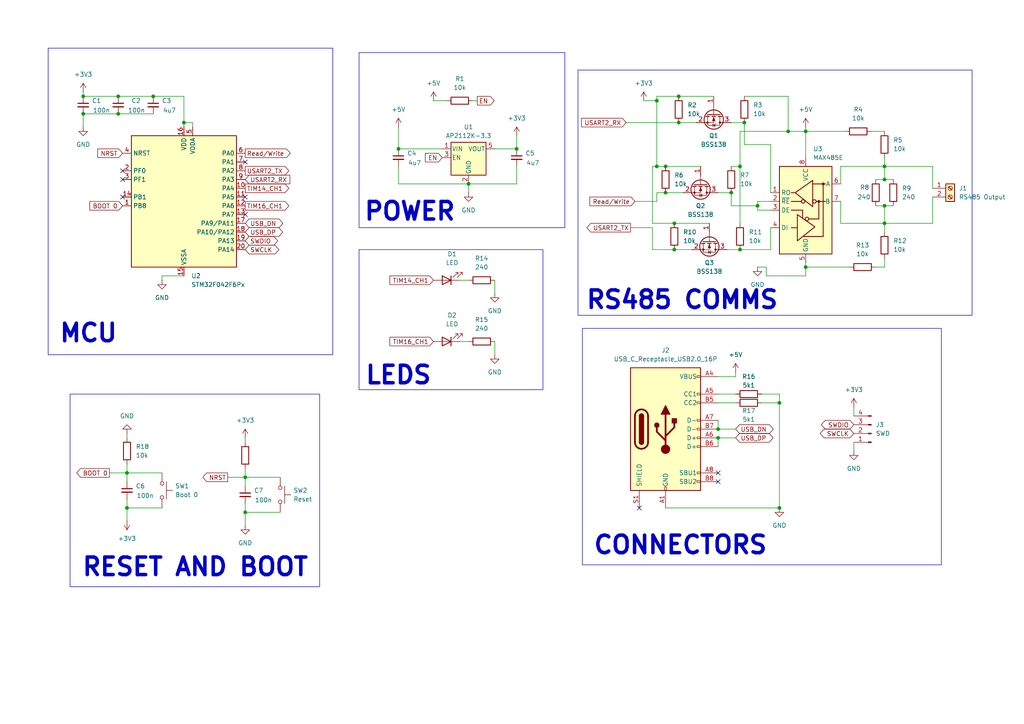
<source format=kicad_sch>
(kicad_sch
	(version 20250114)
	(generator "eeschema")
	(generator_version "9.0")
	(uuid "82293d78-b512-4059-80d1-a603048bc755")
	(paper "A4")
	(title_block
		(title "RS485 Prototype Board")
		(rev "1")
		(company "Josh Heffner")
		(comment 1 "Main Board")
	)
	(lib_symbols
		(symbol "Connector:Conn_01x04_Pin"
			(pin_names
				(offset 1.016)
				(hide yes)
			)
			(exclude_from_sim no)
			(in_bom yes)
			(on_board yes)
			(property "Reference" "J"
				(at 0 5.08 0)
				(effects
					(font
						(size 1.27 1.27)
					)
				)
			)
			(property "Value" "Conn_01x04_Pin"
				(at 0 -7.62 0)
				(effects
					(font
						(size 1.27 1.27)
					)
				)
			)
			(property "Footprint" ""
				(at 0 0 0)
				(effects
					(font
						(size 1.27 1.27)
					)
					(hide yes)
				)
			)
			(property "Datasheet" "~"
				(at 0 0 0)
				(effects
					(font
						(size 1.27 1.27)
					)
					(hide yes)
				)
			)
			(property "Description" "Generic connector, single row, 01x04, script generated"
				(at 0 0 0)
				(effects
					(font
						(size 1.27 1.27)
					)
					(hide yes)
				)
			)
			(property "ki_locked" ""
				(at 0 0 0)
				(effects
					(font
						(size 1.27 1.27)
					)
				)
			)
			(property "ki_keywords" "connector"
				(at 0 0 0)
				(effects
					(font
						(size 1.27 1.27)
					)
					(hide yes)
				)
			)
			(property "ki_fp_filters" "Connector*:*_1x??_*"
				(at 0 0 0)
				(effects
					(font
						(size 1.27 1.27)
					)
					(hide yes)
				)
			)
			(symbol "Conn_01x04_Pin_1_1"
				(rectangle
					(start 0.8636 2.667)
					(end 0 2.413)
					(stroke
						(width 0.1524)
						(type default)
					)
					(fill
						(type outline)
					)
				)
				(rectangle
					(start 0.8636 0.127)
					(end 0 -0.127)
					(stroke
						(width 0.1524)
						(type default)
					)
					(fill
						(type outline)
					)
				)
				(rectangle
					(start 0.8636 -2.413)
					(end 0 -2.667)
					(stroke
						(width 0.1524)
						(type default)
					)
					(fill
						(type outline)
					)
				)
				(rectangle
					(start 0.8636 -4.953)
					(end 0 -5.207)
					(stroke
						(width 0.1524)
						(type default)
					)
					(fill
						(type outline)
					)
				)
				(polyline
					(pts
						(xy 1.27 2.54) (xy 0.8636 2.54)
					)
					(stroke
						(width 0.1524)
						(type default)
					)
					(fill
						(type none)
					)
				)
				(polyline
					(pts
						(xy 1.27 0) (xy 0.8636 0)
					)
					(stroke
						(width 0.1524)
						(type default)
					)
					(fill
						(type none)
					)
				)
				(polyline
					(pts
						(xy 1.27 -2.54) (xy 0.8636 -2.54)
					)
					(stroke
						(width 0.1524)
						(type default)
					)
					(fill
						(type none)
					)
				)
				(polyline
					(pts
						(xy 1.27 -5.08) (xy 0.8636 -5.08)
					)
					(stroke
						(width 0.1524)
						(type default)
					)
					(fill
						(type none)
					)
				)
				(pin passive line
					(at 5.08 2.54 180)
					(length 3.81)
					(name "Pin_1"
						(effects
							(font
								(size 1.27 1.27)
							)
						)
					)
					(number "1"
						(effects
							(font
								(size 1.27 1.27)
							)
						)
					)
				)
				(pin passive line
					(at 5.08 0 180)
					(length 3.81)
					(name "Pin_2"
						(effects
							(font
								(size 1.27 1.27)
							)
						)
					)
					(number "2"
						(effects
							(font
								(size 1.27 1.27)
							)
						)
					)
				)
				(pin passive line
					(at 5.08 -2.54 180)
					(length 3.81)
					(name "Pin_3"
						(effects
							(font
								(size 1.27 1.27)
							)
						)
					)
					(number "3"
						(effects
							(font
								(size 1.27 1.27)
							)
						)
					)
				)
				(pin passive line
					(at 5.08 -5.08 180)
					(length 3.81)
					(name "Pin_4"
						(effects
							(font
								(size 1.27 1.27)
							)
						)
					)
					(number "4"
						(effects
							(font
								(size 1.27 1.27)
							)
						)
					)
				)
			)
			(embedded_fonts no)
		)
		(symbol "Connector:Screw_Terminal_01x02"
			(pin_names
				(offset 1.016)
				(hide yes)
			)
			(exclude_from_sim no)
			(in_bom yes)
			(on_board yes)
			(property "Reference" "J"
				(at 0 2.54 0)
				(effects
					(font
						(size 1.27 1.27)
					)
				)
			)
			(property "Value" "Screw_Terminal_01x02"
				(at 0 -5.08 0)
				(effects
					(font
						(size 1.27 1.27)
					)
				)
			)
			(property "Footprint" ""
				(at 0 0 0)
				(effects
					(font
						(size 1.27 1.27)
					)
					(hide yes)
				)
			)
			(property "Datasheet" "~"
				(at 0 0 0)
				(effects
					(font
						(size 1.27 1.27)
					)
					(hide yes)
				)
			)
			(property "Description" "Generic screw terminal, single row, 01x02, script generated (kicad-library-utils/schlib/autogen/connector/)"
				(at 0 0 0)
				(effects
					(font
						(size 1.27 1.27)
					)
					(hide yes)
				)
			)
			(property "ki_keywords" "screw terminal"
				(at 0 0 0)
				(effects
					(font
						(size 1.27 1.27)
					)
					(hide yes)
				)
			)
			(property "ki_fp_filters" "TerminalBlock*:*"
				(at 0 0 0)
				(effects
					(font
						(size 1.27 1.27)
					)
					(hide yes)
				)
			)
			(symbol "Screw_Terminal_01x02_1_1"
				(rectangle
					(start -1.27 1.27)
					(end 1.27 -3.81)
					(stroke
						(width 0.254)
						(type default)
					)
					(fill
						(type background)
					)
				)
				(polyline
					(pts
						(xy -0.5334 0.3302) (xy 0.3302 -0.508)
					)
					(stroke
						(width 0.1524)
						(type default)
					)
					(fill
						(type none)
					)
				)
				(polyline
					(pts
						(xy -0.5334 -2.2098) (xy 0.3302 -3.048)
					)
					(stroke
						(width 0.1524)
						(type default)
					)
					(fill
						(type none)
					)
				)
				(polyline
					(pts
						(xy -0.3556 0.508) (xy 0.508 -0.3302)
					)
					(stroke
						(width 0.1524)
						(type default)
					)
					(fill
						(type none)
					)
				)
				(polyline
					(pts
						(xy -0.3556 -2.032) (xy 0.508 -2.8702)
					)
					(stroke
						(width 0.1524)
						(type default)
					)
					(fill
						(type none)
					)
				)
				(circle
					(center 0 0)
					(radius 0.635)
					(stroke
						(width 0.1524)
						(type default)
					)
					(fill
						(type none)
					)
				)
				(circle
					(center 0 -2.54)
					(radius 0.635)
					(stroke
						(width 0.1524)
						(type default)
					)
					(fill
						(type none)
					)
				)
				(pin passive line
					(at -5.08 0 0)
					(length 3.81)
					(name "Pin_1"
						(effects
							(font
								(size 1.27 1.27)
							)
						)
					)
					(number "1"
						(effects
							(font
								(size 1.27 1.27)
							)
						)
					)
				)
				(pin passive line
					(at -5.08 -2.54 0)
					(length 3.81)
					(name "Pin_2"
						(effects
							(font
								(size 1.27 1.27)
							)
						)
					)
					(number "2"
						(effects
							(font
								(size 1.27 1.27)
							)
						)
					)
				)
			)
			(embedded_fonts no)
		)
		(symbol "Connector:USB_C_Receptacle_USB2.0_16P"
			(pin_names
				(offset 1.016)
			)
			(exclude_from_sim no)
			(in_bom yes)
			(on_board yes)
			(property "Reference" "J"
				(at 0 22.225 0)
				(effects
					(font
						(size 1.27 1.27)
					)
				)
			)
			(property "Value" "USB_C_Receptacle_USB2.0_16P"
				(at 0 19.685 0)
				(effects
					(font
						(size 1.27 1.27)
					)
				)
			)
			(property "Footprint" ""
				(at 3.81 0 0)
				(effects
					(font
						(size 1.27 1.27)
					)
					(hide yes)
				)
			)
			(property "Datasheet" "https://www.usb.org/sites/default/files/documents/usb_type-c.zip"
				(at 3.81 0 0)
				(effects
					(font
						(size 1.27 1.27)
					)
					(hide yes)
				)
			)
			(property "Description" "USB 2.0-only 16P Type-C Receptacle connector"
				(at 0 0 0)
				(effects
					(font
						(size 1.27 1.27)
					)
					(hide yes)
				)
			)
			(property "ki_keywords" "usb universal serial bus type-C USB2.0"
				(at 0 0 0)
				(effects
					(font
						(size 1.27 1.27)
					)
					(hide yes)
				)
			)
			(property "ki_fp_filters" "USB*C*Receptacle*"
				(at 0 0 0)
				(effects
					(font
						(size 1.27 1.27)
					)
					(hide yes)
				)
			)
			(symbol "USB_C_Receptacle_USB2.0_16P_0_0"
				(rectangle
					(start -0.254 -17.78)
					(end 0.254 -16.764)
					(stroke
						(width 0)
						(type default)
					)
					(fill
						(type none)
					)
				)
				(rectangle
					(start 10.16 15.494)
					(end 9.144 14.986)
					(stroke
						(width 0)
						(type default)
					)
					(fill
						(type none)
					)
				)
				(rectangle
					(start 10.16 10.414)
					(end 9.144 9.906)
					(stroke
						(width 0)
						(type default)
					)
					(fill
						(type none)
					)
				)
				(rectangle
					(start 10.16 7.874)
					(end 9.144 7.366)
					(stroke
						(width 0)
						(type default)
					)
					(fill
						(type none)
					)
				)
				(rectangle
					(start 10.16 2.794)
					(end 9.144 2.286)
					(stroke
						(width 0)
						(type default)
					)
					(fill
						(type none)
					)
				)
				(rectangle
					(start 10.16 0.254)
					(end 9.144 -0.254)
					(stroke
						(width 0)
						(type default)
					)
					(fill
						(type none)
					)
				)
				(rectangle
					(start 10.16 -2.286)
					(end 9.144 -2.794)
					(stroke
						(width 0)
						(type default)
					)
					(fill
						(type none)
					)
				)
				(rectangle
					(start 10.16 -4.826)
					(end 9.144 -5.334)
					(stroke
						(width 0)
						(type default)
					)
					(fill
						(type none)
					)
				)
				(rectangle
					(start 10.16 -12.446)
					(end 9.144 -12.954)
					(stroke
						(width 0)
						(type default)
					)
					(fill
						(type none)
					)
				)
				(rectangle
					(start 10.16 -14.986)
					(end 9.144 -15.494)
					(stroke
						(width 0)
						(type default)
					)
					(fill
						(type none)
					)
				)
			)
			(symbol "USB_C_Receptacle_USB2.0_16P_0_1"
				(rectangle
					(start -10.16 17.78)
					(end 10.16 -17.78)
					(stroke
						(width 0.254)
						(type default)
					)
					(fill
						(type background)
					)
				)
				(polyline
					(pts
						(xy -8.89 -3.81) (xy -8.89 3.81)
					)
					(stroke
						(width 0.508)
						(type default)
					)
					(fill
						(type none)
					)
				)
				(rectangle
					(start -7.62 -3.81)
					(end -6.35 3.81)
					(stroke
						(width 0.254)
						(type default)
					)
					(fill
						(type outline)
					)
				)
				(arc
					(start -7.62 3.81)
					(mid -6.985 4.4423)
					(end -6.35 3.81)
					(stroke
						(width 0.254)
						(type default)
					)
					(fill
						(type none)
					)
				)
				(arc
					(start -7.62 3.81)
					(mid -6.985 4.4423)
					(end -6.35 3.81)
					(stroke
						(width 0.254)
						(type default)
					)
					(fill
						(type outline)
					)
				)
				(arc
					(start -8.89 3.81)
					(mid -6.985 5.7067)
					(end -5.08 3.81)
					(stroke
						(width 0.508)
						(type default)
					)
					(fill
						(type none)
					)
				)
				(arc
					(start -5.08 -3.81)
					(mid -6.985 -5.7067)
					(end -8.89 -3.81)
					(stroke
						(width 0.508)
						(type default)
					)
					(fill
						(type none)
					)
				)
				(arc
					(start -6.35 -3.81)
					(mid -6.985 -4.4423)
					(end -7.62 -3.81)
					(stroke
						(width 0.254)
						(type default)
					)
					(fill
						(type none)
					)
				)
				(arc
					(start -6.35 -3.81)
					(mid -6.985 -4.4423)
					(end -7.62 -3.81)
					(stroke
						(width 0.254)
						(type default)
					)
					(fill
						(type outline)
					)
				)
				(polyline
					(pts
						(xy -5.08 3.81) (xy -5.08 -3.81)
					)
					(stroke
						(width 0.508)
						(type default)
					)
					(fill
						(type none)
					)
				)
				(circle
					(center -2.54 1.143)
					(radius 0.635)
					(stroke
						(width 0.254)
						(type default)
					)
					(fill
						(type outline)
					)
				)
				(polyline
					(pts
						(xy -1.27 4.318) (xy 0 6.858) (xy 1.27 4.318) (xy -1.27 4.318)
					)
					(stroke
						(width 0.254)
						(type default)
					)
					(fill
						(type outline)
					)
				)
				(polyline
					(pts
						(xy 0 -2.032) (xy 2.54 0.508) (xy 2.54 1.778)
					)
					(stroke
						(width 0.508)
						(type default)
					)
					(fill
						(type none)
					)
				)
				(polyline
					(pts
						(xy 0 -3.302) (xy -2.54 -0.762) (xy -2.54 0.508)
					)
					(stroke
						(width 0.508)
						(type default)
					)
					(fill
						(type none)
					)
				)
				(polyline
					(pts
						(xy 0 -5.842) (xy 0 4.318)
					)
					(stroke
						(width 0.508)
						(type default)
					)
					(fill
						(type none)
					)
				)
				(circle
					(center 0 -5.842)
					(radius 1.27)
					(stroke
						(width 0)
						(type default)
					)
					(fill
						(type outline)
					)
				)
				(rectangle
					(start 1.905 1.778)
					(end 3.175 3.048)
					(stroke
						(width 0.254)
						(type default)
					)
					(fill
						(type outline)
					)
				)
			)
			(symbol "USB_C_Receptacle_USB2.0_16P_1_1"
				(pin passive line
					(at -7.62 -22.86 90)
					(length 5.08)
					(name "SHIELD"
						(effects
							(font
								(size 1.27 1.27)
							)
						)
					)
					(number "S1"
						(effects
							(font
								(size 1.27 1.27)
							)
						)
					)
				)
				(pin passive line
					(at 0 -22.86 90)
					(length 5.08)
					(name "GND"
						(effects
							(font
								(size 1.27 1.27)
							)
						)
					)
					(number "A1"
						(effects
							(font
								(size 1.27 1.27)
							)
						)
					)
				)
				(pin passive line
					(at 0 -22.86 90)
					(length 5.08)
					(hide yes)
					(name "GND"
						(effects
							(font
								(size 1.27 1.27)
							)
						)
					)
					(number "A12"
						(effects
							(font
								(size 1.27 1.27)
							)
						)
					)
				)
				(pin passive line
					(at 0 -22.86 90)
					(length 5.08)
					(hide yes)
					(name "GND"
						(effects
							(font
								(size 1.27 1.27)
							)
						)
					)
					(number "B1"
						(effects
							(font
								(size 1.27 1.27)
							)
						)
					)
				)
				(pin passive line
					(at 0 -22.86 90)
					(length 5.08)
					(hide yes)
					(name "GND"
						(effects
							(font
								(size 1.27 1.27)
							)
						)
					)
					(number "B12"
						(effects
							(font
								(size 1.27 1.27)
							)
						)
					)
				)
				(pin passive line
					(at 15.24 15.24 180)
					(length 5.08)
					(name "VBUS"
						(effects
							(font
								(size 1.27 1.27)
							)
						)
					)
					(number "A4"
						(effects
							(font
								(size 1.27 1.27)
							)
						)
					)
				)
				(pin passive line
					(at 15.24 15.24 180)
					(length 5.08)
					(hide yes)
					(name "VBUS"
						(effects
							(font
								(size 1.27 1.27)
							)
						)
					)
					(number "A9"
						(effects
							(font
								(size 1.27 1.27)
							)
						)
					)
				)
				(pin passive line
					(at 15.24 15.24 180)
					(length 5.08)
					(hide yes)
					(name "VBUS"
						(effects
							(font
								(size 1.27 1.27)
							)
						)
					)
					(number "B4"
						(effects
							(font
								(size 1.27 1.27)
							)
						)
					)
				)
				(pin passive line
					(at 15.24 15.24 180)
					(length 5.08)
					(hide yes)
					(name "VBUS"
						(effects
							(font
								(size 1.27 1.27)
							)
						)
					)
					(number "B9"
						(effects
							(font
								(size 1.27 1.27)
							)
						)
					)
				)
				(pin bidirectional line
					(at 15.24 10.16 180)
					(length 5.08)
					(name "CC1"
						(effects
							(font
								(size 1.27 1.27)
							)
						)
					)
					(number "A5"
						(effects
							(font
								(size 1.27 1.27)
							)
						)
					)
				)
				(pin bidirectional line
					(at 15.24 7.62 180)
					(length 5.08)
					(name "CC2"
						(effects
							(font
								(size 1.27 1.27)
							)
						)
					)
					(number "B5"
						(effects
							(font
								(size 1.27 1.27)
							)
						)
					)
				)
				(pin bidirectional line
					(at 15.24 2.54 180)
					(length 5.08)
					(name "D-"
						(effects
							(font
								(size 1.27 1.27)
							)
						)
					)
					(number "A7"
						(effects
							(font
								(size 1.27 1.27)
							)
						)
					)
				)
				(pin bidirectional line
					(at 15.24 0 180)
					(length 5.08)
					(name "D-"
						(effects
							(font
								(size 1.27 1.27)
							)
						)
					)
					(number "B7"
						(effects
							(font
								(size 1.27 1.27)
							)
						)
					)
				)
				(pin bidirectional line
					(at 15.24 -2.54 180)
					(length 5.08)
					(name "D+"
						(effects
							(font
								(size 1.27 1.27)
							)
						)
					)
					(number "A6"
						(effects
							(font
								(size 1.27 1.27)
							)
						)
					)
				)
				(pin bidirectional line
					(at 15.24 -5.08 180)
					(length 5.08)
					(name "D+"
						(effects
							(font
								(size 1.27 1.27)
							)
						)
					)
					(number "B6"
						(effects
							(font
								(size 1.27 1.27)
							)
						)
					)
				)
				(pin bidirectional line
					(at 15.24 -12.7 180)
					(length 5.08)
					(name "SBU1"
						(effects
							(font
								(size 1.27 1.27)
							)
						)
					)
					(number "A8"
						(effects
							(font
								(size 1.27 1.27)
							)
						)
					)
				)
				(pin bidirectional line
					(at 15.24 -15.24 180)
					(length 5.08)
					(name "SBU2"
						(effects
							(font
								(size 1.27 1.27)
							)
						)
					)
					(number "B8"
						(effects
							(font
								(size 1.27 1.27)
							)
						)
					)
				)
			)
			(embedded_fonts no)
		)
		(symbol "Device:C_Small"
			(pin_numbers
				(hide yes)
			)
			(pin_names
				(offset 0.254)
				(hide yes)
			)
			(exclude_from_sim no)
			(in_bom yes)
			(on_board yes)
			(property "Reference" "C"
				(at 0.254 1.778 0)
				(effects
					(font
						(size 1.27 1.27)
					)
					(justify left)
				)
			)
			(property "Value" "C_Small"
				(at 0.254 -2.032 0)
				(effects
					(font
						(size 1.27 1.27)
					)
					(justify left)
				)
			)
			(property "Footprint" ""
				(at 0 0 0)
				(effects
					(font
						(size 1.27 1.27)
					)
					(hide yes)
				)
			)
			(property "Datasheet" "~"
				(at 0 0 0)
				(effects
					(font
						(size 1.27 1.27)
					)
					(hide yes)
				)
			)
			(property "Description" "Unpolarized capacitor, small symbol"
				(at 0 0 0)
				(effects
					(font
						(size 1.27 1.27)
					)
					(hide yes)
				)
			)
			(property "ki_keywords" "capacitor cap"
				(at 0 0 0)
				(effects
					(font
						(size 1.27 1.27)
					)
					(hide yes)
				)
			)
			(property "ki_fp_filters" "C_*"
				(at 0 0 0)
				(effects
					(font
						(size 1.27 1.27)
					)
					(hide yes)
				)
			)
			(symbol "C_Small_0_1"
				(polyline
					(pts
						(xy -1.524 0.508) (xy 1.524 0.508)
					)
					(stroke
						(width 0.3048)
						(type default)
					)
					(fill
						(type none)
					)
				)
				(polyline
					(pts
						(xy -1.524 -0.508) (xy 1.524 -0.508)
					)
					(stroke
						(width 0.3302)
						(type default)
					)
					(fill
						(type none)
					)
				)
			)
			(symbol "C_Small_1_1"
				(pin passive line
					(at 0 2.54 270)
					(length 2.032)
					(name "~"
						(effects
							(font
								(size 1.27 1.27)
							)
						)
					)
					(number "1"
						(effects
							(font
								(size 1.27 1.27)
							)
						)
					)
				)
				(pin passive line
					(at 0 -2.54 90)
					(length 2.032)
					(name "~"
						(effects
							(font
								(size 1.27 1.27)
							)
						)
					)
					(number "2"
						(effects
							(font
								(size 1.27 1.27)
							)
						)
					)
				)
			)
			(embedded_fonts no)
		)
		(symbol "Device:LED"
			(pin_numbers
				(hide yes)
			)
			(pin_names
				(offset 1.016)
				(hide yes)
			)
			(exclude_from_sim no)
			(in_bom yes)
			(on_board yes)
			(property "Reference" "D"
				(at 0 2.54 0)
				(effects
					(font
						(size 1.27 1.27)
					)
				)
			)
			(property "Value" "LED"
				(at 0 -2.54 0)
				(effects
					(font
						(size 1.27 1.27)
					)
				)
			)
			(property "Footprint" ""
				(at 0 0 0)
				(effects
					(font
						(size 1.27 1.27)
					)
					(hide yes)
				)
			)
			(property "Datasheet" "~"
				(at 0 0 0)
				(effects
					(font
						(size 1.27 1.27)
					)
					(hide yes)
				)
			)
			(property "Description" "Light emitting diode"
				(at 0 0 0)
				(effects
					(font
						(size 1.27 1.27)
					)
					(hide yes)
				)
			)
			(property "Sim.Pins" "1=K 2=A"
				(at 0 0 0)
				(effects
					(font
						(size 1.27 1.27)
					)
					(hide yes)
				)
			)
			(property "ki_keywords" "LED diode"
				(at 0 0 0)
				(effects
					(font
						(size 1.27 1.27)
					)
					(hide yes)
				)
			)
			(property "ki_fp_filters" "LED* LED_SMD:* LED_THT:*"
				(at 0 0 0)
				(effects
					(font
						(size 1.27 1.27)
					)
					(hide yes)
				)
			)
			(symbol "LED_0_1"
				(polyline
					(pts
						(xy -3.048 -0.762) (xy -4.572 -2.286) (xy -3.81 -2.286) (xy -4.572 -2.286) (xy -4.572 -1.524)
					)
					(stroke
						(width 0)
						(type default)
					)
					(fill
						(type none)
					)
				)
				(polyline
					(pts
						(xy -1.778 -0.762) (xy -3.302 -2.286) (xy -2.54 -2.286) (xy -3.302 -2.286) (xy -3.302 -1.524)
					)
					(stroke
						(width 0)
						(type default)
					)
					(fill
						(type none)
					)
				)
				(polyline
					(pts
						(xy -1.27 0) (xy 1.27 0)
					)
					(stroke
						(width 0)
						(type default)
					)
					(fill
						(type none)
					)
				)
				(polyline
					(pts
						(xy -1.27 -1.27) (xy -1.27 1.27)
					)
					(stroke
						(width 0.254)
						(type default)
					)
					(fill
						(type none)
					)
				)
				(polyline
					(pts
						(xy 1.27 -1.27) (xy 1.27 1.27) (xy -1.27 0) (xy 1.27 -1.27)
					)
					(stroke
						(width 0.254)
						(type default)
					)
					(fill
						(type none)
					)
				)
			)
			(symbol "LED_1_1"
				(pin passive line
					(at -3.81 0 0)
					(length 2.54)
					(name "K"
						(effects
							(font
								(size 1.27 1.27)
							)
						)
					)
					(number "1"
						(effects
							(font
								(size 1.27 1.27)
							)
						)
					)
				)
				(pin passive line
					(at 3.81 0 180)
					(length 2.54)
					(name "A"
						(effects
							(font
								(size 1.27 1.27)
							)
						)
					)
					(number "2"
						(effects
							(font
								(size 1.27 1.27)
							)
						)
					)
				)
			)
			(embedded_fonts no)
		)
		(symbol "Device:R"
			(pin_numbers
				(hide yes)
			)
			(pin_names
				(offset 0)
			)
			(exclude_from_sim no)
			(in_bom yes)
			(on_board yes)
			(property "Reference" "R"
				(at 2.032 0 90)
				(effects
					(font
						(size 1.27 1.27)
					)
				)
			)
			(property "Value" "R"
				(at 0 0 90)
				(effects
					(font
						(size 1.27 1.27)
					)
				)
			)
			(property "Footprint" ""
				(at -1.778 0 90)
				(effects
					(font
						(size 1.27 1.27)
					)
					(hide yes)
				)
			)
			(property "Datasheet" "~"
				(at 0 0 0)
				(effects
					(font
						(size 1.27 1.27)
					)
					(hide yes)
				)
			)
			(property "Description" "Resistor"
				(at 0 0 0)
				(effects
					(font
						(size 1.27 1.27)
					)
					(hide yes)
				)
			)
			(property "ki_keywords" "R res resistor"
				(at 0 0 0)
				(effects
					(font
						(size 1.27 1.27)
					)
					(hide yes)
				)
			)
			(property "ki_fp_filters" "R_*"
				(at 0 0 0)
				(effects
					(font
						(size 1.27 1.27)
					)
					(hide yes)
				)
			)
			(symbol "R_0_1"
				(rectangle
					(start -1.016 -2.54)
					(end 1.016 2.54)
					(stroke
						(width 0.254)
						(type default)
					)
					(fill
						(type none)
					)
				)
			)
			(symbol "R_1_1"
				(pin passive line
					(at 0 3.81 270)
					(length 1.27)
					(name "~"
						(effects
							(font
								(size 1.27 1.27)
							)
						)
					)
					(number "1"
						(effects
							(font
								(size 1.27 1.27)
							)
						)
					)
				)
				(pin passive line
					(at 0 -3.81 90)
					(length 1.27)
					(name "~"
						(effects
							(font
								(size 1.27 1.27)
							)
						)
					)
					(number "2"
						(effects
							(font
								(size 1.27 1.27)
							)
						)
					)
				)
			)
			(embedded_fonts no)
		)
		(symbol "Interface_UART:MAX485E"
			(exclude_from_sim no)
			(in_bom yes)
			(on_board yes)
			(property "Reference" "U"
				(at -6.985 13.97 0)
				(effects
					(font
						(size 1.27 1.27)
					)
				)
			)
			(property "Value" "MAX485E"
				(at 1.905 13.97 0)
				(effects
					(font
						(size 1.27 1.27)
					)
					(justify left)
				)
			)
			(property "Footprint" "Package_SO:SOIC-8_3.9x4.9mm_P1.27mm"
				(at 0 -22.86 0)
				(effects
					(font
						(size 1.27 1.27)
					)
					(hide yes)
				)
			)
			(property "Datasheet" "https://datasheets.maximintegrated.com/en/ds/MAX1487E-MAX491E.pdf"
				(at 0 1.27 0)
				(effects
					(font
						(size 1.27 1.27)
					)
					(hide yes)
				)
			)
			(property "Description" "Half duplex RS-485/RS-422, 2.5 Mbps, ±15kV electro-static discharge (ESD) protection, no slew-rate, no low-power shutdown, with receiver/driver enable, 32 receiver drive capability, DIP-8 and SOIC-8"
				(at 0 0 0)
				(effects
					(font
						(size 1.27 1.27)
					)
					(hide yes)
				)
			)
			(property "ki_keywords" "transceiver"
				(at 0 0 0)
				(effects
					(font
						(size 1.27 1.27)
					)
					(hide yes)
				)
			)
			(property "ki_fp_filters" "DIP*W7.62mm* SOIC*3.9x4.9mm*P1.27mm*"
				(at 0 0 0)
				(effects
					(font
						(size 1.27 1.27)
					)
					(hide yes)
				)
			)
			(symbol "MAX485E_0_1"
				(rectangle
					(start -7.62 12.7)
					(end 7.62 -12.7)
					(stroke
						(width 0.254)
						(type default)
					)
					(fill
						(type background)
					)
				)
				(polyline
					(pts
						(xy -4.191 2.54) (xy -1.27 2.54)
					)
					(stroke
						(width 0.254)
						(type default)
					)
					(fill
						(type none)
					)
				)
				(polyline
					(pts
						(xy -4.191 0) (xy -0.889 0) (xy -0.889 -2.286)
					)
					(stroke
						(width 0.254)
						(type default)
					)
					(fill
						(type none)
					)
				)
				(polyline
					(pts
						(xy -3.175 5.08) (xy -4.191 5.08) (xy -4.064 5.08)
					)
					(stroke
						(width 0.254)
						(type default)
					)
					(fill
						(type none)
					)
				)
				(polyline
					(pts
						(xy -2.54 -5.08) (xy -4.191 -5.08)
					)
					(stroke
						(width 0.254)
						(type default)
					)
					(fill
						(type none)
					)
				)
				(polyline
					(pts
						(xy -2.413 -5.08) (xy -2.413 -1.27) (xy 2.667 -4.826) (xy -2.413 -8.89) (xy -2.413 -5.08)
					)
					(stroke
						(width 0.254)
						(type default)
					)
					(fill
						(type none)
					)
				)
				(polyline
					(pts
						(xy -0.635 -7.62) (xy 5.08 -7.62)
					)
					(stroke
						(width 0.254)
						(type default)
					)
					(fill
						(type none)
					)
				)
				(circle
					(center 0.381 -2.54)
					(radius 0.508)
					(stroke
						(width 0.254)
						(type default)
					)
					(fill
						(type none)
					)
				)
				(polyline
					(pts
						(xy 0.889 -2.54) (xy 3.81 -2.54)
					)
					(stroke
						(width 0.254)
						(type default)
					)
					(fill
						(type none)
					)
				)
				(polyline
					(pts
						(xy 2.032 7.62) (xy 5.715 7.62)
					)
					(stroke
						(width 0.254)
						(type default)
					)
					(fill
						(type none)
					)
				)
				(polyline
					(pts
						(xy 3.048 2.54) (xy 5.715 2.54)
					)
					(stroke
						(width 0.254)
						(type default)
					)
					(fill
						(type none)
					)
				)
				(circle
					(center 3.81 2.54)
					(radius 0.2794)
					(stroke
						(width 0.254)
						(type default)
					)
					(fill
						(type outline)
					)
				)
				(polyline
					(pts
						(xy 3.81 -2.54) (xy 3.81 2.54)
					)
					(stroke
						(width 0.254)
						(type default)
					)
					(fill
						(type none)
					)
				)
				(polyline
					(pts
						(xy 5.08 -7.62) (xy 5.08 7.62)
					)
					(stroke
						(width 0.254)
						(type default)
					)
					(fill
						(type none)
					)
				)
			)
			(symbol "MAX485E_1_1"
				(circle
					(center -0.762 2.54)
					(radius 0.508)
					(stroke
						(width 0.254)
						(type default)
					)
					(fill
						(type none)
					)
				)
				(polyline
					(pts
						(xy 2.032 4.826) (xy 2.032 8.636) (xy -3.048 5.08) (xy 2.032 1.016) (xy 2.032 4.826)
					)
					(stroke
						(width 0.254)
						(type default)
					)
					(fill
						(type none)
					)
				)
				(circle
					(center 2.54 2.54)
					(radius 0.508)
					(stroke
						(width 0.254)
						(type default)
					)
					(fill
						(type none)
					)
				)
				(circle
					(center 5.08 7.62)
					(radius 0.2794)
					(stroke
						(width 0.254)
						(type default)
					)
					(fill
						(type outline)
					)
				)
				(pin output line
					(at -10.16 5.08 0)
					(length 2.54)
					(name "RO"
						(effects
							(font
								(size 1.27 1.27)
							)
						)
					)
					(number "1"
						(effects
							(font
								(size 1.27 1.27)
							)
						)
					)
				)
				(pin input line
					(at -10.16 2.54 0)
					(length 2.54)
					(name "~{RE}"
						(effects
							(font
								(size 1.27 1.27)
							)
						)
					)
					(number "2"
						(effects
							(font
								(size 1.27 1.27)
							)
						)
					)
				)
				(pin input line
					(at -10.16 0 0)
					(length 2.54)
					(name "DE"
						(effects
							(font
								(size 1.27 1.27)
							)
						)
					)
					(number "3"
						(effects
							(font
								(size 1.27 1.27)
							)
						)
					)
				)
				(pin input line
					(at -10.16 -5.08 0)
					(length 2.54)
					(name "DI"
						(effects
							(font
								(size 1.27 1.27)
							)
						)
					)
					(number "4"
						(effects
							(font
								(size 1.27 1.27)
							)
						)
					)
				)
				(pin power_in line
					(at 0 15.24 270)
					(length 2.54)
					(name "VCC"
						(effects
							(font
								(size 1.27 1.27)
							)
						)
					)
					(number "8"
						(effects
							(font
								(size 1.27 1.27)
							)
						)
					)
				)
				(pin power_in line
					(at 0 -15.24 90)
					(length 2.54)
					(name "GND"
						(effects
							(font
								(size 1.27 1.27)
							)
						)
					)
					(number "5"
						(effects
							(font
								(size 1.27 1.27)
							)
						)
					)
				)
				(pin bidirectional line
					(at 10.16 7.62 180)
					(length 2.54)
					(name "A"
						(effects
							(font
								(size 1.27 1.27)
							)
						)
					)
					(number "6"
						(effects
							(font
								(size 1.27 1.27)
							)
						)
					)
				)
				(pin bidirectional line
					(at 10.16 2.54 180)
					(length 2.54)
					(name "B"
						(effects
							(font
								(size 1.27 1.27)
							)
						)
					)
					(number "7"
						(effects
							(font
								(size 1.27 1.27)
							)
						)
					)
				)
			)
			(embedded_fonts no)
		)
		(symbol "MCU_ST_STM32F0:STM32F042F6Px"
			(exclude_from_sim no)
			(in_bom yes)
			(on_board yes)
			(property "Reference" "U"
				(at -15.24 21.59 0)
				(effects
					(font
						(size 1.27 1.27)
					)
					(justify left)
				)
			)
			(property "Value" "STM32F042F6Px"
				(at 5.08 21.59 0)
				(effects
					(font
						(size 1.27 1.27)
					)
					(justify left)
				)
			)
			(property "Footprint" "Package_SO:TSSOP-20_4.4x6.5mm_P0.65mm"
				(at -15.24 -17.78 0)
				(effects
					(font
						(size 1.27 1.27)
					)
					(justify right)
					(hide yes)
				)
			)
			(property "Datasheet" "https://www.st.com/resource/en/datasheet/stm32f042f6.pdf"
				(at 0 0 0)
				(effects
					(font
						(size 1.27 1.27)
					)
					(hide yes)
				)
			)
			(property "Description" "STMicroelectronics Arm Cortex-M0 MCU, 32KB flash, 6KB RAM, 48 MHz, 2.0-3.6V, 16 GPIO, TSSOP20"
				(at 0 0 0)
				(effects
					(font
						(size 1.27 1.27)
					)
					(hide yes)
				)
			)
			(property "ki_keywords" "Arm Cortex-M0 STM32F0 STM32F0x2"
				(at 0 0 0)
				(effects
					(font
						(size 1.27 1.27)
					)
					(hide yes)
				)
			)
			(property "ki_fp_filters" "TSSOP*4.4x6.5mm*P0.65mm*"
				(at 0 0 0)
				(effects
					(font
						(size 1.27 1.27)
					)
					(hide yes)
				)
			)
			(symbol "STM32F042F6Px_0_1"
				(rectangle
					(start -15.24 -17.78)
					(end 15.24 20.32)
					(stroke
						(width 0.254)
						(type default)
					)
					(fill
						(type background)
					)
				)
			)
			(symbol "STM32F042F6Px_1_1"
				(pin input line
					(at -17.78 15.24 0)
					(length 2.54)
					(name "NRST"
						(effects
							(font
								(size 1.27 1.27)
							)
						)
					)
					(number "4"
						(effects
							(font
								(size 1.27 1.27)
							)
						)
					)
				)
				(pin bidirectional line
					(at -17.78 10.16 0)
					(length 2.54)
					(name "PF0"
						(effects
							(font
								(size 1.27 1.27)
							)
						)
					)
					(number "2"
						(effects
							(font
								(size 1.27 1.27)
							)
						)
					)
					(alternate "CRS_SYNC" bidirectional line)
					(alternate "I2C1_SDA" bidirectional line)
					(alternate "RCC_OSC_IN" bidirectional line)
				)
				(pin bidirectional line
					(at -17.78 7.62 0)
					(length 2.54)
					(name "PF1"
						(effects
							(font
								(size 1.27 1.27)
							)
						)
					)
					(number "3"
						(effects
							(font
								(size 1.27 1.27)
							)
						)
					)
					(alternate "I2C1_SCL" bidirectional line)
					(alternate "RCC_OSC_OUT" bidirectional line)
				)
				(pin bidirectional line
					(at -17.78 2.54 0)
					(length 2.54)
					(name "PB1"
						(effects
							(font
								(size 1.27 1.27)
							)
						)
					)
					(number "14"
						(effects
							(font
								(size 1.27 1.27)
							)
						)
					)
					(alternate "ADC_IN9" bidirectional line)
					(alternate "TIM14_CH1" bidirectional line)
					(alternate "TIM1_CH3N" bidirectional line)
					(alternate "TIM3_CH4" bidirectional line)
				)
				(pin bidirectional line
					(at -17.78 0 0)
					(length 2.54)
					(name "PB8"
						(effects
							(font
								(size 1.27 1.27)
							)
						)
					)
					(number "1"
						(effects
							(font
								(size 1.27 1.27)
							)
						)
					)
					(alternate "CAN_RX" bidirectional line)
					(alternate "CEC" bidirectional line)
					(alternate "I2C1_SCL" bidirectional line)
					(alternate "TIM16_CH1" bidirectional line)
					(alternate "TSC_SYNC" bidirectional line)
				)
				(pin power_in line
					(at 0 22.86 270)
					(length 2.54)
					(name "VDD"
						(effects
							(font
								(size 1.27 1.27)
							)
						)
					)
					(number "16"
						(effects
							(font
								(size 1.27 1.27)
							)
						)
					)
				)
				(pin power_in line
					(at 0 -20.32 90)
					(length 2.54)
					(name "VSSA"
						(effects
							(font
								(size 1.27 1.27)
							)
						)
					)
					(number "15"
						(effects
							(font
								(size 1.27 1.27)
							)
						)
					)
				)
				(pin power_in line
					(at 2.54 22.86 270)
					(length 2.54)
					(name "VDDA"
						(effects
							(font
								(size 1.27 1.27)
							)
						)
					)
					(number "5"
						(effects
							(font
								(size 1.27 1.27)
							)
						)
					)
				)
				(pin bidirectional line
					(at 17.78 15.24 180)
					(length 2.54)
					(name "PA0"
						(effects
							(font
								(size 1.27 1.27)
							)
						)
					)
					(number "6"
						(effects
							(font
								(size 1.27 1.27)
							)
						)
					)
					(alternate "ADC_IN0" bidirectional line)
					(alternate "RTC_TAMP2" bidirectional line)
					(alternate "SYS_WKUP1" bidirectional line)
					(alternate "TIM2_CH1" bidirectional line)
					(alternate "TIM2_ETR" bidirectional line)
					(alternate "TSC_G1_IO1" bidirectional line)
					(alternate "USART2_CTS" bidirectional line)
				)
				(pin bidirectional line
					(at 17.78 12.7 180)
					(length 2.54)
					(name "PA1"
						(effects
							(font
								(size 1.27 1.27)
							)
						)
					)
					(number "7"
						(effects
							(font
								(size 1.27 1.27)
							)
						)
					)
					(alternate "ADC_IN1" bidirectional line)
					(alternate "TIM2_CH2" bidirectional line)
					(alternate "TSC_G1_IO2" bidirectional line)
					(alternate "USART2_DE" bidirectional line)
					(alternate "USART2_RTS" bidirectional line)
				)
				(pin bidirectional line
					(at 17.78 10.16 180)
					(length 2.54)
					(name "PA2"
						(effects
							(font
								(size 1.27 1.27)
							)
						)
					)
					(number "8"
						(effects
							(font
								(size 1.27 1.27)
							)
						)
					)
					(alternate "ADC_IN2" bidirectional line)
					(alternate "SYS_WKUP4" bidirectional line)
					(alternate "TIM2_CH3" bidirectional line)
					(alternate "TSC_G1_IO3" bidirectional line)
					(alternate "USART2_TX" bidirectional line)
				)
				(pin bidirectional line
					(at 17.78 7.62 180)
					(length 2.54)
					(name "PA3"
						(effects
							(font
								(size 1.27 1.27)
							)
						)
					)
					(number "9"
						(effects
							(font
								(size 1.27 1.27)
							)
						)
					)
					(alternate "ADC_IN3" bidirectional line)
					(alternate "TIM2_CH4" bidirectional line)
					(alternate "TSC_G1_IO4" bidirectional line)
					(alternate "USART2_RX" bidirectional line)
				)
				(pin bidirectional line
					(at 17.78 5.08 180)
					(length 2.54)
					(name "PA4"
						(effects
							(font
								(size 1.27 1.27)
							)
						)
					)
					(number "10"
						(effects
							(font
								(size 1.27 1.27)
							)
						)
					)
					(alternate "ADC_IN4" bidirectional line)
					(alternate "I2S1_WS" bidirectional line)
					(alternate "SPI1_NSS" bidirectional line)
					(alternate "TIM14_CH1" bidirectional line)
					(alternate "TSC_G2_IO1" bidirectional line)
					(alternate "USART2_CK" bidirectional line)
					(alternate "USB_NOE" bidirectional line)
				)
				(pin bidirectional line
					(at 17.78 2.54 180)
					(length 2.54)
					(name "PA5"
						(effects
							(font
								(size 1.27 1.27)
							)
						)
					)
					(number "11"
						(effects
							(font
								(size 1.27 1.27)
							)
						)
					)
					(alternate "ADC_IN5" bidirectional line)
					(alternate "CEC" bidirectional line)
					(alternate "I2S1_CK" bidirectional line)
					(alternate "SPI1_SCK" bidirectional line)
					(alternate "TIM2_CH1" bidirectional line)
					(alternate "TIM2_ETR" bidirectional line)
					(alternate "TSC_G2_IO2" bidirectional line)
				)
				(pin bidirectional line
					(at 17.78 0 180)
					(length 2.54)
					(name "PA6"
						(effects
							(font
								(size 1.27 1.27)
							)
						)
					)
					(number "12"
						(effects
							(font
								(size 1.27 1.27)
							)
						)
					)
					(alternate "ADC_IN6" bidirectional line)
					(alternate "I2S1_MCK" bidirectional line)
					(alternate "SPI1_MISO" bidirectional line)
					(alternate "TIM16_CH1" bidirectional line)
					(alternate "TIM1_BKIN" bidirectional line)
					(alternate "TIM3_CH1" bidirectional line)
					(alternate "TSC_G2_IO3" bidirectional line)
				)
				(pin bidirectional line
					(at 17.78 -2.54 180)
					(length 2.54)
					(name "PA7"
						(effects
							(font
								(size 1.27 1.27)
							)
						)
					)
					(number "13"
						(effects
							(font
								(size 1.27 1.27)
							)
						)
					)
					(alternate "ADC_IN7" bidirectional line)
					(alternate "I2S1_SD" bidirectional line)
					(alternate "SPI1_MOSI" bidirectional line)
					(alternate "TIM14_CH1" bidirectional line)
					(alternate "TIM17_CH1" bidirectional line)
					(alternate "TIM1_CH1N" bidirectional line)
					(alternate "TIM3_CH2" bidirectional line)
					(alternate "TSC_G2_IO4" bidirectional line)
				)
				(pin bidirectional line
					(at 17.78 -5.08 180)
					(length 2.54)
					(name "PA9/PA11"
						(effects
							(font
								(size 1.27 1.27)
							)
						)
					)
					(number "17"
						(effects
							(font
								(size 1.27 1.27)
							)
						)
					)
					(alternate "CAN_RX (PA11)" bidirectional line)
					(alternate "I2C1_SCL (PA11)" bidirectional line)
					(alternate "I2C1_SCL (PA9)" bidirectional line)
					(alternate "PA11" bidirectional line)
					(alternate "PA9" bidirectional line)
					(alternate "TIM1_CH2 (PA9)" bidirectional line)
					(alternate "TIM1_CH4 (PA11)" bidirectional line)
					(alternate "TSC_G4_IO1 (PA9)" bidirectional line)
					(alternate "TSC_G4_IO3 (PA11)" bidirectional line)
					(alternate "USART1_TX (PA9)" bidirectional line)
					(alternate "USB_DM (PA11)" bidirectional line)
				)
				(pin bidirectional line
					(at 17.78 -7.62 180)
					(length 2.54)
					(name "PA10/PA12"
						(effects
							(font
								(size 1.27 1.27)
							)
						)
					)
					(number "18"
						(effects
							(font
								(size 1.27 1.27)
							)
						)
					)
					(alternate "CAN_TX (PA12)" bidirectional line)
					(alternate "I2C1_SDA (PA10)" bidirectional line)
					(alternate "PA10" bidirectional line)
					(alternate "PA12" bidirectional line)
					(alternate "TIM17_BKIN (PA10)" bidirectional line)
					(alternate "TIM1_CH3 (PA10)" bidirectional line)
					(alternate "TIM1_ETR (PA12)" bidirectional line)
					(alternate "TSC_G4_IO2 (PA10)" bidirectional line)
					(alternate "TSC_G4_IO4 (PA12)" bidirectional line)
					(alternate "USART1_RX (PA10)" bidirectional line)
					(alternate "USB_DP (PA12)" bidirectional line)
				)
				(pin bidirectional line
					(at 17.78 -10.16 180)
					(length 2.54)
					(name "PA13"
						(effects
							(font
								(size 1.27 1.27)
							)
						)
					)
					(number "19"
						(effects
							(font
								(size 1.27 1.27)
							)
						)
					)
					(alternate "IR_OUT" bidirectional line)
					(alternate "SYS_SWDIO" bidirectional line)
					(alternate "USB_NOE" bidirectional line)
				)
				(pin bidirectional line
					(at 17.78 -12.7 180)
					(length 2.54)
					(name "PA14"
						(effects
							(font
								(size 1.27 1.27)
							)
						)
					)
					(number "20"
						(effects
							(font
								(size 1.27 1.27)
							)
						)
					)
					(alternate "SYS_SWCLK" bidirectional line)
					(alternate "USART2_TX" bidirectional line)
				)
			)
			(embedded_fonts no)
		)
		(symbol "Regulator_Linear:AP2112K-3.3"
			(pin_names
				(offset 0.254)
			)
			(exclude_from_sim no)
			(in_bom yes)
			(on_board yes)
			(property "Reference" "U"
				(at -5.08 5.715 0)
				(effects
					(font
						(size 1.27 1.27)
					)
					(justify left)
				)
			)
			(property "Value" "AP2112K-3.3"
				(at 0 5.715 0)
				(effects
					(font
						(size 1.27 1.27)
					)
					(justify left)
				)
			)
			(property "Footprint" "Package_TO_SOT_SMD:SOT-23-5"
				(at 0 8.255 0)
				(effects
					(font
						(size 1.27 1.27)
					)
					(hide yes)
				)
			)
			(property "Datasheet" "https://www.diodes.com/assets/Datasheets/AP2112.pdf"
				(at 0 2.54 0)
				(effects
					(font
						(size 1.27 1.27)
					)
					(hide yes)
				)
			)
			(property "Description" "600mA low dropout linear regulator, with enable pin, 3.8V-6V input voltage range, 3.3V fixed positive output, SOT-23-5"
				(at 0 0 0)
				(effects
					(font
						(size 1.27 1.27)
					)
					(hide yes)
				)
			)
			(property "ki_keywords" "linear regulator ldo fixed positive"
				(at 0 0 0)
				(effects
					(font
						(size 1.27 1.27)
					)
					(hide yes)
				)
			)
			(property "ki_fp_filters" "SOT?23?5*"
				(at 0 0 0)
				(effects
					(font
						(size 1.27 1.27)
					)
					(hide yes)
				)
			)
			(symbol "AP2112K-3.3_0_1"
				(rectangle
					(start -5.08 4.445)
					(end 5.08 -5.08)
					(stroke
						(width 0.254)
						(type default)
					)
					(fill
						(type background)
					)
				)
			)
			(symbol "AP2112K-3.3_1_1"
				(pin power_in line
					(at -7.62 2.54 0)
					(length 2.54)
					(name "VIN"
						(effects
							(font
								(size 1.27 1.27)
							)
						)
					)
					(number "1"
						(effects
							(font
								(size 1.27 1.27)
							)
						)
					)
				)
				(pin input line
					(at -7.62 0 0)
					(length 2.54)
					(name "EN"
						(effects
							(font
								(size 1.27 1.27)
							)
						)
					)
					(number "3"
						(effects
							(font
								(size 1.27 1.27)
							)
						)
					)
				)
				(pin power_in line
					(at 0 -7.62 90)
					(length 2.54)
					(name "GND"
						(effects
							(font
								(size 1.27 1.27)
							)
						)
					)
					(number "2"
						(effects
							(font
								(size 1.27 1.27)
							)
						)
					)
				)
				(pin no_connect line
					(at 5.08 0 180)
					(length 2.54)
					(hide yes)
					(name "NC"
						(effects
							(font
								(size 1.27 1.27)
							)
						)
					)
					(number "4"
						(effects
							(font
								(size 1.27 1.27)
							)
						)
					)
				)
				(pin power_out line
					(at 7.62 2.54 180)
					(length 2.54)
					(name "VOUT"
						(effects
							(font
								(size 1.27 1.27)
							)
						)
					)
					(number "5"
						(effects
							(font
								(size 1.27 1.27)
							)
						)
					)
				)
			)
			(embedded_fonts no)
		)
		(symbol "Switch:SW_Push"
			(pin_numbers
				(hide yes)
			)
			(pin_names
				(offset 1.016)
				(hide yes)
			)
			(exclude_from_sim no)
			(in_bom yes)
			(on_board yes)
			(property "Reference" "SW"
				(at 1.27 2.54 0)
				(effects
					(font
						(size 1.27 1.27)
					)
					(justify left)
				)
			)
			(property "Value" "SW_Push"
				(at 0 -1.524 0)
				(effects
					(font
						(size 1.27 1.27)
					)
				)
			)
			(property "Footprint" ""
				(at 0 5.08 0)
				(effects
					(font
						(size 1.27 1.27)
					)
					(hide yes)
				)
			)
			(property "Datasheet" "~"
				(at 0 5.08 0)
				(effects
					(font
						(size 1.27 1.27)
					)
					(hide yes)
				)
			)
			(property "Description" "Push button switch, generic, two pins"
				(at 0 0 0)
				(effects
					(font
						(size 1.27 1.27)
					)
					(hide yes)
				)
			)
			(property "ki_keywords" "switch normally-open pushbutton push-button"
				(at 0 0 0)
				(effects
					(font
						(size 1.27 1.27)
					)
					(hide yes)
				)
			)
			(symbol "SW_Push_0_1"
				(circle
					(center -2.032 0)
					(radius 0.508)
					(stroke
						(width 0)
						(type default)
					)
					(fill
						(type none)
					)
				)
				(polyline
					(pts
						(xy 0 1.27) (xy 0 3.048)
					)
					(stroke
						(width 0)
						(type default)
					)
					(fill
						(type none)
					)
				)
				(circle
					(center 2.032 0)
					(radius 0.508)
					(stroke
						(width 0)
						(type default)
					)
					(fill
						(type none)
					)
				)
				(polyline
					(pts
						(xy 2.54 1.27) (xy -2.54 1.27)
					)
					(stroke
						(width 0)
						(type default)
					)
					(fill
						(type none)
					)
				)
				(pin passive line
					(at -5.08 0 0)
					(length 2.54)
					(name "1"
						(effects
							(font
								(size 1.27 1.27)
							)
						)
					)
					(number "1"
						(effects
							(font
								(size 1.27 1.27)
							)
						)
					)
				)
				(pin passive line
					(at 5.08 0 180)
					(length 2.54)
					(name "2"
						(effects
							(font
								(size 1.27 1.27)
							)
						)
					)
					(number "2"
						(effects
							(font
								(size 1.27 1.27)
							)
						)
					)
				)
			)
			(embedded_fonts no)
		)
		(symbol "Transistor_FET:BSS138"
			(pin_names
				(hide yes)
			)
			(exclude_from_sim no)
			(in_bom yes)
			(on_board yes)
			(property "Reference" "Q"
				(at 5.08 1.905 0)
				(effects
					(font
						(size 1.27 1.27)
					)
					(justify left)
				)
			)
			(property "Value" "BSS138"
				(at 5.08 0 0)
				(effects
					(font
						(size 1.27 1.27)
					)
					(justify left)
				)
			)
			(property "Footprint" "Package_TO_SOT_SMD:SOT-23"
				(at 5.08 -1.905 0)
				(effects
					(font
						(size 1.27 1.27)
						(italic yes)
					)
					(justify left)
					(hide yes)
				)
			)
			(property "Datasheet" "https://www.onsemi.com/pub/Collateral/BSS138-D.PDF"
				(at 5.08 -3.81 0)
				(effects
					(font
						(size 1.27 1.27)
					)
					(justify left)
					(hide yes)
				)
			)
			(property "Description" "50V Vds, 0.22A Id, N-Channel MOSFET, SOT-23"
				(at 0 0 0)
				(effects
					(font
						(size 1.27 1.27)
					)
					(hide yes)
				)
			)
			(property "ki_keywords" "N-Channel MOSFET"
				(at 0 0 0)
				(effects
					(font
						(size 1.27 1.27)
					)
					(hide yes)
				)
			)
			(property "ki_fp_filters" "SOT?23*"
				(at 0 0 0)
				(effects
					(font
						(size 1.27 1.27)
					)
					(hide yes)
				)
			)
			(symbol "BSS138_0_1"
				(polyline
					(pts
						(xy 0.254 1.905) (xy 0.254 -1.905)
					)
					(stroke
						(width 0.254)
						(type default)
					)
					(fill
						(type none)
					)
				)
				(polyline
					(pts
						(xy 0.254 0) (xy -2.54 0)
					)
					(stroke
						(width 0)
						(type default)
					)
					(fill
						(type none)
					)
				)
				(polyline
					(pts
						(xy 0.762 2.286) (xy 0.762 1.27)
					)
					(stroke
						(width 0.254)
						(type default)
					)
					(fill
						(type none)
					)
				)
				(polyline
					(pts
						(xy 0.762 0.508) (xy 0.762 -0.508)
					)
					(stroke
						(width 0.254)
						(type default)
					)
					(fill
						(type none)
					)
				)
				(polyline
					(pts
						(xy 0.762 -1.27) (xy 0.762 -2.286)
					)
					(stroke
						(width 0.254)
						(type default)
					)
					(fill
						(type none)
					)
				)
				(polyline
					(pts
						(xy 0.762 -1.778) (xy 3.302 -1.778) (xy 3.302 1.778) (xy 0.762 1.778)
					)
					(stroke
						(width 0)
						(type default)
					)
					(fill
						(type none)
					)
				)
				(polyline
					(pts
						(xy 1.016 0) (xy 2.032 0.381) (xy 2.032 -0.381) (xy 1.016 0)
					)
					(stroke
						(width 0)
						(type default)
					)
					(fill
						(type outline)
					)
				)
				(circle
					(center 1.651 0)
					(radius 2.794)
					(stroke
						(width 0.254)
						(type default)
					)
					(fill
						(type none)
					)
				)
				(polyline
					(pts
						(xy 2.54 2.54) (xy 2.54 1.778)
					)
					(stroke
						(width 0)
						(type default)
					)
					(fill
						(type none)
					)
				)
				(circle
					(center 2.54 1.778)
					(radius 0.254)
					(stroke
						(width 0)
						(type default)
					)
					(fill
						(type outline)
					)
				)
				(circle
					(center 2.54 -1.778)
					(radius 0.254)
					(stroke
						(width 0)
						(type default)
					)
					(fill
						(type outline)
					)
				)
				(polyline
					(pts
						(xy 2.54 -2.54) (xy 2.54 0) (xy 0.762 0)
					)
					(stroke
						(width 0)
						(type default)
					)
					(fill
						(type none)
					)
				)
				(polyline
					(pts
						(xy 2.794 0.508) (xy 2.921 0.381) (xy 3.683 0.381) (xy 3.81 0.254)
					)
					(stroke
						(width 0)
						(type default)
					)
					(fill
						(type none)
					)
				)
				(polyline
					(pts
						(xy 3.302 0.381) (xy 2.921 -0.254) (xy 3.683 -0.254) (xy 3.302 0.381)
					)
					(stroke
						(width 0)
						(type default)
					)
					(fill
						(type none)
					)
				)
			)
			(symbol "BSS138_1_1"
				(pin input line
					(at -5.08 0 0)
					(length 2.54)
					(name "G"
						(effects
							(font
								(size 1.27 1.27)
							)
						)
					)
					(number "1"
						(effects
							(font
								(size 1.27 1.27)
							)
						)
					)
				)
				(pin passive line
					(at 2.54 5.08 270)
					(length 2.54)
					(name "D"
						(effects
							(font
								(size 1.27 1.27)
							)
						)
					)
					(number "3"
						(effects
							(font
								(size 1.27 1.27)
							)
						)
					)
				)
				(pin passive line
					(at 2.54 -5.08 90)
					(length 2.54)
					(name "S"
						(effects
							(font
								(size 1.27 1.27)
							)
						)
					)
					(number "2"
						(effects
							(font
								(size 1.27 1.27)
							)
						)
					)
				)
			)
			(embedded_fonts no)
		)
		(symbol "power:+3V3"
			(power)
			(pin_numbers
				(hide yes)
			)
			(pin_names
				(offset 0)
				(hide yes)
			)
			(exclude_from_sim no)
			(in_bom yes)
			(on_board yes)
			(property "Reference" "#PWR"
				(at 0 -3.81 0)
				(effects
					(font
						(size 1.27 1.27)
					)
					(hide yes)
				)
			)
			(property "Value" "+3V3"
				(at 0 3.556 0)
				(effects
					(font
						(size 1.27 1.27)
					)
				)
			)
			(property "Footprint" ""
				(at 0 0 0)
				(effects
					(font
						(size 1.27 1.27)
					)
					(hide yes)
				)
			)
			(property "Datasheet" ""
				(at 0 0 0)
				(effects
					(font
						(size 1.27 1.27)
					)
					(hide yes)
				)
			)
			(property "Description" "Power symbol creates a global label with name \"+3V3\""
				(at 0 0 0)
				(effects
					(font
						(size 1.27 1.27)
					)
					(hide yes)
				)
			)
			(property "ki_keywords" "global power"
				(at 0 0 0)
				(effects
					(font
						(size 1.27 1.27)
					)
					(hide yes)
				)
			)
			(symbol "+3V3_0_1"
				(polyline
					(pts
						(xy -0.762 1.27) (xy 0 2.54)
					)
					(stroke
						(width 0)
						(type default)
					)
					(fill
						(type none)
					)
				)
				(polyline
					(pts
						(xy 0 2.54) (xy 0.762 1.27)
					)
					(stroke
						(width 0)
						(type default)
					)
					(fill
						(type none)
					)
				)
				(polyline
					(pts
						(xy 0 0) (xy 0 2.54)
					)
					(stroke
						(width 0)
						(type default)
					)
					(fill
						(type none)
					)
				)
			)
			(symbol "+3V3_1_1"
				(pin power_in line
					(at 0 0 90)
					(length 0)
					(name "~"
						(effects
							(font
								(size 1.27 1.27)
							)
						)
					)
					(number "1"
						(effects
							(font
								(size 1.27 1.27)
							)
						)
					)
				)
			)
			(embedded_fonts no)
		)
		(symbol "power:+5V"
			(power)
			(pin_numbers
				(hide yes)
			)
			(pin_names
				(offset 0)
				(hide yes)
			)
			(exclude_from_sim no)
			(in_bom yes)
			(on_board yes)
			(property "Reference" "#PWR"
				(at 0 -3.81 0)
				(effects
					(font
						(size 1.27 1.27)
					)
					(hide yes)
				)
			)
			(property "Value" "+5V"
				(at 0 3.556 0)
				(effects
					(font
						(size 1.27 1.27)
					)
				)
			)
			(property "Footprint" ""
				(at 0 0 0)
				(effects
					(font
						(size 1.27 1.27)
					)
					(hide yes)
				)
			)
			(property "Datasheet" ""
				(at 0 0 0)
				(effects
					(font
						(size 1.27 1.27)
					)
					(hide yes)
				)
			)
			(property "Description" "Power symbol creates a global label with name \"+5V\""
				(at 0 0 0)
				(effects
					(font
						(size 1.27 1.27)
					)
					(hide yes)
				)
			)
			(property "ki_keywords" "global power"
				(at 0 0 0)
				(effects
					(font
						(size 1.27 1.27)
					)
					(hide yes)
				)
			)
			(symbol "+5V_0_1"
				(polyline
					(pts
						(xy -0.762 1.27) (xy 0 2.54)
					)
					(stroke
						(width 0)
						(type default)
					)
					(fill
						(type none)
					)
				)
				(polyline
					(pts
						(xy 0 2.54) (xy 0.762 1.27)
					)
					(stroke
						(width 0)
						(type default)
					)
					(fill
						(type none)
					)
				)
				(polyline
					(pts
						(xy 0 0) (xy 0 2.54)
					)
					(stroke
						(width 0)
						(type default)
					)
					(fill
						(type none)
					)
				)
			)
			(symbol "+5V_1_1"
				(pin power_in line
					(at 0 0 90)
					(length 0)
					(name "~"
						(effects
							(font
								(size 1.27 1.27)
							)
						)
					)
					(number "1"
						(effects
							(font
								(size 1.27 1.27)
							)
						)
					)
				)
			)
			(embedded_fonts no)
		)
		(symbol "power:GND"
			(power)
			(pin_numbers
				(hide yes)
			)
			(pin_names
				(offset 0)
				(hide yes)
			)
			(exclude_from_sim no)
			(in_bom yes)
			(on_board yes)
			(property "Reference" "#PWR"
				(at 0 -6.35 0)
				(effects
					(font
						(size 1.27 1.27)
					)
					(hide yes)
				)
			)
			(property "Value" "GND"
				(at 0 -3.81 0)
				(effects
					(font
						(size 1.27 1.27)
					)
				)
			)
			(property "Footprint" ""
				(at 0 0 0)
				(effects
					(font
						(size 1.27 1.27)
					)
					(hide yes)
				)
			)
			(property "Datasheet" ""
				(at 0 0 0)
				(effects
					(font
						(size 1.27 1.27)
					)
					(hide yes)
				)
			)
			(property "Description" "Power symbol creates a global label with name \"GND\" , ground"
				(at 0 0 0)
				(effects
					(font
						(size 1.27 1.27)
					)
					(hide yes)
				)
			)
			(property "ki_keywords" "global power"
				(at 0 0 0)
				(effects
					(font
						(size 1.27 1.27)
					)
					(hide yes)
				)
			)
			(symbol "GND_0_1"
				(polyline
					(pts
						(xy 0 0) (xy 0 -1.27) (xy 1.27 -1.27) (xy 0 -2.54) (xy -1.27 -1.27) (xy 0 -1.27)
					)
					(stroke
						(width 0)
						(type default)
					)
					(fill
						(type none)
					)
				)
			)
			(symbol "GND_1_1"
				(pin power_in line
					(at 0 0 270)
					(length 0)
					(name "~"
						(effects
							(font
								(size 1.27 1.27)
							)
						)
					)
					(number "1"
						(effects
							(font
								(size 1.27 1.27)
							)
						)
					)
				)
			)
			(embedded_fonts no)
		)
	)
	(rectangle
		(start 168.91 95.25)
		(end 273.05 163.83)
		(stroke
			(width 0)
			(type default)
		)
		(fill
			(type none)
		)
		(uuid 2a2c2cc8-bc2a-4ed3-9718-e313e6539939)
	)
	(rectangle
		(start 104.14 72.39)
		(end 157.48 113.03)
		(stroke
			(width 0)
			(type default)
		)
		(fill
			(type none)
		)
		(uuid 3843c220-559d-48db-b996-dc673391c5a6)
	)
	(rectangle
		(start 167.64 20.32)
		(end 281.94 91.44)
		(stroke
			(width 0)
			(type default)
		)
		(fill
			(type none)
		)
		(uuid 44513f24-69c2-47e7-8222-6d71b1ea2d12)
	)
	(rectangle
		(start 20.32 114.3)
		(end 92.71 170.18)
		(stroke
			(width 0)
			(type default)
		)
		(fill
			(type none)
		)
		(uuid 520cb3e6-2a0f-481a-ab44-49711fe1dbe9)
	)
	(rectangle
		(start 13.97 13.97)
		(end 96.52 102.87)
		(stroke
			(width 0)
			(type default)
		)
		(fill
			(type none)
		)
		(uuid 733f9e68-238f-4f3e-9f18-019e615872b3)
	)
	(rectangle
		(start 104.14 15.24)
		(end 163.83 66.04)
		(stroke
			(width 0)
			(type default)
		)
		(fill
			(type none)
		)
		(uuid 7ce57727-007c-4e6d-8d62-e4ed4f9a5cac)
	)
	(text "POWER"
		(exclude_from_sim no)
		(at 118.872 61.468 0)
		(effects
			(font
				(size 5.08 5.08)
				(thickness 1.016)
				(bold yes)
			)
		)
		(uuid "244448d6-1854-449a-9727-63f0d90f5351")
	)
	(text "LEDS"
		(exclude_from_sim no)
		(at 115.57 108.966 0)
		(effects
			(font
				(size 5.08 5.08)
				(thickness 1.016)
				(bold yes)
			)
		)
		(uuid "39e39b97-07ed-40c0-a70c-c34d3497b0de")
	)
	(text "MCU"
		(exclude_from_sim no)
		(at 25.654 96.774 0)
		(effects
			(font
				(size 5.08 5.08)
				(thickness 1.016)
				(bold yes)
			)
		)
		(uuid "3c390882-f3c5-44fb-9f4a-0914bdccc17c")
	)
	(text "RESET AND BOOT"
		(exclude_from_sim no)
		(at 56.642 164.592 0)
		(effects
			(font
				(size 5.08 5.08)
				(thickness 1.016)
				(bold yes)
			)
		)
		(uuid "7679e553-5d7c-404d-b3a5-74646467e183")
	)
	(text "CONNECTORS"
		(exclude_from_sim no)
		(at 197.358 158.242 0)
		(effects
			(font
				(size 5.08 5.08)
				(thickness 1.016)
				(bold yes)
			)
		)
		(uuid "9f6afb32-de69-4d9d-a1c9-83e4c8908218")
	)
	(text "RS485 COMMS"
		(exclude_from_sim no)
		(at 197.866 87.122 0)
		(effects
			(font
				(size 5.08 5.08)
				(thickness 1.016)
				(bold yes)
			)
		)
		(uuid "b72d51ac-624d-461e-9401-b2b2228e187a")
	)
	(junction
		(at 149.86 43.18)
		(diameter 0)
		(color 0 0 0 0)
		(uuid "0576efcc-007b-411c-894e-661c8ff7b5f5")
	)
	(junction
		(at 215.9 35.56)
		(diameter 0)
		(color 0 0 0 0)
		(uuid "072d27fc-113b-41fb-80d9-2c7069f060c8")
	)
	(junction
		(at 195.58 72.39)
		(diameter 0)
		(color 0 0 0 0)
		(uuid "0ccb1afb-7b78-4b6f-8c32-fb2396949b6d")
	)
	(junction
		(at 256.54 64.77)
		(diameter 0)
		(color 0 0 0 0)
		(uuid "12da31b0-1054-42bf-ac9c-56dce371c96e")
	)
	(junction
		(at 24.13 33.02)
		(diameter 0)
		(color 0 0 0 0)
		(uuid "1a930379-ec4b-412f-9c2a-6e48307359a2")
	)
	(junction
		(at 208.28 127)
		(diameter 0)
		(color 0 0 0 0)
		(uuid "25ba25c5-3d96-4647-bd81-6355eaba86c7")
	)
	(junction
		(at 34.29 27.94)
		(diameter 0)
		(color 0 0 0 0)
		(uuid "25ecf219-408d-48a3-ab55-0c2010612f79")
	)
	(junction
		(at 115.57 43.18)
		(diameter 0)
		(color 0 0 0 0)
		(uuid "262f53cf-e6b6-43fa-86f7-dda17b5e9163")
	)
	(junction
		(at 71.12 138.43)
		(diameter 0)
		(color 0 0 0 0)
		(uuid "2a14f1b9-6079-441c-8898-006f9c487a91")
	)
	(junction
		(at 226.06 116.84)
		(diameter 0)
		(color 0 0 0 0)
		(uuid "2b4aedd3-d7e0-4490-b1db-61d790d06c0c")
	)
	(junction
		(at 214.63 48.26)
		(diameter 0)
		(color 0 0 0 0)
		(uuid "2fc90937-9fc6-42bd-9340-26b9044fcd9b")
	)
	(junction
		(at 190.5 48.26)
		(diameter 0)
		(color 0 0 0 0)
		(uuid "37cebce5-e2ae-4dd5-86af-a6bd07102793")
	)
	(junction
		(at 196.85 27.94)
		(diameter 0)
		(color 0 0 0 0)
		(uuid "3f8f39ee-315b-4b71-904a-ae4219c60c30")
	)
	(junction
		(at 190.5 29.21)
		(diameter 0)
		(color 0 0 0 0)
		(uuid "40efd577-cccd-4428-b15e-a6d6d5270cf5")
	)
	(junction
		(at 53.34 35.56)
		(diameter 0)
		(color 0 0 0 0)
		(uuid "44855c97-4b84-4305-84f5-0afa04ec0ad3")
	)
	(junction
		(at 71.12 148.59)
		(diameter 0)
		(color 0 0 0 0)
		(uuid "55a14385-a18d-4c7f-8a6d-d19ff0b663cd")
	)
	(junction
		(at 256.54 52.07)
		(diameter 0)
		(color 0 0 0 0)
		(uuid "5d4fdf9d-43ec-451e-a528-35230555dab0")
	)
	(junction
		(at 135.89 53.34)
		(diameter 0)
		(color 0 0 0 0)
		(uuid "60e35f59-5d18-4f1b-9a70-adf33d8abc47")
	)
	(junction
		(at 228.6 38.1)
		(diameter 0)
		(color 0 0 0 0)
		(uuid "6dbbaadb-99aa-494d-808e-a0dd72975d7e")
	)
	(junction
		(at 193.04 48.26)
		(diameter 0)
		(color 0 0 0 0)
		(uuid "7763d33b-89a2-446f-8d83-8f1a4195787e")
	)
	(junction
		(at 44.45 27.94)
		(diameter 0)
		(color 0 0 0 0)
		(uuid "878b973f-cafc-4cc7-8970-2ddc0b820e70")
	)
	(junction
		(at 233.68 38.1)
		(diameter 0)
		(color 0 0 0 0)
		(uuid "89cfa32c-7b52-44bd-a31a-1cb3a1ef81c3")
	)
	(junction
		(at 36.83 147.32)
		(diameter 0)
		(color 0 0 0 0)
		(uuid "8b315945-dafb-4b87-8ee8-04247cffa5f3")
	)
	(junction
		(at 233.68 77.47)
		(diameter 0)
		(color 0 0 0 0)
		(uuid "8bc2f54f-a936-4927-9cb1-56aca0799404")
	)
	(junction
		(at 208.28 124.46)
		(diameter 0)
		(color 0 0 0 0)
		(uuid "9d842e83-7dfc-4b6e-8d46-9cdff8846e83")
	)
	(junction
		(at 256.54 48.26)
		(diameter 0)
		(color 0 0 0 0)
		(uuid "9e15c77c-0e05-4eb0-be0b-af0fdedc111d")
	)
	(junction
		(at 196.85 35.56)
		(diameter 0)
		(color 0 0 0 0)
		(uuid "a2149c81-5f59-4c91-8891-54673623c97c")
	)
	(junction
		(at 195.58 64.77)
		(diameter 0)
		(color 0 0 0 0)
		(uuid "a43c4c37-cd68-4dff-b4b2-9054ae50dd91")
	)
	(junction
		(at 34.29 33.02)
		(diameter 0)
		(color 0 0 0 0)
		(uuid "a4e6f5a0-4325-43a8-8ea0-27ab94065963")
	)
	(junction
		(at 212.09 55.88)
		(diameter 0)
		(color 0 0 0 0)
		(uuid "a9aa69a7-a51c-437a-b650-6d9972c9d7d5")
	)
	(junction
		(at 219.71 59.69)
		(diameter 0)
		(color 0 0 0 0)
		(uuid "af014f5d-4d50-418a-ab7a-ae125311e225")
	)
	(junction
		(at 36.83 137.16)
		(diameter 0)
		(color 0 0 0 0)
		(uuid "b38041d7-fd11-418a-bf61-05f3e9cf836d")
	)
	(junction
		(at 226.06 147.32)
		(diameter 0)
		(color 0 0 0 0)
		(uuid "cb0650bf-74e4-4180-88a6-da54e6a36fa0")
	)
	(junction
		(at 193.04 55.88)
		(diameter 0)
		(color 0 0 0 0)
		(uuid "d33eba29-2bd1-4e09-9893-1cb87fd1d204")
	)
	(junction
		(at 24.13 27.94)
		(diameter 0)
		(color 0 0 0 0)
		(uuid "d41f9f83-595d-4ef0-8a38-69a1ac71e258")
	)
	(junction
		(at 256.54 59.69)
		(diameter 0)
		(color 0 0 0 0)
		(uuid "ddb61eed-0278-44d0-a36c-d733f15f3535")
	)
	(junction
		(at 214.63 72.39)
		(diameter 0)
		(color 0 0 0 0)
		(uuid "e8ab98eb-1a16-43c1-bcd9-d6b92a00d66d")
	)
	(no_connect
		(at 208.28 139.7)
		(uuid "10f3a67f-10f9-49e6-bc92-85ce9481a3a7")
	)
	(no_connect
		(at 35.56 49.53)
		(uuid "337382bd-7946-4d82-9dff-0092b2ad24e2")
	)
	(no_connect
		(at 71.12 57.15)
		(uuid "68bc87e0-f9b2-4479-ae27-337bdf3afd89")
	)
	(no_connect
		(at 208.28 137.16)
		(uuid "768d2836-7582-443a-9f8b-e04174651372")
	)
	(no_connect
		(at 35.56 52.07)
		(uuid "7ed1d43a-4fa7-46a4-bf3e-1e06fc5ae76d")
	)
	(no_connect
		(at 71.12 62.23)
		(uuid "82b823c0-435b-4ad3-9d9a-31926f39be17")
	)
	(no_connect
		(at 71.12 46.99)
		(uuid "a8a83301-7e38-47d5-8fca-ef0ff8e9904a")
	)
	(no_connect
		(at 35.56 57.15)
		(uuid "bec98164-64b5-4904-bec3-107fe7ef98ec")
	)
	(no_connect
		(at 185.42 147.32)
		(uuid "f9ee13d5-c765-40d6-9a88-993c4b2a0557")
	)
	(wire
		(pts
			(xy 223.52 72.39) (xy 223.52 66.04)
		)
		(stroke
			(width 0)
			(type default)
		)
		(uuid "00677b29-cc2a-4b55-90bb-471c925a7273")
	)
	(wire
		(pts
			(xy 222.25 80.01) (xy 222.25 77.47)
		)
		(stroke
			(width 0)
			(type default)
		)
		(uuid "04862417-ad44-4f51-8164-94fc154dcd10")
	)
	(wire
		(pts
			(xy 228.6 38.1) (xy 233.68 38.1)
		)
		(stroke
			(width 0)
			(type default)
		)
		(uuid "048e000e-8e9c-4dab-9dd1-8f864d94c785")
	)
	(wire
		(pts
			(xy 182.88 66.04) (xy 189.23 66.04)
		)
		(stroke
			(width 0)
			(type default)
		)
		(uuid "05605aa9-b112-4665-805c-ad231d8187b9")
	)
	(wire
		(pts
			(xy 220.98 114.3) (xy 226.06 114.3)
		)
		(stroke
			(width 0)
			(type default)
		)
		(uuid "0805f92f-9006-4647-9634-63b992299fbe")
	)
	(wire
		(pts
			(xy 233.68 76.2) (xy 233.68 77.47)
		)
		(stroke
			(width 0)
			(type default)
		)
		(uuid "0ae43a25-5dc4-4f3e-b022-1dbadf435083")
	)
	(wire
		(pts
			(xy 133.35 81.28) (xy 135.89 81.28)
		)
		(stroke
			(width 0)
			(type default)
		)
		(uuid "0b64b5ae-e3bc-4b33-87a8-ea8b7a25147a")
	)
	(wire
		(pts
			(xy 270.51 64.77) (xy 256.54 64.77)
		)
		(stroke
			(width 0)
			(type default)
		)
		(uuid "0b9253f7-aef6-4716-a943-56cbaeb10b7c")
	)
	(wire
		(pts
			(xy 212.09 55.88) (xy 212.09 59.69)
		)
		(stroke
			(width 0)
			(type default)
		)
		(uuid "0c8f1a7a-0804-4b2f-bd39-3c9b3b15cc84")
	)
	(wire
		(pts
			(xy 270.51 48.26) (xy 270.51 54.61)
		)
		(stroke
			(width 0)
			(type default)
		)
		(uuid "0ec1c2c5-d0e0-4524-b15c-1adba89c2ff4")
	)
	(wire
		(pts
			(xy 214.63 38.1) (xy 214.63 48.26)
		)
		(stroke
			(width 0)
			(type default)
		)
		(uuid "0ec25918-5eee-4d80-8e05-e667c53445f6")
	)
	(wire
		(pts
			(xy 193.04 147.32) (xy 226.06 147.32)
		)
		(stroke
			(width 0)
			(type default)
		)
		(uuid "125f002f-18c1-4b09-a5ef-5552ceaa7fb9")
	)
	(wire
		(pts
			(xy 213.36 127) (xy 208.28 127)
		)
		(stroke
			(width 0)
			(type default)
		)
		(uuid "1b35a7d6-94e5-48e6-b53d-c98e5b05ade7")
	)
	(wire
		(pts
			(xy 254 52.07) (xy 256.54 52.07)
		)
		(stroke
			(width 0)
			(type default)
		)
		(uuid "1d2413f6-9d0e-4e1b-9d91-aa39e26f55e3")
	)
	(wire
		(pts
			(xy 190.5 55.88) (xy 193.04 55.88)
		)
		(stroke
			(width 0)
			(type default)
		)
		(uuid "1f27ded5-6a72-4ee6-b4c4-3100bdeb9769")
	)
	(wire
		(pts
			(xy 219.71 60.96) (xy 223.52 60.96)
		)
		(stroke
			(width 0)
			(type default)
		)
		(uuid "2353b48e-f331-474b-ac23-d6c11772c11e")
	)
	(wire
		(pts
			(xy 115.57 53.34) (xy 135.89 53.34)
		)
		(stroke
			(width 0)
			(type default)
		)
		(uuid "24bba4be-e3d8-4472-a522-49440cd024b5")
	)
	(wire
		(pts
			(xy 219.71 60.96) (xy 219.71 59.69)
		)
		(stroke
			(width 0)
			(type default)
		)
		(uuid "26eb94c5-e4d4-4283-aea1-3b19701d2771")
	)
	(wire
		(pts
			(xy 208.28 121.92) (xy 208.28 124.46)
		)
		(stroke
			(width 0)
			(type default)
		)
		(uuid "275ee4cd-e312-485b-9074-488113d5be07")
	)
	(wire
		(pts
			(xy 143.51 99.06) (xy 143.51 102.87)
		)
		(stroke
			(width 0)
			(type default)
		)
		(uuid "27c32671-9f06-43d4-bef3-3699d2e6c238")
	)
	(wire
		(pts
			(xy 215.9 41.91) (xy 223.52 41.91)
		)
		(stroke
			(width 0)
			(type default)
		)
		(uuid "28f7cfc8-3872-425d-a6dd-6e39ab8b0721")
	)
	(wire
		(pts
			(xy 190.5 29.21) (xy 190.5 48.26)
		)
		(stroke
			(width 0)
			(type default)
		)
		(uuid "2c824b61-47e5-4ed2-9d35-bb1a185519b4")
	)
	(wire
		(pts
			(xy 243.84 48.26) (xy 256.54 48.26)
		)
		(stroke
			(width 0)
			(type default)
		)
		(uuid "2d3a7b27-0346-4d28-8e10-ed7a01569dac")
	)
	(wire
		(pts
			(xy 149.86 43.18) (xy 149.86 39.37)
		)
		(stroke
			(width 0)
			(type default)
		)
		(uuid "2f482cbe-8f13-47c2-be3c-190b7a4476ed")
	)
	(wire
		(pts
			(xy 190.5 48.26) (xy 193.04 48.26)
		)
		(stroke
			(width 0)
			(type default)
		)
		(uuid "2fc0345b-ea91-4314-9130-d88ef170048d")
	)
	(wire
		(pts
			(xy 71.12 140.97) (xy 71.12 138.43)
		)
		(stroke
			(width 0)
			(type default)
		)
		(uuid "30e0891d-608b-4bec-bb05-68f233cf3137")
	)
	(wire
		(pts
			(xy 149.86 48.26) (xy 149.86 53.34)
		)
		(stroke
			(width 0)
			(type default)
		)
		(uuid "3280da92-2d06-42b5-8c68-aaf21dc1c961")
	)
	(wire
		(pts
			(xy 34.29 27.94) (xy 44.45 27.94)
		)
		(stroke
			(width 0)
			(type default)
		)
		(uuid "34879971-1a7b-48ec-9eb4-ec5e1239db8f")
	)
	(wire
		(pts
			(xy 133.35 99.06) (xy 135.89 99.06)
		)
		(stroke
			(width 0)
			(type default)
		)
		(uuid "362178b1-a32c-4cda-8cef-ceff01de912f")
	)
	(wire
		(pts
			(xy 143.51 43.18) (xy 149.86 43.18)
		)
		(stroke
			(width 0)
			(type default)
		)
		(uuid "3674225d-c5f2-4502-b620-07c94c8d1d32")
	)
	(wire
		(pts
			(xy 220.98 116.84) (xy 226.06 116.84)
		)
		(stroke
			(width 0)
			(type default)
		)
		(uuid "36ad43ed-195a-4dcc-90da-e8f7e32e15e8")
	)
	(wire
		(pts
			(xy 36.83 144.78) (xy 36.83 147.32)
		)
		(stroke
			(width 0)
			(type default)
		)
		(uuid "391d8e35-c8a6-42bb-afaa-43747bf3f92b")
	)
	(wire
		(pts
			(xy 219.71 59.69) (xy 219.71 58.42)
		)
		(stroke
			(width 0)
			(type default)
		)
		(uuid "3ac1a449-6f2d-444b-ba76-82580cef6566")
	)
	(wire
		(pts
			(xy 189.23 72.39) (xy 195.58 72.39)
		)
		(stroke
			(width 0)
			(type default)
		)
		(uuid "3feecf3d-25e4-4e89-ad98-79fcfe647e96")
	)
	(wire
		(pts
			(xy 66.04 138.43) (xy 71.12 138.43)
		)
		(stroke
			(width 0)
			(type default)
		)
		(uuid "40129eb4-fea2-4ef0-8603-31e77504a562")
	)
	(wire
		(pts
			(xy 189.23 48.26) (xy 189.23 64.77)
		)
		(stroke
			(width 0)
			(type default)
		)
		(uuid "48b7971f-4dbc-49b2-ae60-831f17802bdc")
	)
	(wire
		(pts
			(xy 208.28 127) (xy 208.28 129.54)
		)
		(stroke
			(width 0)
			(type default)
		)
		(uuid "4afcbb51-7f69-4591-a414-54526faca3b3")
	)
	(wire
		(pts
			(xy 219.71 58.42) (xy 223.52 58.42)
		)
		(stroke
			(width 0)
			(type default)
		)
		(uuid "4b69ae03-670b-457d-9b18-8c19befb9904")
	)
	(wire
		(pts
			(xy 53.34 35.56) (xy 53.34 36.83)
		)
		(stroke
			(width 0)
			(type default)
		)
		(uuid "4c10a62a-3daa-4a5b-9fdc-13819906b358")
	)
	(wire
		(pts
			(xy 256.54 77.47) (xy 254 77.47)
		)
		(stroke
			(width 0)
			(type default)
		)
		(uuid "4eff673b-897e-4141-a1b3-524b3275eae1")
	)
	(wire
		(pts
			(xy 24.13 36.83) (xy 24.13 33.02)
		)
		(stroke
			(width 0)
			(type default)
		)
		(uuid "53ce15c7-889b-463a-af5c-da2759d49d27")
	)
	(wire
		(pts
			(xy 115.57 43.18) (xy 128.27 43.18)
		)
		(stroke
			(width 0)
			(type default)
		)
		(uuid "579026c9-f04a-4b52-9bcc-314a1c6bbc78")
	)
	(wire
		(pts
			(xy 190.5 58.42) (xy 190.5 55.88)
		)
		(stroke
			(width 0)
			(type default)
		)
		(uuid "5a3e4166-109c-40db-9dda-837e51af6c18")
	)
	(wire
		(pts
			(xy 31.75 137.16) (xy 36.83 137.16)
		)
		(stroke
			(width 0)
			(type default)
		)
		(uuid "5a68a48b-3134-484b-97c8-9ffa76ea0ddb")
	)
	(wire
		(pts
			(xy 190.5 27.94) (xy 196.85 27.94)
		)
		(stroke
			(width 0)
			(type default)
		)
		(uuid "5c791c48-f965-49f6-a409-21d7ff434772")
	)
	(wire
		(pts
			(xy 55.88 36.83) (xy 55.88 35.56)
		)
		(stroke
			(width 0)
			(type default)
		)
		(uuid "5e32a7b0-2c0a-442a-9936-ec2abcd72a07")
	)
	(wire
		(pts
			(xy 36.83 137.16) (xy 46.99 137.16)
		)
		(stroke
			(width 0)
			(type default)
		)
		(uuid "62001c07-511c-44a6-afef-9560dbf55383")
	)
	(wire
		(pts
			(xy 143.51 81.28) (xy 143.51 85.09)
		)
		(stroke
			(width 0)
			(type default)
		)
		(uuid "64e4eefe-e4bc-4784-a312-a6436d0db946")
	)
	(wire
		(pts
			(xy 256.54 45.72) (xy 256.54 48.26)
		)
		(stroke
			(width 0)
			(type default)
		)
		(uuid "6620031b-1153-4fcd-ade9-b5f1d8c365e7")
	)
	(wire
		(pts
			(xy 214.63 48.26) (xy 212.09 48.26)
		)
		(stroke
			(width 0)
			(type default)
		)
		(uuid "67ecbf63-f82e-4246-8101-5bed8e5d69ea")
	)
	(wire
		(pts
			(xy 256.54 48.26) (xy 256.54 52.07)
		)
		(stroke
			(width 0)
			(type default)
		)
		(uuid "684107f9-c324-4146-a9b1-25db62f8fea7")
	)
	(wire
		(pts
			(xy 243.84 58.42) (xy 243.84 64.77)
		)
		(stroke
			(width 0)
			(type default)
		)
		(uuid "6c669554-50e1-4bd3-b554-52bfbca00837")
	)
	(wire
		(pts
			(xy 195.58 64.77) (xy 205.74 64.77)
		)
		(stroke
			(width 0)
			(type default)
		)
		(uuid "6cff537a-dc66-4c3f-8789-01bd95285dff")
	)
	(wire
		(pts
			(xy 115.57 36.83) (xy 115.57 43.18)
		)
		(stroke
			(width 0)
			(type default)
		)
		(uuid "6d830e41-cf91-4d3f-a61f-dbf09e87b6a3")
	)
	(wire
		(pts
			(xy 228.6 38.1) (xy 214.63 38.1)
		)
		(stroke
			(width 0)
			(type default)
		)
		(uuid "7254429c-fc54-4a1e-a9cb-172509e939b9")
	)
	(wire
		(pts
			(xy 189.23 66.04) (xy 189.23 72.39)
		)
		(stroke
			(width 0)
			(type default)
		)
		(uuid "7431174b-e2ce-4f3d-9b01-fd074336bea9")
	)
	(wire
		(pts
			(xy 215.9 35.56) (xy 215.9 41.91)
		)
		(stroke
			(width 0)
			(type default)
		)
		(uuid "7a0abce0-0f9a-4fe6-a4a6-e7cf5cf05b3f")
	)
	(wire
		(pts
			(xy 223.52 41.91) (xy 223.52 55.88)
		)
		(stroke
			(width 0)
			(type default)
		)
		(uuid "7d3c1b3d-1cdc-48c1-942a-077938d2c256")
	)
	(wire
		(pts
			(xy 208.28 109.22) (xy 213.36 109.22)
		)
		(stroke
			(width 0)
			(type default)
		)
		(uuid "826cf498-bfa2-40e3-a92b-fedbe241638b")
	)
	(wire
		(pts
			(xy 24.13 27.94) (xy 34.29 27.94)
		)
		(stroke
			(width 0)
			(type default)
		)
		(uuid "8beeb7e8-5fd1-41d2-8132-01af44781888")
	)
	(wire
		(pts
			(xy 53.34 27.94) (xy 44.45 27.94)
		)
		(stroke
			(width 0)
			(type default)
		)
		(uuid "8f699a8b-8e6c-405b-bca9-11305c057dfa")
	)
	(wire
		(pts
			(xy 247.65 118.11) (xy 247.65 120.65)
		)
		(stroke
			(width 0)
			(type default)
		)
		(uuid "8fb79461-4c4f-4c2f-9816-ad47b8d98817")
	)
	(wire
		(pts
			(xy 34.29 33.02) (xy 44.45 33.02)
		)
		(stroke
			(width 0)
			(type default)
		)
		(uuid "90f8de27-acd1-49f6-bb52-4182e0415b87")
	)
	(wire
		(pts
			(xy 226.06 116.84) (xy 226.06 147.32)
		)
		(stroke
			(width 0)
			(type default)
		)
		(uuid "95d57981-ac61-4b55-a886-0290b73e5812")
	)
	(wire
		(pts
			(xy 71.12 146.05) (xy 71.12 148.59)
		)
		(stroke
			(width 0)
			(type default)
		)
		(uuid "966cd289-2202-4e50-b031-1b582a1df508")
	)
	(wire
		(pts
			(xy 125.73 29.21) (xy 129.54 29.21)
		)
		(stroke
			(width 0)
			(type default)
		)
		(uuid "969dcd7a-59a3-48bd-9f65-fecc89f60d28")
	)
	(wire
		(pts
			(xy 256.54 64.77) (xy 256.54 59.69)
		)
		(stroke
			(width 0)
			(type default)
		)
		(uuid "96d1e134-b4db-4109-b11c-ce62b6df4622")
	)
	(wire
		(pts
			(xy 233.68 36.83) (xy 233.68 38.1)
		)
		(stroke
			(width 0)
			(type default)
		)
		(uuid "977e77e6-9548-4a9a-a561-10fc8b4806ce")
	)
	(wire
		(pts
			(xy 189.23 64.77) (xy 195.58 64.77)
		)
		(stroke
			(width 0)
			(type default)
		)
		(uuid "9a617155-c2dc-4186-88be-ab748bf5a62e")
	)
	(wire
		(pts
			(xy 270.51 48.26) (xy 256.54 48.26)
		)
		(stroke
			(width 0)
			(type default)
		)
		(uuid "9bfd923c-1550-4971-84f1-e6180749f345")
	)
	(wire
		(pts
			(xy 243.84 48.26) (xy 243.84 53.34)
		)
		(stroke
			(width 0)
			(type default)
		)
		(uuid "9dd8c61d-9a93-4384-ac7f-4b54b7d13100")
	)
	(wire
		(pts
			(xy 212.09 59.69) (xy 219.71 59.69)
		)
		(stroke
			(width 0)
			(type default)
		)
		(uuid "9df520d5-f5a6-4554-8588-0cdcbd49f649")
	)
	(wire
		(pts
			(xy 256.54 74.93) (xy 256.54 77.47)
		)
		(stroke
			(width 0)
			(type default)
		)
		(uuid "9e47c05c-86d3-4c9f-9ba8-2078406c9919")
	)
	(wire
		(pts
			(xy 233.68 77.47) (xy 246.38 77.47)
		)
		(stroke
			(width 0)
			(type default)
		)
		(uuid "9e600480-7d13-4a16-8e4d-1b310557da19")
	)
	(wire
		(pts
			(xy 196.85 35.56) (xy 201.93 35.56)
		)
		(stroke
			(width 0)
			(type default)
		)
		(uuid "a0450c4c-4120-4c4e-80cb-872810c6f0eb")
	)
	(wire
		(pts
			(xy 196.85 27.94) (xy 207.01 27.94)
		)
		(stroke
			(width 0)
			(type default)
		)
		(uuid "a2572105-38a3-484c-b346-adf912aa9d1e")
	)
	(wire
		(pts
			(xy 256.54 52.07) (xy 259.08 52.07)
		)
		(stroke
			(width 0)
			(type default)
		)
		(uuid "a2977cae-6a73-4791-9d54-8517b66c2d31")
	)
	(wire
		(pts
			(xy 193.04 48.26) (xy 203.2 48.26)
		)
		(stroke
			(width 0)
			(type default)
		)
		(uuid "a665caae-22e6-43c6-8066-1d5dccec2d98")
	)
	(wire
		(pts
			(xy 256.54 59.69) (xy 259.08 59.69)
		)
		(stroke
			(width 0)
			(type default)
		)
		(uuid "a8781eff-db55-4d2d-85b2-253902c0ca18")
	)
	(wire
		(pts
			(xy 256.54 64.77) (xy 256.54 67.31)
		)
		(stroke
			(width 0)
			(type default)
		)
		(uuid "a897dd40-80cc-42f6-91e7-a1e930ad1d73")
	)
	(wire
		(pts
			(xy 46.99 80.01) (xy 46.99 81.28)
		)
		(stroke
			(width 0)
			(type default)
		)
		(uuid "abeed8dd-3d6e-457f-8955-be517b244681")
	)
	(wire
		(pts
			(xy 71.12 135.89) (xy 71.12 138.43)
		)
		(stroke
			(width 0)
			(type default)
		)
		(uuid "ac2ebc23-ba3f-4efd-af83-fbc599cb5ce9")
	)
	(wire
		(pts
			(xy 137.16 29.21) (xy 138.43 29.21)
		)
		(stroke
			(width 0)
			(type default)
		)
		(uuid "b04986b6-09ca-4e45-801f-46c87256f8ce")
	)
	(wire
		(pts
			(xy 149.86 53.34) (xy 135.89 53.34)
		)
		(stroke
			(width 0)
			(type default)
		)
		(uuid "b0568dd9-5111-41be-af13-f22a57c4c90f")
	)
	(wire
		(pts
			(xy 270.51 57.15) (xy 270.51 64.77)
		)
		(stroke
			(width 0)
			(type default)
		)
		(uuid "b35c8ebb-b506-4973-a3be-c385ddcb5fa0")
	)
	(wire
		(pts
			(xy 252.73 38.1) (xy 256.54 38.1)
		)
		(stroke
			(width 0)
			(type default)
		)
		(uuid "b5a6f0f5-84d7-44fd-898f-c45ca8a1583e")
	)
	(wire
		(pts
			(xy 243.84 64.77) (xy 256.54 64.77)
		)
		(stroke
			(width 0)
			(type default)
		)
		(uuid "b6b168ca-c421-4f4e-a315-039ff666b92c")
	)
	(wire
		(pts
			(xy 135.89 53.34) (xy 135.89 55.88)
		)
		(stroke
			(width 0)
			(type default)
		)
		(uuid "b9ed8972-269e-4b89-8860-0303d10ea2a9")
	)
	(wire
		(pts
			(xy 186.69 29.21) (xy 190.5 29.21)
		)
		(stroke
			(width 0)
			(type default)
		)
		(uuid "ba8b4f5f-9a76-46d6-92cc-0ecd3430ef89")
	)
	(wire
		(pts
			(xy 208.28 114.3) (xy 213.36 114.3)
		)
		(stroke
			(width 0)
			(type default)
		)
		(uuid "bb879a87-606b-4179-86e3-dc4935438318")
	)
	(wire
		(pts
			(xy 254 59.69) (xy 256.54 59.69)
		)
		(stroke
			(width 0)
			(type default)
		)
		(uuid "bb92a3d8-bf5d-4c58-adc2-d8b43923a2dd")
	)
	(wire
		(pts
			(xy 233.68 38.1) (xy 233.68 45.72)
		)
		(stroke
			(width 0)
			(type default)
		)
		(uuid "bd3656b1-0e49-4393-a107-3ada69b91fb5")
	)
	(wire
		(pts
			(xy 181.61 35.56) (xy 196.85 35.56)
		)
		(stroke
			(width 0)
			(type default)
		)
		(uuid "be7a764a-7c40-454e-ad81-bb285470832a")
	)
	(wire
		(pts
			(xy 24.13 26.67) (xy 24.13 27.94)
		)
		(stroke
			(width 0)
			(type default)
		)
		(uuid "c0579b8b-c22b-48ae-b226-d002050a50df")
	)
	(wire
		(pts
			(xy 226.06 114.3) (xy 226.06 116.84)
		)
		(stroke
			(width 0)
			(type default)
		)
		(uuid "c079c5fd-3a6e-45c4-abb4-49ae9e10a81c")
	)
	(wire
		(pts
			(xy 71.12 148.59) (xy 81.28 148.59)
		)
		(stroke
			(width 0)
			(type default)
		)
		(uuid "c0ae8f1c-7342-4eca-ae61-4dfcf9015e54")
	)
	(wire
		(pts
			(xy 36.83 134.62) (xy 36.83 137.16)
		)
		(stroke
			(width 0)
			(type default)
		)
		(uuid "c17e0a92-395e-4138-9561-d7a60c5330fb")
	)
	(wire
		(pts
			(xy 214.63 72.39) (xy 223.52 72.39)
		)
		(stroke
			(width 0)
			(type default)
		)
		(uuid "c2fc5060-941a-47c0-9d73-263217643615")
	)
	(wire
		(pts
			(xy 115.57 48.26) (xy 115.57 53.34)
		)
		(stroke
			(width 0)
			(type default)
		)
		(uuid "c44224cc-ce9e-4a6e-be9a-f21509cebbc2")
	)
	(wire
		(pts
			(xy 233.68 80.01) (xy 222.25 80.01)
		)
		(stroke
			(width 0)
			(type default)
		)
		(uuid "c6aa392d-899c-47b7-9c0c-bf771d41ad7a")
	)
	(wire
		(pts
			(xy 193.04 55.88) (xy 198.12 55.88)
		)
		(stroke
			(width 0)
			(type default)
		)
		(uuid "c7e994b6-0c46-416b-bd07-5475d3d275a7")
	)
	(wire
		(pts
			(xy 215.9 27.94) (xy 228.6 27.94)
		)
		(stroke
			(width 0)
			(type default)
		)
		(uuid "ca272ada-172c-4899-a355-5eccfa66bfe8")
	)
	(wire
		(pts
			(xy 213.36 109.22) (xy 213.36 107.95)
		)
		(stroke
			(width 0)
			(type default)
		)
		(uuid "cab3e698-5466-4ad3-964d-d2bc2dd17d84")
	)
	(wire
		(pts
			(xy 208.28 116.84) (xy 213.36 116.84)
		)
		(stroke
			(width 0)
			(type default)
		)
		(uuid "cacab75f-2708-418f-a148-e10ae6e790c0")
	)
	(wire
		(pts
			(xy 233.68 77.47) (xy 233.68 80.01)
		)
		(stroke
			(width 0)
			(type default)
		)
		(uuid "cc2ade20-a1fe-4b59-9b2e-1dc7420499e9")
	)
	(wire
		(pts
			(xy 228.6 27.94) (xy 228.6 38.1)
		)
		(stroke
			(width 0)
			(type default)
		)
		(uuid "cd41bac6-b70a-4012-a8a3-994a1693d3f5")
	)
	(wire
		(pts
			(xy 233.68 38.1) (xy 245.11 38.1)
		)
		(stroke
			(width 0)
			(type default)
		)
		(uuid "cd67b5e6-efdd-46a3-9a0c-53e439d28a93")
	)
	(wire
		(pts
			(xy 36.83 139.7) (xy 36.83 137.16)
		)
		(stroke
			(width 0)
			(type default)
		)
		(uuid "cef9c7c3-bc25-4d9a-8076-067660e819f6")
	)
	(wire
		(pts
			(xy 55.88 35.56) (xy 53.34 35.56)
		)
		(stroke
			(width 0)
			(type default)
		)
		(uuid "cfcc60b8-ae7c-47cb-af84-f1eec7206fee")
	)
	(wire
		(pts
			(xy 36.83 147.32) (xy 46.99 147.32)
		)
		(stroke
			(width 0)
			(type default)
		)
		(uuid "d1a35983-9d4a-455c-afb9-f44863b9bc00")
	)
	(wire
		(pts
			(xy 210.82 72.39) (xy 214.63 72.39)
		)
		(stroke
			(width 0)
			(type default)
		)
		(uuid "d1dae658-2e2f-44e3-9319-31d076052490")
	)
	(wire
		(pts
			(xy 247.65 128.27) (xy 247.65 130.81)
		)
		(stroke
			(width 0)
			(type default)
		)
		(uuid "d4a11467-9601-4d1c-a95a-d2c798fa6b94")
	)
	(wire
		(pts
			(xy 53.34 27.94) (xy 53.34 35.56)
		)
		(stroke
			(width 0)
			(type default)
		)
		(uuid "d593bd76-a029-415d-8e3f-dd2e4c1cd2d1")
	)
	(wire
		(pts
			(xy 53.34 80.01) (xy 46.99 80.01)
		)
		(stroke
			(width 0)
			(type default)
		)
		(uuid "d781724d-da84-41c4-bb48-65b9a1f7e9f0")
	)
	(wire
		(pts
			(xy 36.83 147.32) (xy 36.83 151.13)
		)
		(stroke
			(width 0)
			(type default)
		)
		(uuid "d805edae-65c5-479a-bd41-6bb517dc9a28")
	)
	(wire
		(pts
			(xy 208.28 124.46) (xy 213.36 124.46)
		)
		(stroke
			(width 0)
			(type default)
		)
		(uuid "d8949b28-292c-480b-9c82-296264b72f71")
	)
	(wire
		(pts
			(xy 24.13 33.02) (xy 34.29 33.02)
		)
		(stroke
			(width 0)
			(type default)
		)
		(uuid "deb0654a-2f93-4488-ae71-7e7a56b3cca8")
	)
	(wire
		(pts
			(xy 212.09 35.56) (xy 215.9 35.56)
		)
		(stroke
			(width 0)
			(type default)
		)
		(uuid "dfb5bbe0-6838-4669-86c8-921c384efc4b")
	)
	(wire
		(pts
			(xy 195.58 72.39) (xy 200.66 72.39)
		)
		(stroke
			(width 0)
			(type default)
		)
		(uuid "e1f891c2-ea7f-4e08-ad2b-7609e764983f")
	)
	(wire
		(pts
			(xy 208.28 55.88) (xy 212.09 55.88)
		)
		(stroke
			(width 0)
			(type default)
		)
		(uuid "e6fbed10-6097-4446-b477-8cd9566b7d2a")
	)
	(wire
		(pts
			(xy 214.63 48.26) (xy 214.63 64.77)
		)
		(stroke
			(width 0)
			(type default)
		)
		(uuid "eb550faa-0ea2-4e54-9dcf-a889f1b2848e")
	)
	(wire
		(pts
			(xy 222.25 77.47) (xy 219.71 77.47)
		)
		(stroke
			(width 0)
			(type default)
		)
		(uuid "eef48c71-52e4-4dd8-a2c4-dd29db2e2b24")
	)
	(wire
		(pts
			(xy 190.5 29.21) (xy 190.5 27.94)
		)
		(stroke
			(width 0)
			(type default)
		)
		(uuid "ef4796c8-7854-4d28-82e7-e677c745e453")
	)
	(wire
		(pts
			(xy 71.12 127) (xy 71.12 128.27)
		)
		(stroke
			(width 0)
			(type default)
		)
		(uuid "efc83dac-2efd-42d6-a995-b479e4ed51a1")
	)
	(wire
		(pts
			(xy 71.12 148.59) (xy 71.12 152.4)
		)
		(stroke
			(width 0)
			(type default)
		)
		(uuid "f4007e51-6f30-47fd-80d2-14c76a6ed1cb")
	)
	(wire
		(pts
			(xy 71.12 138.43) (xy 81.28 138.43)
		)
		(stroke
			(width 0)
			(type default)
		)
		(uuid "f8641e93-0b84-4fe6-b51c-1153cdc4764f")
	)
	(wire
		(pts
			(xy 36.83 125.73) (xy 36.83 127)
		)
		(stroke
			(width 0)
			(type default)
		)
		(uuid "f8671343-16e5-4c82-b7cc-c1b03391c7e4")
	)
	(wire
		(pts
			(xy 184.15 58.42) (xy 190.5 58.42)
		)
		(stroke
			(width 0)
			(type default)
		)
		(uuid "fc632d05-5aae-4138-999d-28f7de1d2c17")
	)
	(wire
		(pts
			(xy 190.5 48.26) (xy 189.23 48.26)
		)
		(stroke
			(width 0)
			(type default)
		)
		(uuid "ff349108-7b85-43cc-968e-d205c28d6ea1")
	)
	(global_label "SWCLK"
		(shape bidirectional)
		(at 247.65 125.73 180)
		(fields_autoplaced yes)
		(effects
			(font
				(size 1.27 1.27)
			)
			(justify right)
		)
		(uuid "061b103d-fa76-486e-b5dd-ca1394157e2d")
		(property "Intersheetrefs" "${INTERSHEET_REFS}"
			(at 237.3245 125.73 0)
			(effects
				(font
					(size 1.27 1.27)
				)
				(justify right)
				(hide yes)
			)
		)
	)
	(global_label "USART2_RX"
		(shape input)
		(at 181.61 35.56 180)
		(fields_autoplaced yes)
		(effects
			(font
				(size 1.27 1.27)
			)
			(justify right)
		)
		(uuid "0c83771b-35d6-490d-bec5-c8a2e609d31f")
		(property "Intersheetrefs" "${INTERSHEET_REFS}"
			(at 168.102 35.56 0)
			(effects
				(font
					(size 1.27 1.27)
				)
				(justify right)
				(hide yes)
			)
		)
	)
	(global_label "USART2_TX"
		(shape output)
		(at 182.88 66.04 180)
		(fields_autoplaced yes)
		(effects
			(font
				(size 1.27 1.27)
			)
			(justify right)
		)
		(uuid "0eadab67-0255-40f5-abf8-95a8c4feff90")
		(property "Intersheetrefs" "${INTERSHEET_REFS}"
			(at 169.6744 66.04 0)
			(effects
				(font
					(size 1.27 1.27)
				)
				(justify right)
				(hide yes)
			)
		)
	)
	(global_label "EN"
		(shape input)
		(at 128.27 45.72 180)
		(fields_autoplaced yes)
		(effects
			(font
				(size 1.27 1.27)
			)
			(justify right)
		)
		(uuid "13087543-8ed0-4acd-a58d-7e49ad53d555")
		(property "Intersheetrefs" "${INTERSHEET_REFS}"
			(at 122.8053 45.72 0)
			(effects
				(font
					(size 1.27 1.27)
				)
				(justify right)
				(hide yes)
			)
		)
	)
	(global_label "SWCLK"
		(shape bidirectional)
		(at 71.12 72.39 0)
		(fields_autoplaced yes)
		(effects
			(font
				(size 1.27 1.27)
			)
			(justify left)
		)
		(uuid "1e0a517e-495b-44a9-b4bf-ea662de32691")
		(property "Intersheetrefs" "${INTERSHEET_REFS}"
			(at 81.4455 72.39 0)
			(effects
				(font
					(size 1.27 1.27)
				)
				(justify left)
				(hide yes)
			)
		)
	)
	(global_label "TIM14_CH1"
		(shape output)
		(at 71.12 54.61 0)
		(fields_autoplaced yes)
		(effects
			(font
				(size 1.27 1.27)
			)
			(justify left)
		)
		(uuid "1ffb8921-5f8f-4f7e-88f6-5e56f8a7b25e")
		(property "Intersheetrefs" "${INTERSHEET_REFS}"
			(at 84.3256 54.61 0)
			(effects
				(font
					(size 1.27 1.27)
				)
				(justify left)
				(hide yes)
			)
		)
	)
	(global_label "USB_DP"
		(shape bidirectional)
		(at 213.36 127 0)
		(fields_autoplaced yes)
		(effects
			(font
				(size 1.27 1.27)
			)
			(justify left)
		)
		(uuid "2d552aa5-4721-4ee3-849b-54e2f5ae84c3")
		(property "Intersheetrefs" "${INTERSHEET_REFS}"
			(at 224.7741 127 0)
			(effects
				(font
					(size 1.27 1.27)
				)
				(justify left)
				(hide yes)
			)
		)
	)
	(global_label "NRST"
		(shape output)
		(at 66.04 138.43 180)
		(fields_autoplaced yes)
		(effects
			(font
				(size 1.27 1.27)
			)
			(justify right)
		)
		(uuid "3009f53a-49ce-4f0f-80f9-c3cc29d23413")
		(property "Intersheetrefs" "${INTERSHEET_REFS}"
			(at 58.2772 138.43 0)
			(effects
				(font
					(size 1.27 1.27)
				)
				(justify right)
				(hide yes)
			)
		)
	)
	(global_label "USB_DN"
		(shape bidirectional)
		(at 71.12 64.77 0)
		(fields_autoplaced yes)
		(effects
			(font
				(size 1.27 1.27)
			)
			(justify left)
		)
		(uuid "358023de-7ce0-406c-800d-6d53ec0c9a7d")
		(property "Intersheetrefs" "${INTERSHEET_REFS}"
			(at 82.5946 64.77 0)
			(effects
				(font
					(size 1.27 1.27)
				)
				(justify left)
				(hide yes)
			)
		)
	)
	(global_label "TIM16_CH1"
		(shape output)
		(at 71.12 59.69 0)
		(fields_autoplaced yes)
		(effects
			(font
				(size 1.27 1.27)
			)
			(justify left)
		)
		(uuid "37bb2caf-bca0-4ce2-bc63-c26fabf51035")
		(property "Intersheetrefs" "${INTERSHEET_REFS}"
			(at 84.3256 59.69 0)
			(effects
				(font
					(size 1.27 1.27)
				)
				(justify left)
				(hide yes)
			)
		)
	)
	(global_label "BOOT 0"
		(shape input)
		(at 35.56 59.69 180)
		(fields_autoplaced yes)
		(effects
			(font
				(size 1.27 1.27)
			)
			(justify right)
		)
		(uuid "54e44dae-8788-42ed-beea-c738530e6b80")
		(property "Intersheetrefs" "${INTERSHEET_REFS}"
			(at 25.4991 59.69 0)
			(effects
				(font
					(size 1.27 1.27)
				)
				(justify right)
				(hide yes)
			)
		)
	)
	(global_label "USB_DN"
		(shape bidirectional)
		(at 213.36 124.46 0)
		(fields_autoplaced yes)
		(effects
			(font
				(size 1.27 1.27)
			)
			(justify left)
		)
		(uuid "6472adb7-5acf-4e43-bf9f-499064b6cf0d")
		(property "Intersheetrefs" "${INTERSHEET_REFS}"
			(at 224.8346 124.46 0)
			(effects
				(font
					(size 1.27 1.27)
				)
				(justify left)
				(hide yes)
			)
		)
	)
	(global_label "USART2_TX"
		(shape output)
		(at 71.12 49.53 0)
		(fields_autoplaced yes)
		(effects
			(font
				(size 1.27 1.27)
			)
			(justify left)
		)
		(uuid "7658188a-8194-4637-98f7-4da3c1a1b399")
		(property "Intersheetrefs" "${INTERSHEET_REFS}"
			(at 84.3256 49.53 0)
			(effects
				(font
					(size 1.27 1.27)
				)
				(justify left)
				(hide yes)
			)
		)
	)
	(global_label "SWDIO"
		(shape bidirectional)
		(at 71.12 69.85 0)
		(fields_autoplaced yes)
		(effects
			(font
				(size 1.27 1.27)
			)
			(justify left)
		)
		(uuid "76f7019f-73c3-4aa1-848a-4c1b608d9164")
		(property "Intersheetrefs" "${INTERSHEET_REFS}"
			(at 81.0827 69.85 0)
			(effects
				(font
					(size 1.27 1.27)
				)
				(justify left)
				(hide yes)
			)
		)
	)
	(global_label "Read{slash}Write"
		(shape input)
		(at 184.15 58.42 180)
		(fields_autoplaced yes)
		(effects
			(font
				(size 1.27 1.27)
			)
			(justify right)
		)
		(uuid "79befeb9-3523-449d-9391-4412e26548ed")
		(property "Intersheetrefs" "${INTERSHEET_REFS}"
			(at 170.521 58.42 0)
			(effects
				(font
					(size 1.27 1.27)
				)
				(justify right)
				(hide yes)
			)
		)
	)
	(global_label "NRST"
		(shape input)
		(at 35.56 44.45 180)
		(fields_autoplaced yes)
		(effects
			(font
				(size 1.27 1.27)
			)
			(justify right)
		)
		(uuid "80b6aadc-6846-42f9-8e20-8bdcf6ea3963")
		(property "Intersheetrefs" "${INTERSHEET_REFS}"
			(at 27.7972 44.45 0)
			(effects
				(font
					(size 1.27 1.27)
				)
				(justify right)
				(hide yes)
			)
		)
	)
	(global_label "BOOT 0"
		(shape output)
		(at 31.75 137.16 180)
		(fields_autoplaced yes)
		(effects
			(font
				(size 1.27 1.27)
			)
			(justify right)
		)
		(uuid "8c02f0fe-c382-495c-b2f9-d533e1269677")
		(property "Intersheetrefs" "${INTERSHEET_REFS}"
			(at 21.6891 137.16 0)
			(effects
				(font
					(size 1.27 1.27)
				)
				(justify right)
				(hide yes)
			)
		)
	)
	(global_label "EN"
		(shape output)
		(at 138.43 29.21 0)
		(fields_autoplaced yes)
		(effects
			(font
				(size 1.27 1.27)
			)
			(justify left)
		)
		(uuid "9d10f7e1-5461-4e5b-b683-965a436cabcc")
		(property "Intersheetrefs" "${INTERSHEET_REFS}"
			(at 143.8947 29.21 0)
			(effects
				(font
					(size 1.27 1.27)
				)
				(justify left)
				(hide yes)
			)
		)
	)
	(global_label "Read{slash}Write"
		(shape output)
		(at 71.12 44.45 0)
		(fields_autoplaced yes)
		(effects
			(font
				(size 1.27 1.27)
			)
			(justify left)
		)
		(uuid "b36e8bd5-24a9-41f1-839a-502bf005add5")
		(property "Intersheetrefs" "${INTERSHEET_REFS}"
			(at 84.749 44.45 0)
			(effects
				(font
					(size 1.27 1.27)
				)
				(justify left)
				(hide yes)
			)
		)
	)
	(global_label "SWDIO"
		(shape bidirectional)
		(at 247.65 123.19 180)
		(fields_autoplaced yes)
		(effects
			(font
				(size 1.27 1.27)
			)
			(justify right)
		)
		(uuid "bb8521e8-0f1a-4173-afcf-436eaf26069b")
		(property "Intersheetrefs" "${INTERSHEET_REFS}"
			(at 237.6873 123.19 0)
			(effects
				(font
					(size 1.27 1.27)
				)
				(justify right)
				(hide yes)
			)
		)
	)
	(global_label "TIM14_CH1"
		(shape input)
		(at 125.73 81.28 180)
		(fields_autoplaced yes)
		(effects
			(font
				(size 1.27 1.27)
			)
			(justify right)
		)
		(uuid "cf4cf493-75b4-4f36-883d-a5edee656978")
		(property "Intersheetrefs" "${INTERSHEET_REFS}"
			(at 112.5244 81.28 0)
			(effects
				(font
					(size 1.27 1.27)
				)
				(justify right)
				(hide yes)
			)
		)
	)
	(global_label "TIM16_CH1"
		(shape input)
		(at 125.73 99.06 180)
		(fields_autoplaced yes)
		(effects
			(font
				(size 1.27 1.27)
			)
			(justify right)
		)
		(uuid "d4d7d88c-0ea6-4b3d-96e5-3124ae4d3d29")
		(property "Intersheetrefs" "${INTERSHEET_REFS}"
			(at 112.5244 99.06 0)
			(effects
				(font
					(size 1.27 1.27)
				)
				(justify right)
				(hide yes)
			)
		)
	)
	(global_label "USB_DP"
		(shape bidirectional)
		(at 71.12 67.31 0)
		(fields_autoplaced yes)
		(effects
			(font
				(size 1.27 1.27)
			)
			(justify left)
		)
		(uuid "d653fcd5-8549-4897-82a5-a5fddd08cf51")
		(property "Intersheetrefs" "${INTERSHEET_REFS}"
			(at 82.5341 67.31 0)
			(effects
				(font
					(size 1.27 1.27)
				)
				(justify left)
				(hide yes)
			)
		)
	)
	(global_label "USART2_RX"
		(shape input)
		(at 71.12 52.07 0)
		(fields_autoplaced yes)
		(effects
			(font
				(size 1.27 1.27)
			)
			(justify left)
		)
		(uuid "d8b085eb-156e-4180-aed3-16e61bdf0090")
		(property "Intersheetrefs" "${INTERSHEET_REFS}"
			(at 84.628 52.07 0)
			(effects
				(font
					(size 1.27 1.27)
				)
				(justify left)
				(hide yes)
			)
		)
	)
	(symbol
		(lib_id "power:GND")
		(at 36.83 125.73 180)
		(unit 1)
		(exclude_from_sim no)
		(in_bom yes)
		(on_board yes)
		(dnp no)
		(fields_autoplaced yes)
		(uuid "01730e7d-eb36-41d8-9dd4-fc78bc15de14")
		(property "Reference" "#PWR015"
			(at 36.83 119.38 0)
			(effects
				(font
					(size 1.27 1.27)
				)
				(hide yes)
			)
		)
		(property "Value" "GND"
			(at 36.83 120.65 0)
			(effects
				(font
					(size 1.27 1.27)
				)
			)
		)
		(property "Footprint" ""
			(at 36.83 125.73 0)
			(effects
				(font
					(size 1.27 1.27)
				)
				(hide yes)
			)
		)
		(property "Datasheet" ""
			(at 36.83 125.73 0)
			(effects
				(font
					(size 1.27 1.27)
				)
				(hide yes)
			)
		)
		(property "Description" "Power symbol creates a global label with name \"GND\" , ground"
			(at 36.83 125.73 0)
			(effects
				(font
					(size 1.27 1.27)
				)
				(hide yes)
			)
		)
		(pin "1"
			(uuid "a9d98c8b-cf86-48ea-9898-1627f5f9b8be")
		)
		(instances
			(project "Protyping board"
				(path "/82293d78-b512-4059-80d1-a603048bc755"
					(reference "#PWR015")
					(unit 1)
				)
			)
		)
	)
	(symbol
		(lib_id "Interface_UART:MAX485E")
		(at 233.68 60.96 0)
		(unit 1)
		(exclude_from_sim no)
		(in_bom yes)
		(on_board yes)
		(dnp no)
		(fields_autoplaced yes)
		(uuid "02f9cf2b-08d9-4abe-8561-5662f267638e")
		(property "Reference" "U3"
			(at 235.8233 43.18 0)
			(effects
				(font
					(size 1.27 1.27)
				)
				(justify left)
			)
		)
		(property "Value" "MAX485E"
			(at 235.8233 45.72 0)
			(effects
				(font
					(size 1.27 1.27)
				)
				(justify left)
			)
		)
		(property "Footprint" "Package_SO:SOIC-8_3.9x4.9mm_P1.27mm"
			(at 233.68 83.82 0)
			(effects
				(font
					(size 1.27 1.27)
				)
				(hide yes)
			)
		)
		(property "Datasheet" "https://datasheets.maximintegrated.com/en/ds/MAX1487E-MAX491E.pdf"
			(at 233.68 59.69 0)
			(effects
				(font
					(size 1.27 1.27)
				)
				(hide yes)
			)
		)
		(property "Description" "Half duplex RS-485/RS-422, 2.5 Mbps, ±15kV electro-static discharge (ESD) protection, no slew-rate, no low-power shutdown, with receiver/driver enable, 32 receiver drive capability, DIP-8 and SOIC-8"
			(at 233.68 60.96 0)
			(effects
				(font
					(size 1.27 1.27)
				)
				(hide yes)
			)
		)
		(property "Manufacturer" "Analog Devices / Maxim Integrated"
			(at 233.68 60.96 0)
			(effects
				(font
					(size 1.27 1.27)
				)
				(hide yes)
			)
		)
		(property "Part Number" "MAX485ECSA+T"
			(at 233.68 60.96 0)
			(effects
				(font
					(size 1.27 1.27)
				)
				(hide yes)
			)
		)
		(pin "4"
			(uuid "c4fe0918-06a7-413e-a028-0571199cc44c")
		)
		(pin "3"
			(uuid "66b01557-7e4e-4530-9c0a-b20f4b07c6b0")
		)
		(pin "5"
			(uuid "6869d1a6-575b-4a92-b2fb-43adc74593c1")
		)
		(pin "6"
			(uuid "a489cf04-20f8-498c-9860-a9a242063c5b")
		)
		(pin "7"
			(uuid "13ad03af-9ead-4eab-9421-6c12a523fe94")
		)
		(pin "2"
			(uuid "a4123b97-54e0-4123-bdff-5af442931443")
		)
		(pin "1"
			(uuid "2a45afd4-6097-482c-b4e2-e269eafa4ced")
		)
		(pin "8"
			(uuid "936d355c-40b4-411f-97cb-f8765c58f00f")
		)
		(instances
			(project ""
				(path "/82293d78-b512-4059-80d1-a603048bc755"
					(reference "U3")
					(unit 1)
				)
			)
		)
	)
	(symbol
		(lib_id "Device:C_Small")
		(at 44.45 30.48 0)
		(unit 1)
		(exclude_from_sim no)
		(in_bom yes)
		(on_board yes)
		(dnp no)
		(uuid "0344fddf-6f16-4ed6-93e9-0f6e1167f65b")
		(property "Reference" "C3"
			(at 46.99 29.2162 0)
			(effects
				(font
					(size 1.27 1.27)
				)
				(justify left)
			)
		)
		(property "Value" "4u7"
			(at 47.244 32.004 0)
			(effects
				(font
					(size 1.27 1.27)
				)
				(justify left)
			)
		)
		(property "Footprint" "Capacitor_SMD:C_1206_3216Metric"
			(at 44.45 30.48 0)
			(effects
				(font
					(size 1.27 1.27)
				)
				(hide yes)
			)
		)
		(property "Datasheet" "https://www.mouser.com/datasheet/2/281/1/GRM31CC72A475ME11_01A-1987838.pdf"
			(at 44.45 30.48 0)
			(effects
				(font
					(size 1.27 1.27)
				)
				(hide yes)
			)
		)
		(property "Description" "Unpolarized capacitor, small symbol"
			(at 44.45 30.48 0)
			(effects
				(font
					(size 1.27 1.27)
				)
				(hide yes)
			)
		)
		(property "Manufacturer" "Murata Electronics"
			(at 44.45 30.48 0)
			(effects
				(font
					(size 1.27 1.27)
				)
				(hide yes)
			)
		)
		(property "Part Number" "GRM31CC72A475ME11K"
			(at 44.45 30.48 0)
			(effects
				(font
					(size 1.27 1.27)
				)
				(hide yes)
			)
		)
		(pin "1"
			(uuid "531d7929-9e3c-4655-8704-96a881c262a3")
		)
		(pin "2"
			(uuid "51282666-9a60-4d5b-abf4-f6bcdf627e6e")
		)
		(instances
			(project "Protyping board"
				(path "/82293d78-b512-4059-80d1-a603048bc755"
					(reference "C3")
					(unit 1)
				)
			)
		)
	)
	(symbol
		(lib_id "Device:R")
		(at 133.35 29.21 90)
		(unit 1)
		(exclude_from_sim no)
		(in_bom yes)
		(on_board yes)
		(dnp no)
		(fields_autoplaced yes)
		(uuid "060e9e56-aed1-4f47-a668-5095593035b0")
		(property "Reference" "R1"
			(at 133.35 22.86 90)
			(effects
				(font
					(size 1.27 1.27)
				)
			)
		)
		(property "Value" "10k"
			(at 133.35 25.4 90)
			(effects
				(font
					(size 1.27 1.27)
				)
			)
		)
		(property "Footprint" "Resistor_SMD:R_0603_1608Metric"
			(at 133.35 30.988 90)
			(effects
				(font
					(size 1.27 1.27)
				)
				(hide yes)
			)
		)
		(property "Datasheet" "https://www.vishay.com/doc?20035"
			(at 133.35 29.21 0)
			(effects
				(font
					(size 1.27 1.27)
				)
				(hide yes)
			)
		)
		(property "Description" "Resistor"
			(at 133.35 29.21 0)
			(effects
				(font
					(size 1.27 1.27)
				)
				(hide yes)
			)
		)
		(property "Manufacturer" "Vishay / Dale"
			(at 133.35 29.21 0)
			(effects
				(font
					(size 1.27 1.27)
				)
				(hide yes)
			)
		)
		(property "Part Number" "CRCW060310K0FKEI"
			(at 133.35 29.21 0)
			(effects
				(font
					(size 1.27 1.27)
				)
				(hide yes)
			)
		)
		(pin "1"
			(uuid "a55ce03a-2a1b-4ace-9290-0270e8f0296f")
		)
		(pin "2"
			(uuid "4cabbcd3-3eba-4c67-9535-c80358069792")
		)
		(instances
			(project "Protyping board"
				(path "/82293d78-b512-4059-80d1-a603048bc755"
					(reference "R1")
					(unit 1)
				)
			)
		)
	)
	(symbol
		(lib_id "power:GND")
		(at 143.51 85.09 0)
		(unit 1)
		(exclude_from_sim no)
		(in_bom yes)
		(on_board yes)
		(dnp no)
		(fields_autoplaced yes)
		(uuid "0b07fe68-73c7-44ef-b376-a985be658fe5")
		(property "Reference" "#PWR011"
			(at 143.51 91.44 0)
			(effects
				(font
					(size 1.27 1.27)
				)
				(hide yes)
			)
		)
		(property "Value" "GND"
			(at 143.51 90.17 0)
			(effects
				(font
					(size 1.27 1.27)
				)
			)
		)
		(property "Footprint" ""
			(at 143.51 85.09 0)
			(effects
				(font
					(size 1.27 1.27)
				)
				(hide yes)
			)
		)
		(property "Datasheet" ""
			(at 143.51 85.09 0)
			(effects
				(font
					(size 1.27 1.27)
				)
				(hide yes)
			)
		)
		(property "Description" "Power symbol creates a global label with name \"GND\" , ground"
			(at 143.51 85.09 0)
			(effects
				(font
					(size 1.27 1.27)
				)
				(hide yes)
			)
		)
		(pin "1"
			(uuid "a4424523-614a-4a77-8dc3-8894dc007258")
		)
		(instances
			(project "Protyping board"
				(path "/82293d78-b512-4059-80d1-a603048bc755"
					(reference "#PWR011")
					(unit 1)
				)
			)
		)
	)
	(symbol
		(lib_id "Device:R")
		(at 71.12 132.08 0)
		(unit 1)
		(exclude_from_sim no)
		(in_bom yes)
		(on_board yes)
		(dnp no)
		(fields_autoplaced yes)
		(uuid "17dae7a1-82f1-4020-86dc-4c8fd9e74e32")
		(property "Reference" "R19"
			(at 73.66 130.8099 0)
			(effects
				(font
					(size 1.27 1.27)
				)
				(justify left)
				(hide yes)
			)
		)
		(property "Value" "10k"
			(at 73.66 133.3499 0)
			(effects
				(font
					(size 1.27 1.27)
				)
				(justify left)
				(hide yes)
			)
		)
		(property "Footprint" "Resistor_SMD:R_0603_1608Metric"
			(at 69.342 132.08 90)
			(effects
				(font
					(size 1.27 1.27)
				)
				(hide yes)
			)
		)
		(property "Datasheet" "https://www.vishay.com/doc?20035"
			(at 71.12 132.08 0)
			(effects
				(font
					(size 1.27 1.27)
				)
				(hide yes)
			)
		)
		(property "Description" "Resistor"
			(at 71.12 132.08 0)
			(effects
				(font
					(size 1.27 1.27)
				)
				(hide yes)
			)
		)
		(property "Manufacturer" "Vishay / Dale"
			(at 71.12 132.08 0)
			(effects
				(font
					(size 1.27 1.27)
				)
				(hide yes)
			)
		)
		(property "Part Number" "CRCW060310K0FKEI"
			(at 71.12 132.08 0)
			(effects
				(font
					(size 1.27 1.27)
				)
				(hide yes)
			)
		)
		(pin "1"
			(uuid "d32ba5a4-df7f-43bf-b2ae-990218b82840")
		)
		(pin "2"
			(uuid "770665ed-4571-4ce9-a178-ba5f700095cf")
		)
		(instances
			(project ""
				(path "/82293d78-b512-4059-80d1-a603048bc755"
					(reference "R19")
					(unit 1)
				)
			)
		)
	)
	(symbol
		(lib_id "Device:R")
		(at 215.9 31.75 0)
		(unit 1)
		(exclude_from_sim no)
		(in_bom yes)
		(on_board yes)
		(dnp no)
		(fields_autoplaced yes)
		(uuid "1ba72011-a871-4b60-a97d-5a55336972f3")
		(property "Reference" "R3"
			(at 218.44 30.4799 0)
			(effects
				(font
					(size 1.27 1.27)
				)
				(justify left)
			)
		)
		(property "Value" "10k"
			(at 218.44 33.0199 0)
			(effects
				(font
					(size 1.27 1.27)
				)
				(justify left)
			)
		)
		(property "Footprint" "Resistor_SMD:R_0603_1608Metric"
			(at 214.122 31.75 90)
			(effects
				(font
					(size 1.27 1.27)
				)
				(hide yes)
			)
		)
		(property "Datasheet" "https://www.vishay.com/doc?20035"
			(at 215.9 31.75 0)
			(effects
				(font
					(size 1.27 1.27)
				)
				(hide yes)
			)
		)
		(property "Description" "Resistor"
			(at 215.9 31.75 0)
			(effects
				(font
					(size 1.27 1.27)
				)
				(hide yes)
			)
		)
		(property "Manufacturer" "Vishay / Dale"
			(at 215.9 31.75 0)
			(effects
				(font
					(size 1.27 1.27)
				)
				(hide yes)
			)
		)
		(property "Part Number" "CRCW060310K0FKEI"
			(at 215.9 31.75 0)
			(effects
				(font
					(size 1.27 1.27)
				)
				(hide yes)
			)
		)
		(pin "1"
			(uuid "593906f4-32e7-42a7-81c5-cefffccaec90")
		)
		(pin "2"
			(uuid "8a3b3314-fca0-4413-818c-9088467c6f9d")
		)
		(instances
			(project "Protyping board"
				(path "/82293d78-b512-4059-80d1-a603048bc755"
					(reference "R3")
					(unit 1)
				)
			)
		)
	)
	(symbol
		(lib_id "Device:R")
		(at 139.7 99.06 90)
		(unit 1)
		(exclude_from_sim no)
		(in_bom yes)
		(on_board yes)
		(dnp no)
		(fields_autoplaced yes)
		(uuid "1d1bcf0b-fd82-4299-a250-6928a52e25e9")
		(property "Reference" "R15"
			(at 139.7 92.71 90)
			(effects
				(font
					(size 1.27 1.27)
				)
			)
		)
		(property "Value" "240"
			(at 139.7 95.25 90)
			(effects
				(font
					(size 1.27 1.27)
				)
			)
		)
		(property "Footprint" "Resistor_SMD:R_0603_1608Metric"
			(at 139.7 100.838 90)
			(effects
				(font
					(size 1.27 1.27)
				)
				(hide yes)
			)
		)
		(property "Datasheet" "https://www.vishay.com/doc?28705"
			(at 139.7 99.06 0)
			(effects
				(font
					(size 1.27 1.27)
				)
				(hide yes)
			)
		)
		(property "Description" "Resistor"
			(at 139.7 99.06 0)
			(effects
				(font
					(size 1.27 1.27)
				)
				(hide yes)
			)
		)
		(property "Manufacturer" "Vishay / Beyschlag"
			(at 139.7 99.06 0)
			(effects
				(font
					(size 1.27 1.27)
				)
				(hide yes)
			)
		)
		(property "Part Number" "MCT06030C2400FP500"
			(at 139.7 99.06 0)
			(effects
				(font
					(size 1.27 1.27)
				)
				(hide yes)
			)
		)
		(pin "1"
			(uuid "4777637f-67e3-4c53-88d7-17449b4514df")
		)
		(pin "2"
			(uuid "1f66d892-21d0-4249-a970-2bbb86b288f4")
		)
		(instances
			(project "Protyping board"
				(path "/82293d78-b512-4059-80d1-a603048bc755"
					(reference "R15")
					(unit 1)
				)
			)
		)
	)
	(symbol
		(lib_id "Regulator_Linear:AP2112K-3.3")
		(at 135.89 45.72 0)
		(unit 1)
		(exclude_from_sim no)
		(in_bom yes)
		(on_board yes)
		(dnp no)
		(fields_autoplaced yes)
		(uuid "1f971913-68ef-42b4-b708-beb580c9a804")
		(property "Reference" "U1"
			(at 135.89 36.83 0)
			(effects
				(font
					(size 1.27 1.27)
				)
			)
		)
		(property "Value" "AP2112K-3.3"
			(at 135.89 39.37 0)
			(effects
				(font
					(size 1.27 1.27)
				)
			)
		)
		(property "Footprint" "Package_TO_SOT_SMD:SOT-23-5"
			(at 135.89 37.465 0)
			(effects
				(font
					(size 1.27 1.27)
				)
				(hide yes)
			)
		)
		(property "Datasheet" "https://www.diodes.com/assets/Datasheets/AP2112.pdf"
			(at 135.89 43.18 0)
			(effects
				(font
					(size 1.27 1.27)
				)
				(hide yes)
			)
		)
		(property "Description" "600mA low dropout linear regulator, with enable pin, 3.8V-6V input voltage range, 3.3V fixed positive output, SOT-23-5"
			(at 135.89 45.72 0)
			(effects
				(font
					(size 1.27 1.27)
				)
				(hide yes)
			)
		)
		(property "Manufacturer" "Diodes Incorporated"
			(at 135.89 45.72 0)
			(effects
				(font
					(size 1.27 1.27)
				)
				(hide yes)
			)
		)
		(property "Part Number" "AP2112K-3.3TRG1"
			(at 135.89 45.72 0)
			(effects
				(font
					(size 1.27 1.27)
				)
				(hide yes)
			)
		)
		(pin "3"
			(uuid "1fbe1422-4c50-43ad-baf8-7bf59aff88b6")
		)
		(pin "5"
			(uuid "4bece517-a3ae-48bf-98da-1985e2a27a18")
		)
		(pin "4"
			(uuid "54badad9-ec05-449b-822a-8cecd34b730b")
		)
		(pin "1"
			(uuid "55792fbc-c802-4e81-bd1d-ad897051071d")
		)
		(pin "2"
			(uuid "50a5af2f-c8fc-44b1-826e-187d5680c27d")
		)
		(instances
			(project ""
				(path "/82293d78-b512-4059-80d1-a603048bc755"
					(reference "U1")
					(unit 1)
				)
			)
		)
	)
	(symbol
		(lib_id "power:GND")
		(at 247.65 130.81 0)
		(unit 1)
		(exclude_from_sim no)
		(in_bom yes)
		(on_board yes)
		(dnp no)
		(fields_autoplaced yes)
		(uuid "279e3e09-a377-401c-afb1-8c3f8139deec")
		(property "Reference" "#PWR017"
			(at 247.65 137.16 0)
			(effects
				(font
					(size 1.27 1.27)
				)
				(hide yes)
			)
		)
		(property "Value" "GND"
			(at 247.65 135.89 0)
			(effects
				(font
					(size 1.27 1.27)
				)
			)
		)
		(property "Footprint" ""
			(at 247.65 130.81 0)
			(effects
				(font
					(size 1.27 1.27)
				)
				(hide yes)
			)
		)
		(property "Datasheet" ""
			(at 247.65 130.81 0)
			(effects
				(font
					(size 1.27 1.27)
				)
				(hide yes)
			)
		)
		(property "Description" "Power symbol creates a global label with name \"GND\" , ground"
			(at 247.65 130.81 0)
			(effects
				(font
					(size 1.27 1.27)
				)
				(hide yes)
			)
		)
		(pin "1"
			(uuid "6a161f9f-ce0e-4db6-af1b-1edcb4a61757")
		)
		(instances
			(project "Protyping board"
				(path "/82293d78-b512-4059-80d1-a603048bc755"
					(reference "#PWR017")
					(unit 1)
				)
			)
		)
	)
	(symbol
		(lib_id "Device:R")
		(at 259.08 55.88 180)
		(unit 1)
		(exclude_from_sim no)
		(in_bom yes)
		(on_board yes)
		(dnp no)
		(fields_autoplaced yes)
		(uuid "28405882-be62-4187-922f-be2bc9009ae4")
		(property "Reference" "R9"
			(at 261.62 54.6099 0)
			(effects
				(font
					(size 1.27 1.27)
				)
				(justify right)
			)
		)
		(property "Value" "240"
			(at 261.62 57.1499 0)
			(effects
				(font
					(size 1.27 1.27)
				)
				(justify right)
			)
		)
		(property "Footprint" "Resistor_SMD:R_0603_1608Metric"
			(at 260.858 55.88 90)
			(effects
				(font
					(size 1.27 1.27)
				)
				(hide yes)
			)
		)
		(property "Datasheet" "https://www.vishay.com/doc?28705"
			(at 259.08 55.88 0)
			(effects
				(font
					(size 1.27 1.27)
				)
				(hide yes)
			)
		)
		(property "Description" "Resistor"
			(at 259.08 55.88 0)
			(effects
				(font
					(size 1.27 1.27)
				)
				(hide yes)
			)
		)
		(property "Manufacturer" "Vishay / Beyschlag"
			(at 259.08 55.88 0)
			(effects
				(font
					(size 1.27 1.27)
				)
				(hide yes)
			)
		)
		(property "Part Number" "MCT06030C2400FP500"
			(at 259.08 55.88 0)
			(effects
				(font
					(size 1.27 1.27)
				)
				(hide yes)
			)
		)
		(pin "1"
			(uuid "1477172c-aeb8-4a1f-9c51-0bbe1fff3807")
		)
		(pin "2"
			(uuid "101a53d4-bfe7-42cf-9263-7dff109597a8")
		)
		(instances
			(project "Protyping board"
				(path "/82293d78-b512-4059-80d1-a603048bc755"
					(reference "R9")
					(unit 1)
				)
			)
		)
	)
	(symbol
		(lib_id "Transistor_FET:BSS138")
		(at 207.01 33.02 270)
		(unit 1)
		(exclude_from_sim no)
		(in_bom yes)
		(on_board yes)
		(dnp no)
		(fields_autoplaced yes)
		(uuid "2c898086-d926-4d84-bbcd-2c4dba56b815")
		(property "Reference" "Q1"
			(at 207.01 39.37 90)
			(effects
				(font
					(size 1.27 1.27)
				)
			)
		)
		(property "Value" "BSS138"
			(at 207.01 41.91 90)
			(effects
				(font
					(size 1.27 1.27)
				)
			)
		)
		(property "Footprint" "Package_TO_SOT_SMD:SOT-23-3"
			(at 205.105 38.1 0)
			(effects
				(font
					(size 1.27 1.27)
					(italic yes)
				)
				(justify left)
				(hide yes)
			)
		)
		(property "Datasheet" "https://www.onsemi.com/pub/Collateral/BSS138-D.PDF"
			(at 203.2 38.1 0)
			(effects
				(font
					(size 1.27 1.27)
				)
				(justify left)
				(hide yes)
			)
		)
		(property "Description" "50V Vds, 0.22A Id, N-Channel MOSFET, SOT-23"
			(at 207.01 33.02 0)
			(effects
				(font
					(size 1.27 1.27)
				)
				(hide yes)
			)
		)
		(property "Manufacturer" "onsemi"
			(at 207.01 33.02 0)
			(effects
				(font
					(size 1.27 1.27)
				)
				(hide yes)
			)
		)
		(property "Part Number" "BSS138"
			(at 207.01 33.02 0)
			(effects
				(font
					(size 1.27 1.27)
				)
				(hide yes)
			)
		)
		(pin "3"
			(uuid "0ef2658a-747b-4760-abe8-4579338988ee")
		)
		(pin "1"
			(uuid "e28378ae-dbaf-4284-a6b0-c2f98e51f60f")
		)
		(pin "2"
			(uuid "e9af70ca-5778-493f-aa45-16d75ebd8d63")
		)
		(instances
			(project ""
				(path "/82293d78-b512-4059-80d1-a603048bc755"
					(reference "Q1")
					(unit 1)
				)
			)
		)
	)
	(symbol
		(lib_id "power:GND")
		(at 143.51 102.87 0)
		(unit 1)
		(exclude_from_sim no)
		(in_bom yes)
		(on_board yes)
		(dnp no)
		(fields_autoplaced yes)
		(uuid "2d8bf3ec-cc5e-41d7-bf75-e29d6166a765")
		(property "Reference" "#PWR012"
			(at 143.51 109.22 0)
			(effects
				(font
					(size 1.27 1.27)
				)
				(hide yes)
			)
		)
		(property "Value" "GND"
			(at 143.51 107.95 0)
			(effects
				(font
					(size 1.27 1.27)
				)
			)
		)
		(property "Footprint" ""
			(at 143.51 102.87 0)
			(effects
				(font
					(size 1.27 1.27)
				)
				(hide yes)
			)
		)
		(property "Datasheet" ""
			(at 143.51 102.87 0)
			(effects
				(font
					(size 1.27 1.27)
				)
				(hide yes)
			)
		)
		(property "Description" "Power symbol creates a global label with name \"GND\" , ground"
			(at 143.51 102.87 0)
			(effects
				(font
					(size 1.27 1.27)
				)
				(hide yes)
			)
		)
		(pin "1"
			(uuid "9901ab84-7ea7-49e4-8891-cb5e72e17523")
		)
		(instances
			(project "Protyping board"
				(path "/82293d78-b512-4059-80d1-a603048bc755"
					(reference "#PWR012")
					(unit 1)
				)
			)
		)
	)
	(symbol
		(lib_id "Device:R")
		(at 217.17 116.84 90)
		(unit 1)
		(exclude_from_sim no)
		(in_bom yes)
		(on_board yes)
		(dnp no)
		(uuid "2f423773-4018-4632-b68f-847a6986cdc4")
		(property "Reference" "R17"
			(at 217.17 119.126 90)
			(effects
				(font
					(size 1.27 1.27)
				)
			)
		)
		(property "Value" "5k1"
			(at 217.17 121.666 90)
			(effects
				(font
					(size 1.27 1.27)
				)
			)
		)
		(property "Footprint" "Resistor_SMD:R_0603_1608Metric"
			(at 217.17 118.618 90)
			(effects
				(font
					(size 1.27 1.27)
				)
				(hide yes)
			)
		)
		(property "Datasheet" "https://www.vishay.com/doc?20035"
			(at 217.17 116.84 0)
			(effects
				(font
					(size 1.27 1.27)
				)
				(hide yes)
			)
		)
		(property "Description" "Resistor"
			(at 217.17 116.84 0)
			(effects
				(font
					(size 1.27 1.27)
				)
				(hide yes)
			)
		)
		(property "Manufacturer" "Vishay / Dale"
			(at 217.17 116.84 0)
			(effects
				(font
					(size 1.27 1.27)
				)
				(hide yes)
			)
		)
		(property "Part Number" "CRCW06035K10FKEBC"
			(at 217.17 116.84 0)
			(effects
				(font
					(size 1.27 1.27)
				)
				(hide yes)
			)
		)
		(pin "2"
			(uuid "153e71e6-06cf-449c-be7c-7c91f1c9b77e")
		)
		(pin "1"
			(uuid "5d051be9-7304-4d2b-9728-198386575281")
		)
		(instances
			(project ""
				(path "/82293d78-b512-4059-80d1-a603048bc755"
					(reference "R17")
					(unit 1)
				)
			)
		)
	)
	(symbol
		(lib_id "Connector:USB_C_Receptacle_USB2.0_16P")
		(at 193.04 124.46 0)
		(unit 1)
		(exclude_from_sim no)
		(in_bom yes)
		(on_board yes)
		(dnp no)
		(fields_autoplaced yes)
		(uuid "2f76006b-1495-46f8-95d7-4ffc5b6f25f9")
		(property "Reference" "J2"
			(at 193.04 101.6 0)
			(effects
				(font
					(size 1.27 1.27)
				)
			)
		)
		(property "Value" "USB_C_Receptacle_USB2.0_16P"
			(at 193.04 104.14 0)
			(effects
				(font
					(size 1.27 1.27)
				)
			)
		)
		(property "Footprint" "Connector_USB:USB_C_Receptacle_GCT_USB4105-xx-A_16P_TopMnt_Horizontal"
			(at 196.85 124.46 0)
			(effects
				(font
					(size 1.27 1.27)
				)
				(hide yes)
			)
		)
		(property "Datasheet" "https://www.usb.org/sites/default/files/documents/usb_type-c.zip"
			(at 196.85 124.46 0)
			(effects
				(font
					(size 1.27 1.27)
				)
				(hide yes)
			)
		)
		(property "Description" "USB 2.0-only 16P Type-C Receptacle connector"
			(at 193.04 124.46 0)
			(effects
				(font
					(size 1.27 1.27)
				)
				(hide yes)
			)
		)
		(property "Manufacturer" "GCT"
			(at 193.04 124.46 0)
			(effects
				(font
					(size 1.27 1.27)
				)
				(hide yes)
			)
		)
		(property "Part Number" "USB4215-03-A"
			(at 193.04 124.46 0)
			(effects
				(font
					(size 1.27 1.27)
				)
				(hide yes)
			)
		)
		(pin "B9"
			(uuid "888c698a-b8d9-49c0-956a-920f9a98ee52")
		)
		(pin "A1"
			(uuid "b31a9c86-1094-4830-affe-750c2611817c")
		)
		(pin "A5"
			(uuid "02c31c75-964c-4196-85d3-01772b103b85")
		)
		(pin "B7"
			(uuid "95df430f-58eb-4576-8459-9bf55427fe8d")
		)
		(pin "A8"
			(uuid "e3b55691-6824-40d3-87ea-e30098a5aec0")
		)
		(pin "B5"
			(uuid "de70f210-0088-40e6-a0df-dbd38a6e7453")
		)
		(pin "B1"
			(uuid "25ce155c-722e-46d9-ac47-d428c008db0a")
		)
		(pin "B6"
			(uuid "1145c1b5-fb6f-4e6d-9299-21d3202bb421")
		)
		(pin "A4"
			(uuid "78b8f7e3-780a-4948-88c4-99de0798a1c0")
		)
		(pin "A9"
			(uuid "cf260968-933a-40e2-bb44-d6d486de6b78")
		)
		(pin "S1"
			(uuid "a781c35d-bab8-431b-8ac2-ed30c092ea10")
		)
		(pin "B12"
			(uuid "05d30385-8515-4fae-b882-e4283bec1242")
		)
		(pin "A6"
			(uuid "06b5d890-f0bc-4b08-8c16-42f50d63b3ce")
		)
		(pin "A12"
			(uuid "206836a5-60f7-4326-8ce0-816eb4a6e482")
		)
		(pin "B8"
			(uuid "3bdc9322-3d04-41b5-a696-5bf3e677e63b")
		)
		(pin "B4"
			(uuid "39dea55a-eda6-476a-aff8-958db9801dc3")
		)
		(pin "A7"
			(uuid "ce5410fa-abfb-4993-b54d-9e1245e47b2d")
		)
		(instances
			(project ""
				(path "/82293d78-b512-4059-80d1-a603048bc755"
					(reference "J2")
					(unit 1)
				)
			)
		)
	)
	(symbol
		(lib_id "MCU_ST_STM32F0:STM32F042F6Px")
		(at 53.34 59.69 0)
		(unit 1)
		(exclude_from_sim no)
		(in_bom yes)
		(on_board yes)
		(dnp no)
		(fields_autoplaced yes)
		(uuid "2fea4f1d-3a5e-46b4-a438-87ccc0fb3442")
		(property "Reference" "U2"
			(at 55.4833 80.01 0)
			(effects
				(font
					(size 1.27 1.27)
				)
				(justify left)
			)
		)
		(property "Value" "STM32F042F6Px"
			(at 55.4833 82.55 0)
			(effects
				(font
					(size 1.27 1.27)
				)
				(justify left)
			)
		)
		(property "Footprint" "Package_SO:TSSOP-20_4.4x6.5mm_P0.65mm"
			(at 38.1 77.47 0)
			(effects
				(font
					(size 1.27 1.27)
				)
				(justify right)
				(hide yes)
			)
		)
		(property "Datasheet" "https://www.st.com/resource/en/datasheet/stm32f042f6.pdf"
			(at 53.34 59.69 0)
			(effects
				(font
					(size 1.27 1.27)
				)
				(hide yes)
			)
		)
		(property "Description" "STMicroelectronics Arm Cortex-M0 MCU, 32KB flash, 6KB RAM, 48 MHz, 2.0-3.6V, 16 GPIO, TSSOP20"
			(at 53.34 59.69 0)
			(effects
				(font
					(size 1.27 1.27)
				)
				(hide yes)
			)
		)
		(property "Manufacturer" "STMicroelectronics"
			(at 53.34 59.69 0)
			(effects
				(font
					(size 1.27 1.27)
				)
				(hide yes)
			)
		)
		(property "Part Number" "STM32F042F6P6"
			(at 53.34 59.69 0)
			(effects
				(font
					(size 1.27 1.27)
				)
				(hide yes)
			)
		)
		(pin "1"
			(uuid "a2ddc02f-9464-4309-a74e-fed9b360c6b0")
		)
		(pin "8"
			(uuid "4988e66c-1907-4432-af1c-01a10ffe6528")
		)
		(pin "5"
			(uuid "86bc03c5-c0a2-4759-a68b-52627273bb64")
		)
		(pin "18"
			(uuid "94587c8c-cecf-4fc5-91e0-fdef17ef1b4f")
		)
		(pin "12"
			(uuid "27c0fb08-61c7-4b16-9451-e603053e51e2")
		)
		(pin "3"
			(uuid "5c530db1-c593-482e-a20b-543e1e40b7e0")
		)
		(pin "11"
			(uuid "beb54479-d28f-4fb5-8314-d2d507b7e148")
		)
		(pin "14"
			(uuid "3e0f528a-8da0-4a9a-a89f-638910d3018f")
		)
		(pin "6"
			(uuid "da6ec45e-a360-41ba-9db8-1cd18bf42e98")
		)
		(pin "9"
			(uuid "6d8c5c84-0129-4f3e-9fe2-e07b6cfee8a9")
		)
		(pin "13"
			(uuid "979a383f-ed17-4b19-8eb3-75b23d5221f7")
		)
		(pin "19"
			(uuid "6fef0c0d-1eb6-4c9d-bb9b-19a011e72932")
		)
		(pin "7"
			(uuid "0d0774e5-0d78-4e1c-a48f-01a126f768ec")
		)
		(pin "17"
			(uuid "2bd1ff1e-ab32-4eb6-99ea-8715b5e08b4c")
		)
		(pin "15"
			(uuid "ffc93b2f-582c-486a-86b1-5606f0c69a2e")
		)
		(pin "10"
			(uuid "5e3525b0-55eb-4c21-8756-ab23d67cb354")
		)
		(pin "2"
			(uuid "52adab3c-6951-4fea-b73d-2a65d7b03b53")
		)
		(pin "4"
			(uuid "af5c4526-f373-4624-b1ec-41bbb5ce1bb0")
		)
		(pin "16"
			(uuid "2806a531-12d5-4001-827a-0c356d83ef88")
		)
		(pin "20"
			(uuid "c564022a-4a3b-436c-99b2-682b4493dea0")
		)
		(instances
			(project ""
				(path "/82293d78-b512-4059-80d1-a603048bc755"
					(reference "U2")
					(unit 1)
				)
			)
		)
	)
	(symbol
		(lib_id "Switch:SW_Push")
		(at 46.99 142.24 270)
		(unit 1)
		(exclude_from_sim no)
		(in_bom yes)
		(on_board yes)
		(dnp no)
		(fields_autoplaced yes)
		(uuid "3cd5a51d-664a-45c7-bbd7-9fdae7a5d9db")
		(property "Reference" "SW1"
			(at 50.8 140.9699 90)
			(effects
				(font
					(size 1.27 1.27)
				)
				(justify left)
			)
		)
		(property "Value" "Boot 0"
			(at 50.8 143.5099 90)
			(effects
				(font
					(size 1.27 1.27)
				)
				(justify left)
			)
		)
		(property "Footprint" "Button_Switch_SMD:SW_Tactile_SPST_NO_Straight_CK_PTS636Sx25SMTRLFS"
			(at 52.07 142.24 0)
			(effects
				(font
					(size 1.27 1.27)
				)
				(hide yes)
			)
		)
		(property "Datasheet" "https://www.ckswitches.com/media/2779/pts636.pdf"
			(at 52.07 142.24 0)
			(effects
				(font
					(size 1.27 1.27)
				)
				(hide yes)
			)
		)
		(property "Description" "Push button switch, generic, two pins"
			(at 46.99 142.24 0)
			(effects
				(font
					(size 1.27 1.27)
				)
				(hide yes)
			)
		)
		(property "Manufacturer" "C&K"
			(at 46.99 142.24 0)
			(effects
				(font
					(size 1.27 1.27)
				)
				(hide yes)
			)
		)
		(property "Part Number" "PTS636SM25JSMTR LFS"
			(at 46.99 142.24 0)
			(effects
				(font
					(size 1.27 1.27)
				)
				(hide yes)
			)
		)
		(pin "2"
			(uuid "c633d5fe-bf49-4920-9256-a7a0753faf58")
		)
		(pin "1"
			(uuid "32e42581-3fbd-4022-9e62-38f9e43a131d")
		)
		(instances
			(project "Protyping board"
				(path "/82293d78-b512-4059-80d1-a603048bc755"
					(reference "SW1")
					(unit 1)
				)
			)
		)
	)
	(symbol
		(lib_id "Device:C_Small")
		(at 36.83 142.24 0)
		(unit 1)
		(exclude_from_sim no)
		(in_bom yes)
		(on_board yes)
		(dnp no)
		(uuid "3d547775-c8c9-4e89-8584-ee851dca7255")
		(property "Reference" "C6"
			(at 39.37 140.9762 0)
			(effects
				(font
					(size 1.27 1.27)
				)
				(justify left)
			)
		)
		(property "Value" "100n"
			(at 39.624 143.764 0)
			(effects
				(font
					(size 1.27 1.27)
				)
				(justify left)
			)
		)
		(property "Footprint" "Capacitor_SMD:C_0402_1005Metric"
			(at 36.83 142.24 0)
			(effects
				(font
					(size 1.27 1.27)
				)
				(hide yes)
			)
		)
		(property "Datasheet" "https://www.mouser.com/datasheet/2/281/1/GRM155R62A104ME14_01A-1983921.pdf"
			(at 36.83 142.24 0)
			(effects
				(font
					(size 1.27 1.27)
				)
				(hide yes)
			)
		)
		(property "Description" "Unpolarized capacitor, small symbol"
			(at 36.83 142.24 0)
			(effects
				(font
					(size 1.27 1.27)
				)
				(hide yes)
			)
		)
		(property "Manufacturer" "Murata Electronics"
			(at 36.83 142.24 0)
			(effects
				(font
					(size 1.27 1.27)
				)
				(hide yes)
			)
		)
		(property "Part Number" "GRM155R62A104ME14D"
			(at 36.83 142.24 0)
			(effects
				(font
					(size 1.27 1.27)
				)
				(hide yes)
			)
		)
		(pin "1"
			(uuid "6c3a41dd-ecc3-41a8-8cdf-9232a79a3f02")
		)
		(pin "2"
			(uuid "bcfe7284-ffe9-4d9f-9ea0-7221e47e99ec")
		)
		(instances
			(project "Protyping board"
				(path "/82293d78-b512-4059-80d1-a603048bc755"
					(reference "C6")
					(unit 1)
				)
			)
		)
	)
	(symbol
		(lib_id "Device:R")
		(at 196.85 31.75 0)
		(unit 1)
		(exclude_from_sim no)
		(in_bom yes)
		(on_board yes)
		(dnp no)
		(fields_autoplaced yes)
		(uuid "407262c6-4e3c-4b86-88e8-8a694a495cd4")
		(property "Reference" "R2"
			(at 199.39 30.4799 0)
			(effects
				(font
					(size 1.27 1.27)
				)
				(justify left)
			)
		)
		(property "Value" "10k"
			(at 199.39 33.0199 0)
			(effects
				(font
					(size 1.27 1.27)
				)
				(justify left)
			)
		)
		(property "Footprint" "Resistor_SMD:R_0603_1608Metric"
			(at 195.072 31.75 90)
			(effects
				(font
					(size 1.27 1.27)
				)
				(hide yes)
			)
		)
		(property "Datasheet" "https://www.vishay.com/doc?20035"
			(at 196.85 31.75 0)
			(effects
				(font
					(size 1.27 1.27)
				)
				(hide yes)
			)
		)
		(property "Description" "Resistor"
			(at 196.85 31.75 0)
			(effects
				(font
					(size 1.27 1.27)
				)
				(hide yes)
			)
		)
		(property "Manufacturer" "Vishay / Dale"
			(at 196.85 31.75 0)
			(effects
				(font
					(size 1.27 1.27)
				)
				(hide yes)
			)
		)
		(property "Part Number" "CRCW060310K0FKEI"
			(at 196.85 31.75 0)
			(effects
				(font
					(size 1.27 1.27)
				)
				(hide yes)
			)
		)
		(pin "1"
			(uuid "09901938-2505-4565-a0cb-dac26b76b444")
		)
		(pin "2"
			(uuid "725318bc-ae69-43e7-b031-85f2390af642")
		)
		(instances
			(project "Protyping board"
				(path "/82293d78-b512-4059-80d1-a603048bc755"
					(reference "R2")
					(unit 1)
				)
			)
		)
	)
	(symbol
		(lib_id "Device:R")
		(at 250.19 77.47 270)
		(unit 1)
		(exclude_from_sim no)
		(in_bom yes)
		(on_board yes)
		(dnp no)
		(fields_autoplaced yes)
		(uuid "4ce0b425-711b-4a03-998c-a4f65aa78c15")
		(property "Reference" "R13"
			(at 250.19 71.12 90)
			(effects
				(font
					(size 1.27 1.27)
				)
			)
		)
		(property "Value" "10k"
			(at 250.19 73.66 90)
			(effects
				(font
					(size 1.27 1.27)
				)
			)
		)
		(property "Footprint" "Resistor_SMD:R_0603_1608Metric"
			(at 250.19 75.692 90)
			(effects
				(font
					(size 1.27 1.27)
				)
				(hide yes)
			)
		)
		(property "Datasheet" "https://www.vishay.com/doc?20035"
			(at 250.19 77.47 0)
			(effects
				(font
					(size 1.27 1.27)
				)
				(hide yes)
			)
		)
		(property "Description" "Resistor"
			(at 250.19 77.47 0)
			(effects
				(font
					(size 1.27 1.27)
				)
				(hide yes)
			)
		)
		(property "Manufacturer" "Vishay / Dale"
			(at 250.19 77.47 0)
			(effects
				(font
					(size 1.27 1.27)
				)
				(hide yes)
			)
		)
		(property "Part Number" "CRCW060310K0FKEI"
			(at 250.19 77.47 0)
			(effects
				(font
					(size 1.27 1.27)
				)
				(hide yes)
			)
		)
		(pin "1"
			(uuid "53af7eaf-6876-48ac-aec6-049244ccfa73")
		)
		(pin "2"
			(uuid "1ed5250a-183f-4e20-92be-04185a3e50d5")
		)
		(instances
			(project "Protyping board"
				(path "/82293d78-b512-4059-80d1-a603048bc755"
					(reference "R13")
					(unit 1)
				)
			)
		)
	)
	(symbol
		(lib_id "power:+3V3")
		(at 24.13 26.67 0)
		(unit 1)
		(exclude_from_sim no)
		(in_bom yes)
		(on_board yes)
		(dnp no)
		(fields_autoplaced yes)
		(uuid "533495e0-bd1b-4184-8141-44132489947a")
		(property "Reference" "#PWR01"
			(at 24.13 30.48 0)
			(effects
				(font
					(size 1.27 1.27)
				)
				(hide yes)
			)
		)
		(property "Value" "+3V3"
			(at 24.13 21.59 0)
			(effects
				(font
					(size 1.27 1.27)
				)
			)
		)
		(property "Footprint" ""
			(at 24.13 26.67 0)
			(effects
				(font
					(size 1.27 1.27)
				)
				(hide yes)
			)
		)
		(property "Datasheet" ""
			(at 24.13 26.67 0)
			(effects
				(font
					(size 1.27 1.27)
				)
				(hide yes)
			)
		)
		(property "Description" "Power symbol creates a global label with name \"+3V3\""
			(at 24.13 26.67 0)
			(effects
				(font
					(size 1.27 1.27)
				)
				(hide yes)
			)
		)
		(pin "1"
			(uuid "e0f87c31-4062-4331-8f51-212087aa2941")
		)
		(instances
			(project ""
				(path "/82293d78-b512-4059-80d1-a603048bc755"
					(reference "#PWR01")
					(unit 1)
				)
			)
		)
	)
	(symbol
		(lib_id "power:GND")
		(at 24.13 36.83 0)
		(unit 1)
		(exclude_from_sim no)
		(in_bom yes)
		(on_board yes)
		(dnp no)
		(fields_autoplaced yes)
		(uuid "53931175-8841-4642-bfa6-09c0c5fb8122")
		(property "Reference" "#PWR04"
			(at 24.13 43.18 0)
			(effects
				(font
					(size 1.27 1.27)
				)
				(hide yes)
			)
		)
		(property "Value" "GND"
			(at 24.13 41.91 0)
			(effects
				(font
					(size 1.27 1.27)
				)
			)
		)
		(property "Footprint" ""
			(at 24.13 36.83 0)
			(effects
				(font
					(size 1.27 1.27)
				)
				(hide yes)
			)
		)
		(property "Datasheet" ""
			(at 24.13 36.83 0)
			(effects
				(font
					(size 1.27 1.27)
				)
				(hide yes)
			)
		)
		(property "Description" "Power symbol creates a global label with name \"GND\" , ground"
			(at 24.13 36.83 0)
			(effects
				(font
					(size 1.27 1.27)
				)
				(hide yes)
			)
		)
		(pin "1"
			(uuid "813b0fff-b1ff-470a-ae6d-0444a5203ccb")
		)
		(instances
			(project ""
				(path "/82293d78-b512-4059-80d1-a603048bc755"
					(reference "#PWR04")
					(unit 1)
				)
			)
		)
	)
	(symbol
		(lib_id "Device:R")
		(at 214.63 68.58 0)
		(unit 1)
		(exclude_from_sim no)
		(in_bom yes)
		(on_board yes)
		(dnp no)
		(fields_autoplaced yes)
		(uuid "57a039ad-8f99-40d1-982e-82345b14d8b9")
		(property "Reference" "R11"
			(at 217.17 67.3099 0)
			(effects
				(font
					(size 1.27 1.27)
				)
				(justify left)
			)
		)
		(property "Value" "10k"
			(at 217.17 69.8499 0)
			(effects
				(font
					(size 1.27 1.27)
				)
				(justify left)
			)
		)
		(property "Footprint" "Resistor_SMD:R_0603_1608Metric"
			(at 212.852 68.58 90)
			(effects
				(font
					(size 1.27 1.27)
				)
				(hide yes)
			)
		)
		(property "Datasheet" "https://www.vishay.com/doc?20035"
			(at 214.63 68.58 0)
			(effects
				(font
					(size 1.27 1.27)
				)
				(hide yes)
			)
		)
		(property "Description" "Resistor"
			(at 214.63 68.58 0)
			(effects
				(font
					(size 1.27 1.27)
				)
				(hide yes)
			)
		)
		(property "Manufacturer" "Vishay / Dale"
			(at 214.63 68.58 0)
			(effects
				(font
					(size 1.27 1.27)
				)
				(hide yes)
			)
		)
		(property "Part Number" "CRCW060310K0FKEI"
			(at 214.63 68.58 0)
			(effects
				(font
					(size 1.27 1.27)
				)
				(hide yes)
			)
		)
		(pin "1"
			(uuid "c8a74894-8f95-45f2-a440-330ff5c00ed5")
		)
		(pin "2"
			(uuid "bb00ebaf-af40-4ef3-a2ac-6ce23429a0a3")
		)
		(instances
			(project "Protyping board"
				(path "/82293d78-b512-4059-80d1-a603048bc755"
					(reference "R11")
					(unit 1)
				)
			)
		)
	)
	(symbol
		(lib_id "Device:R")
		(at 193.04 52.07 0)
		(unit 1)
		(exclude_from_sim no)
		(in_bom yes)
		(on_board yes)
		(dnp no)
		(fields_autoplaced yes)
		(uuid "591fa364-501b-4032-bb0b-a128a75847c2")
		(property "Reference" "R6"
			(at 195.58 50.7999 0)
			(effects
				(font
					(size 1.27 1.27)
				)
				(justify left)
			)
		)
		(property "Value" "10k"
			(at 195.58 53.3399 0)
			(effects
				(font
					(size 1.27 1.27)
				)
				(justify left)
			)
		)
		(property "Footprint" "Resistor_SMD:R_0603_1608Metric"
			(at 191.262 52.07 90)
			(effects
				(font
					(size 1.27 1.27)
				)
				(hide yes)
			)
		)
		(property "Datasheet" "https://www.vishay.com/doc?20035"
			(at 193.04 52.07 0)
			(effects
				(font
					(size 1.27 1.27)
				)
				(hide yes)
			)
		)
		(property "Description" "Resistor"
			(at 193.04 52.07 0)
			(effects
				(font
					(size 1.27 1.27)
				)
				(hide yes)
			)
		)
		(property "Manufacturer" "Vishay / Dale"
			(at 193.04 52.07 0)
			(effects
				(font
					(size 1.27 1.27)
				)
				(hide yes)
			)
		)
		(property "Part Number" "CRCW060310K0FKEI"
			(at 193.04 52.07 0)
			(effects
				(font
					(size 1.27 1.27)
				)
				(hide yes)
			)
		)
		(pin "1"
			(uuid "1249093f-b5d6-4bc0-9909-e8da19f11d4b")
		)
		(pin "2"
			(uuid "9521b408-e11c-4533-b7fe-fed423cd9750")
		)
		(instances
			(project "Protyping board"
				(path "/82293d78-b512-4059-80d1-a603048bc755"
					(reference "R6")
					(unit 1)
				)
			)
		)
	)
	(symbol
		(lib_id "Device:R")
		(at 195.58 68.58 0)
		(unit 1)
		(exclude_from_sim no)
		(in_bom yes)
		(on_board yes)
		(dnp no)
		(fields_autoplaced yes)
		(uuid "5d20db04-7b8c-4557-a8f8-3ee31a2f204f")
		(property "Reference" "R10"
			(at 198.12 67.3099 0)
			(effects
				(font
					(size 1.27 1.27)
				)
				(justify left)
			)
		)
		(property "Value" "10k"
			(at 198.12 69.8499 0)
			(effects
				(font
					(size 1.27 1.27)
				)
				(justify left)
			)
		)
		(property "Footprint" "Resistor_SMD:R_0603_1608Metric"
			(at 193.802 68.58 90)
			(effects
				(font
					(size 1.27 1.27)
				)
				(hide yes)
			)
		)
		(property "Datasheet" "https://www.vishay.com/doc?20035"
			(at 195.58 68.58 0)
			(effects
				(font
					(size 1.27 1.27)
				)
				(hide yes)
			)
		)
		(property "Description" "Resistor"
			(at 195.58 68.58 0)
			(effects
				(font
					(size 1.27 1.27)
				)
				(hide yes)
			)
		)
		(property "Manufacturer" "Vishay / Dale"
			(at 195.58 68.58 0)
			(effects
				(font
					(size 1.27 1.27)
				)
				(hide yes)
			)
		)
		(property "Part Number" "CRCW060310K0FKEI"
			(at 195.58 68.58 0)
			(effects
				(font
					(size 1.27 1.27)
				)
				(hide yes)
			)
		)
		(pin "1"
			(uuid "ad3bd158-ffe4-497c-b1d4-8b013e38a42c")
		)
		(pin "2"
			(uuid "e8f17352-5c27-477a-b1d3-db03c46e28ad")
		)
		(instances
			(project "Protyping board"
				(path "/82293d78-b512-4059-80d1-a603048bc755"
					(reference "R10")
					(unit 1)
				)
			)
		)
	)
	(symbol
		(lib_id "power:+3V3")
		(at 71.12 127 0)
		(unit 1)
		(exclude_from_sim no)
		(in_bom yes)
		(on_board yes)
		(dnp no)
		(fields_autoplaced yes)
		(uuid "6094a9de-bdd9-415a-abdd-84eb7c24f7ab")
		(property "Reference" "#PWR016"
			(at 71.12 130.81 0)
			(effects
				(font
					(size 1.27 1.27)
				)
				(hide yes)
			)
		)
		(property "Value" "+3V3"
			(at 71.12 121.92 0)
			(effects
				(font
					(size 1.27 1.27)
				)
			)
		)
		(property "Footprint" ""
			(at 71.12 127 0)
			(effects
				(font
					(size 1.27 1.27)
				)
				(hide yes)
			)
		)
		(property "Datasheet" ""
			(at 71.12 127 0)
			(effects
				(font
					(size 1.27 1.27)
				)
				(hide yes)
			)
		)
		(property "Description" "Power symbol creates a global label with name \"+3V3\""
			(at 71.12 127 0)
			(effects
				(font
					(size 1.27 1.27)
				)
				(hide yes)
			)
		)
		(pin "1"
			(uuid "0ed2e4dd-93c2-45cc-9200-933051ebc2fe")
		)
		(instances
			(project ""
				(path "/82293d78-b512-4059-80d1-a603048bc755"
					(reference "#PWR016")
					(unit 1)
				)
			)
		)
	)
	(symbol
		(lib_id "power:+5V")
		(at 233.68 36.83 0)
		(unit 1)
		(exclude_from_sim no)
		(in_bom yes)
		(on_board yes)
		(dnp no)
		(uuid "6422678b-ee1b-4222-b8b4-d88e9abacdbc")
		(property "Reference" "#PWR06"
			(at 233.68 40.64 0)
			(effects
				(font
					(size 1.27 1.27)
				)
				(hide yes)
			)
		)
		(property "Value" "+5V"
			(at 233.68 31.75 0)
			(effects
				(font
					(size 1.27 1.27)
				)
			)
		)
		(property "Footprint" ""
			(at 233.68 36.83 0)
			(effects
				(font
					(size 1.27 1.27)
				)
				(hide yes)
			)
		)
		(property "Datasheet" ""
			(at 233.68 36.83 0)
			(effects
				(font
					(size 1.27 1.27)
				)
				(hide yes)
			)
		)
		(property "Description" "Power symbol creates a global label with name \"+5V\""
			(at 233.68 36.83 0)
			(effects
				(font
					(size 1.27 1.27)
				)
				(hide yes)
			)
		)
		(pin "1"
			(uuid "f5c01078-07fa-4256-a430-67a27eb462c8")
		)
		(instances
			(project "Protyping board"
				(path "/82293d78-b512-4059-80d1-a603048bc755"
					(reference "#PWR06")
					(unit 1)
				)
			)
		)
	)
	(symbol
		(lib_id "power:GND")
		(at 46.99 81.28 0)
		(unit 1)
		(exclude_from_sim no)
		(in_bom yes)
		(on_board yes)
		(dnp no)
		(fields_autoplaced yes)
		(uuid "6cdf8a14-261a-4d54-b4a5-a71d9da4a89a")
		(property "Reference" "#PWR010"
			(at 46.99 87.63 0)
			(effects
				(font
					(size 1.27 1.27)
				)
				(hide yes)
			)
		)
		(property "Value" "GND"
			(at 46.99 86.36 0)
			(effects
				(font
					(size 1.27 1.27)
				)
			)
		)
		(property "Footprint" ""
			(at 46.99 81.28 0)
			(effects
				(font
					(size 1.27 1.27)
				)
				(hide yes)
			)
		)
		(property "Datasheet" ""
			(at 46.99 81.28 0)
			(effects
				(font
					(size 1.27 1.27)
				)
				(hide yes)
			)
		)
		(property "Description" "Power symbol creates a global label with name \"GND\" , ground"
			(at 46.99 81.28 0)
			(effects
				(font
					(size 1.27 1.27)
				)
				(hide yes)
			)
		)
		(pin "1"
			(uuid "a809e832-c573-4a52-bc47-28283760710d")
		)
		(instances
			(project ""
				(path "/82293d78-b512-4059-80d1-a603048bc755"
					(reference "#PWR010")
					(unit 1)
				)
			)
		)
	)
	(symbol
		(lib_id "Device:C_Small")
		(at 149.86 45.72 0)
		(unit 1)
		(exclude_from_sim no)
		(in_bom yes)
		(on_board yes)
		(dnp no)
		(uuid "6f11e9ae-38a7-4be6-affe-eed4dc09c8dc")
		(property "Reference" "C5"
			(at 152.4 44.4562 0)
			(effects
				(font
					(size 1.27 1.27)
				)
				(justify left)
			)
		)
		(property "Value" "4u7"
			(at 152.654 47.244 0)
			(effects
				(font
					(size 1.27 1.27)
				)
				(justify left)
			)
		)
		(property "Footprint" "Capacitor_SMD:C_1206_3216Metric"
			(at 149.86 45.72 0)
			(effects
				(font
					(size 1.27 1.27)
				)
				(hide yes)
			)
		)
		(property "Datasheet" "https://www.mouser.com/datasheet/2/281/1/GRM31CC72A475ME11_01A-1987838.pdf"
			(at 149.86 45.72 0)
			(effects
				(font
					(size 1.27 1.27)
				)
				(hide yes)
			)
		)
		(property "Description" "Unpolarized capacitor, small symbol"
			(at 149.86 45.72 0)
			(effects
				(font
					(size 1.27 1.27)
				)
				(hide yes)
			)
		)
		(property "Manufacturer" "Murata Electronics"
			(at 149.86 45.72 0)
			(effects
				(font
					(size 1.27 1.27)
				)
				(hide yes)
			)
		)
		(property "Part Number" "GRM31CC72A475ME11K"
			(at 149.86 45.72 0)
			(effects
				(font
					(size 1.27 1.27)
				)
				(hide yes)
			)
		)
		(pin "1"
			(uuid "6671d5d9-a545-445e-864c-6200eb698abf")
		)
		(pin "2"
			(uuid "f10b618d-8833-4a8a-98ae-d828d56733ea")
		)
		(instances
			(project "Protyping board"
				(path "/82293d78-b512-4059-80d1-a603048bc755"
					(reference "C5")
					(unit 1)
				)
			)
		)
	)
	(symbol
		(lib_id "Device:R")
		(at 212.09 52.07 0)
		(unit 1)
		(exclude_from_sim no)
		(in_bom yes)
		(on_board yes)
		(dnp no)
		(fields_autoplaced yes)
		(uuid "711fcce9-8be3-49e2-8035-e6d9f4f8f699")
		(property "Reference" "R7"
			(at 214.63 50.7999 0)
			(effects
				(font
					(size 1.27 1.27)
				)
				(justify left)
			)
		)
		(property "Value" "10k"
			(at 214.63 53.3399 0)
			(effects
				(font
					(size 1.27 1.27)
				)
				(justify left)
			)
		)
		(property "Footprint" "Resistor_SMD:R_0603_1608Metric"
			(at 210.312 52.07 90)
			(effects
				(font
					(size 1.27 1.27)
				)
				(hide yes)
			)
		)
		(property "Datasheet" "https://www.vishay.com/doc?20035"
			(at 212.09 52.07 0)
			(effects
				(font
					(size 1.27 1.27)
				)
				(hide yes)
			)
		)
		(property "Description" "Resistor"
			(at 212.09 52.07 0)
			(effects
				(font
					(size 1.27 1.27)
				)
				(hide yes)
			)
		)
		(property "Manufacturer" "Vishay / Dale"
			(at 212.09 52.07 0)
			(effects
				(font
					(size 1.27 1.27)
				)
				(hide yes)
			)
		)
		(property "Part Number" "CRCW060310K0FKEI"
			(at 212.09 52.07 0)
			(effects
				(font
					(size 1.27 1.27)
				)
				(hide yes)
			)
		)
		(pin "1"
			(uuid "78c63419-1eed-4ef4-a791-71b5ceeccf09")
		)
		(pin "2"
			(uuid "53f30cfa-c62a-4be5-b557-67b6370326e5")
		)
		(instances
			(project "Protyping board"
				(path "/82293d78-b512-4059-80d1-a603048bc755"
					(reference "R7")
					(unit 1)
				)
			)
		)
	)
	(symbol
		(lib_id "power:+3V3")
		(at 149.86 39.37 0)
		(unit 1)
		(exclude_from_sim no)
		(in_bom yes)
		(on_board yes)
		(dnp no)
		(fields_autoplaced yes)
		(uuid "7192973b-9ce7-41ca-b917-02e2db496cf0")
		(property "Reference" "#PWR07"
			(at 149.86 43.18 0)
			(effects
				(font
					(size 1.27 1.27)
				)
				(hide yes)
			)
		)
		(property "Value" "+3V3"
			(at 149.86 34.29 0)
			(effects
				(font
					(size 1.27 1.27)
				)
			)
		)
		(property "Footprint" ""
			(at 149.86 39.37 0)
			(effects
				(font
					(size 1.27 1.27)
				)
				(hide yes)
			)
		)
		(property "Datasheet" ""
			(at 149.86 39.37 0)
			(effects
				(font
					(size 1.27 1.27)
				)
				(hide yes)
			)
		)
		(property "Description" "Power symbol creates a global label with name \"+3V3\""
			(at 149.86 39.37 0)
			(effects
				(font
					(size 1.27 1.27)
				)
				(hide yes)
			)
		)
		(pin "1"
			(uuid "f55828c7-56c4-47bd-af37-ab666f2be675")
		)
		(instances
			(project "Protyping board"
				(path "/82293d78-b512-4059-80d1-a603048bc755"
					(reference "#PWR07")
					(unit 1)
				)
			)
		)
	)
	(symbol
		(lib_id "power:GND")
		(at 71.12 152.4 0)
		(unit 1)
		(exclude_from_sim no)
		(in_bom yes)
		(on_board yes)
		(dnp no)
		(fields_autoplaced yes)
		(uuid "7586953a-fd61-48d5-8550-5fce82db6f38")
		(property "Reference" "#PWR020"
			(at 71.12 158.75 0)
			(effects
				(font
					(size 1.27 1.27)
				)
				(hide yes)
			)
		)
		(property "Value" "GND"
			(at 71.12 157.48 0)
			(effects
				(font
					(size 1.27 1.27)
				)
			)
		)
		(property "Footprint" ""
			(at 71.12 152.4 0)
			(effects
				(font
					(size 1.27 1.27)
				)
				(hide yes)
			)
		)
		(property "Datasheet" ""
			(at 71.12 152.4 0)
			(effects
				(font
					(size 1.27 1.27)
				)
				(hide yes)
			)
		)
		(property "Description" "Power symbol creates a global label with name \"GND\" , ground"
			(at 71.12 152.4 0)
			(effects
				(font
					(size 1.27 1.27)
				)
				(hide yes)
			)
		)
		(pin "1"
			(uuid "58d4cc85-f19f-415b-a01a-13c28d4916d4")
		)
		(instances
			(project ""
				(path "/82293d78-b512-4059-80d1-a603048bc755"
					(reference "#PWR020")
					(unit 1)
				)
			)
		)
	)
	(symbol
		(lib_id "Device:R")
		(at 254 55.88 180)
		(unit 1)
		(exclude_from_sim no)
		(in_bom yes)
		(on_board yes)
		(dnp no)
		(uuid "79ccb8bb-6a58-49b3-b3fc-31f4074e786b")
		(property "Reference" "R8"
			(at 249.428 54.356 0)
			(effects
				(font
					(size 1.27 1.27)
				)
				(justify right)
			)
		)
		(property "Value" "240"
			(at 248.666 57.15 0)
			(effects
				(font
					(size 1.27 1.27)
				)
				(justify right)
			)
		)
		(property "Footprint" "Resistor_SMD:R_0603_1608Metric"
			(at 255.778 55.88 90)
			(effects
				(font
					(size 1.27 1.27)
				)
				(hide yes)
			)
		)
		(property "Datasheet" "https://www.vishay.com/doc?28705"
			(at 254 55.88 0)
			(effects
				(font
					(size 1.27 1.27)
				)
				(hide yes)
			)
		)
		(property "Description" "Resistor"
			(at 254 55.88 0)
			(effects
				(font
					(size 1.27 1.27)
				)
				(hide yes)
			)
		)
		(property "Manufacturer" "Vishay / Beyschlag"
			(at 254 55.88 0)
			(effects
				(font
					(size 1.27 1.27)
				)
				(hide yes)
			)
		)
		(property "Part Number" "MCT06030C2400FP500"
			(at 254 55.88 0)
			(effects
				(font
					(size 1.27 1.27)
				)
				(hide yes)
			)
		)
		(pin "1"
			(uuid "5012f5be-6d0e-4e12-beb0-c0a072ce0ca9")
		)
		(pin "2"
			(uuid "8a128044-1134-4437-912c-e2c2221af731")
		)
		(instances
			(project "Protyping board"
				(path "/82293d78-b512-4059-80d1-a603048bc755"
					(reference "R8")
					(unit 1)
				)
			)
		)
	)
	(symbol
		(lib_id "Transistor_FET:BSS138")
		(at 203.2 53.34 270)
		(unit 1)
		(exclude_from_sim no)
		(in_bom yes)
		(on_board yes)
		(dnp no)
		(fields_autoplaced yes)
		(uuid "7e1909d3-16ac-454f-810d-e5631e315410")
		(property "Reference" "Q2"
			(at 203.2 59.69 90)
			(effects
				(font
					(size 1.27 1.27)
				)
			)
		)
		(property "Value" "BSS138"
			(at 203.2 62.23 90)
			(effects
				(font
					(size 1.27 1.27)
				)
			)
		)
		(property "Footprint" "Package_TO_SOT_SMD:SOT-23-3"
			(at 201.295 58.42 0)
			(effects
				(font
					(size 1.27 1.27)
					(italic yes)
				)
				(justify left)
				(hide yes)
			)
		)
		(property "Datasheet" "https://www.onsemi.com/pub/Collateral/BSS138-D.PDF"
			(at 199.39 58.42 0)
			(effects
				(font
					(size 1.27 1.27)
				)
				(justify left)
				(hide yes)
			)
		)
		(property "Description" "50V Vds, 0.22A Id, N-Channel MOSFET, SOT-23"
			(at 203.2 53.34 0)
			(effects
				(font
					(size 1.27 1.27)
				)
				(hide yes)
			)
		)
		(property "Manufacturer" "onsemi"
			(at 203.2 53.34 0)
			(effects
				(font
					(size 1.27 1.27)
				)
				(hide yes)
			)
		)
		(property "Part Number" "BSS138"
			(at 203.2 53.34 0)
			(effects
				(font
					(size 1.27 1.27)
				)
				(hide yes)
			)
		)
		(pin "3"
			(uuid "c01ddcd8-7fc5-44b3-a2d5-9dfaad6616be")
		)
		(pin "1"
			(uuid "ee844690-a5a2-43e6-a6ae-f3180c81f6cd")
		)
		(pin "2"
			(uuid "8f3abfe8-2ce6-41cc-82bd-721b41a7baff")
		)
		(instances
			(project "Protyping board"
				(path "/82293d78-b512-4059-80d1-a603048bc755"
					(reference "Q2")
					(unit 1)
				)
			)
		)
	)
	(symbol
		(lib_id "Device:R")
		(at 256.54 41.91 180)
		(unit 1)
		(exclude_from_sim no)
		(in_bom yes)
		(on_board yes)
		(dnp no)
		(fields_autoplaced yes)
		(uuid "8280a18c-51b9-42e9-ab98-106e6e0dac01")
		(property "Reference" "R5"
			(at 259.08 40.6399 0)
			(effects
				(font
					(size 1.27 1.27)
				)
				(justify right)
			)
		)
		(property "Value" "10k"
			(at 259.08 43.1799 0)
			(effects
				(font
					(size 1.27 1.27)
				)
				(justify right)
			)
		)
		(property "Footprint" "Resistor_SMD:R_0603_1608Metric"
			(at 258.318 41.91 90)
			(effects
				(font
					(size 1.27 1.27)
				)
				(hide yes)
			)
		)
		(property "Datasheet" "https://www.vishay.com/doc?20035"
			(at 256.54 41.91 0)
			(effects
				(font
					(size 1.27 1.27)
				)
				(hide yes)
			)
		)
		(property "Description" "Resistor"
			(at 256.54 41.91 0)
			(effects
				(font
					(size 1.27 1.27)
				)
				(hide yes)
			)
		)
		(property "Manufacturer" "Vishay / Dale"
			(at 256.54 41.91 0)
			(effects
				(font
					(size 1.27 1.27)
				)
				(hide yes)
			)
		)
		(property "Part Number" "CRCW060310K0FKEI"
			(at 256.54 41.91 0)
			(effects
				(font
					(size 1.27 1.27)
				)
				(hide yes)
			)
		)
		(pin "1"
			(uuid "0f767ce1-f344-4d36-a440-106dc48e3a46")
		)
		(pin "2"
			(uuid "54a09408-5ca8-4819-b61d-b67a4e4e3b68")
		)
		(instances
			(project "Protyping board"
				(path "/82293d78-b512-4059-80d1-a603048bc755"
					(reference "R5")
					(unit 1)
				)
			)
		)
	)
	(symbol
		(lib_id "Device:R")
		(at 256.54 71.12 180)
		(unit 1)
		(exclude_from_sim no)
		(in_bom yes)
		(on_board yes)
		(dnp no)
		(fields_autoplaced yes)
		(uuid "83f78d7c-407f-4940-bc31-d57a6205c777")
		(property "Reference" "R12"
			(at 259.08 69.8499 0)
			(effects
				(font
					(size 1.27 1.27)
				)
				(justify right)
			)
		)
		(property "Value" "10k"
			(at 259.08 72.3899 0)
			(effects
				(font
					(size 1.27 1.27)
				)
				(justify right)
			)
		)
		(property "Footprint" "Resistor_SMD:R_0603_1608Metric"
			(at 258.318 71.12 90)
			(effects
				(font
					(size 1.27 1.27)
				)
				(hide yes)
			)
		)
		(property "Datasheet" "https://www.vishay.com/doc?20035"
			(at 256.54 71.12 0)
			(effects
				(font
					(size 1.27 1.27)
				)
				(hide yes)
			)
		)
		(property "Description" "Resistor"
			(at 256.54 71.12 0)
			(effects
				(font
					(size 1.27 1.27)
				)
				(hide yes)
			)
		)
		(property "Manufacturer" "Vishay / Dale"
			(at 256.54 71.12 0)
			(effects
				(font
					(size 1.27 1.27)
				)
				(hide yes)
			)
		)
		(property "Part Number" "CRCW060310K0FKEI"
			(at 256.54 71.12 0)
			(effects
				(font
					(size 1.27 1.27)
				)
				(hide yes)
			)
		)
		(pin "1"
			(uuid "4fa38cec-1b6d-4373-8e2c-3617da4aacf6")
		)
		(pin "2"
			(uuid "6d6f89b5-d55b-43a4-bff9-789d05afb1e5")
		)
		(instances
			(project "Protyping board"
				(path "/82293d78-b512-4059-80d1-a603048bc755"
					(reference "R12")
					(unit 1)
				)
			)
		)
	)
	(symbol
		(lib_id "Connector:Conn_01x04_Pin")
		(at 252.73 125.73 180)
		(unit 1)
		(exclude_from_sim no)
		(in_bom yes)
		(on_board yes)
		(dnp no)
		(uuid "85d6f043-358c-46c7-aa17-515fd3bbeb85")
		(property "Reference" "J3"
			(at 254 123.1899 0)
			(effects
				(font
					(size 1.27 1.27)
				)
				(justify right)
			)
		)
		(property "Value" "SWD"
			(at 254 125.7299 0)
			(effects
				(font
					(size 1.27 1.27)
				)
				(justify right)
			)
		)
		(property "Footprint" "Connector_PinHeader_2.54mm:PinHeader_1x04_P2.54mm_Vertical"
			(at 252.73 125.73 0)
			(effects
				(font
					(size 1.27 1.27)
				)
				(hide yes)
			)
		)
		(property "Datasheet" "https://www.we-online.com/components/products/datasheet/61300411121.pdf"
			(at 252.73 125.73 0)
			(effects
				(font
					(size 1.27 1.27)
				)
				(hide yes)
			)
		)
		(property "Description" "Generic connector, single row, 01x04, script generated"
			(at 252.73 125.73 0)
			(effects
				(font
					(size 1.27 1.27)
				)
				(hide yes)
			)
		)
		(property "Manufacturer" "WÃ¼rth Elektronik"
			(at 252.73 125.73 0)
			(effects
				(font
					(size 1.27 1.27)
				)
				(hide yes)
			)
		)
		(property "Part Number" "61300411121"
			(at 252.73 125.73 0)
			(effects
				(font
					(size 1.27 1.27)
				)
				(hide yes)
			)
		)
		(pin "4"
			(uuid "5e50f63a-7132-4178-8ace-a54408548c83")
		)
		(pin "1"
			(uuid "bdde9cf1-b50f-4c6b-bfb8-8725c2eec77c")
		)
		(pin "3"
			(uuid "4a7503aa-36f2-4fec-8e88-bb5d530784b8")
		)
		(pin "2"
			(uuid "6b1be5ba-8bba-45a3-9b87-e7505ba0a65d")
		)
		(instances
			(project ""
				(path "/82293d78-b512-4059-80d1-a603048bc755"
					(reference "J3")
					(unit 1)
				)
			)
		)
	)
	(symbol
		(lib_id "power:+3V3")
		(at 36.83 151.13 180)
		(unit 1)
		(exclude_from_sim no)
		(in_bom yes)
		(on_board yes)
		(dnp no)
		(fields_autoplaced yes)
		(uuid "8745635f-9e37-4f41-9509-8502a8667984")
		(property "Reference" "#PWR019"
			(at 36.83 147.32 0)
			(effects
				(font
					(size 1.27 1.27)
				)
				(hide yes)
			)
		)
		(property "Value" "+3V3"
			(at 36.83 156.21 0)
			(effects
				(font
					(size 1.27 1.27)
				)
			)
		)
		(property "Footprint" ""
			(at 36.83 151.13 0)
			(effects
				(font
					(size 1.27 1.27)
				)
				(hide yes)
			)
		)
		(property "Datasheet" ""
			(at 36.83 151.13 0)
			(effects
				(font
					(size 1.27 1.27)
				)
				(hide yes)
			)
		)
		(property "Description" "Power symbol creates a global label with name \"+3V3\""
			(at 36.83 151.13 0)
			(effects
				(font
					(size 1.27 1.27)
				)
				(hide yes)
			)
		)
		(pin "1"
			(uuid "ca1bf19f-4941-48f1-8c9b-ca5d22f502f3")
		)
		(instances
			(project "Protyping board"
				(path "/82293d78-b512-4059-80d1-a603048bc755"
					(reference "#PWR019")
					(unit 1)
				)
			)
		)
	)
	(symbol
		(lib_id "power:+3V3")
		(at 186.69 29.21 0)
		(unit 1)
		(exclude_from_sim no)
		(in_bom yes)
		(on_board yes)
		(dnp no)
		(fields_autoplaced yes)
		(uuid "8d52642a-9e12-43a7-aac6-ca8f510d2428")
		(property "Reference" "#PWR03"
			(at 186.69 33.02 0)
			(effects
				(font
					(size 1.27 1.27)
				)
				(hide yes)
			)
		)
		(property "Value" "+3V3"
			(at 186.69 24.13 0)
			(effects
				(font
					(size 1.27 1.27)
				)
			)
		)
		(property "Footprint" ""
			(at 186.69 29.21 0)
			(effects
				(font
					(size 1.27 1.27)
				)
				(hide yes)
			)
		)
		(property "Datasheet" ""
			(at 186.69 29.21 0)
			(effects
				(font
					(size 1.27 1.27)
				)
				(hide yes)
			)
		)
		(property "Description" "Power symbol creates a global label with name \"+3V3\""
			(at 186.69 29.21 0)
			(effects
				(font
					(size 1.27 1.27)
				)
				(hide yes)
			)
		)
		(pin "1"
			(uuid "b5a4eb6c-daad-4df3-a62b-f00c9f44b56d")
		)
		(instances
			(project "Protyping board"
				(path "/82293d78-b512-4059-80d1-a603048bc755"
					(reference "#PWR03")
					(unit 1)
				)
			)
		)
	)
	(symbol
		(lib_id "power:+3V3")
		(at 247.65 118.11 0)
		(unit 1)
		(exclude_from_sim no)
		(in_bom yes)
		(on_board yes)
		(dnp no)
		(fields_autoplaced yes)
		(uuid "9fd54a56-0f36-46e3-8125-d01ed15ca34a")
		(property "Reference" "#PWR014"
			(at 247.65 121.92 0)
			(effects
				(font
					(size 1.27 1.27)
				)
				(hide yes)
			)
		)
		(property "Value" "+3V3"
			(at 247.65 113.03 0)
			(effects
				(font
					(size 1.27 1.27)
				)
			)
		)
		(property "Footprint" ""
			(at 247.65 118.11 0)
			(effects
				(font
					(size 1.27 1.27)
				)
				(hide yes)
			)
		)
		(property "Datasheet" ""
			(at 247.65 118.11 0)
			(effects
				(font
					(size 1.27 1.27)
				)
				(hide yes)
			)
		)
		(property "Description" "Power symbol creates a global label with name \"+3V3\""
			(at 247.65 118.11 0)
			(effects
				(font
					(size 1.27 1.27)
				)
				(hide yes)
			)
		)
		(pin "1"
			(uuid "902f8e00-c7a3-4ca8-9611-b2e9660dee97")
		)
		(instances
			(project "Protyping board"
				(path "/82293d78-b512-4059-80d1-a603048bc755"
					(reference "#PWR014")
					(unit 1)
				)
			)
		)
	)
	(symbol
		(lib_id "Device:C_Small")
		(at 115.57 45.72 0)
		(unit 1)
		(exclude_from_sim no)
		(in_bom yes)
		(on_board yes)
		(dnp no)
		(uuid "ad1b0971-2fd8-478c-8120-20497048ba2b")
		(property "Reference" "C4"
			(at 118.11 44.4562 0)
			(effects
				(font
					(size 1.27 1.27)
				)
				(justify left)
			)
		)
		(property "Value" "4u7"
			(at 118.364 47.244 0)
			(effects
				(font
					(size 1.27 1.27)
				)
				(justify left)
			)
		)
		(property "Footprint" "Capacitor_SMD:C_1206_3216Metric"
			(at 115.57 45.72 0)
			(effects
				(font
					(size 1.27 1.27)
				)
				(hide yes)
			)
		)
		(property "Datasheet" "https://www.mouser.com/datasheet/2/281/1/GRM31CC72A475ME11_01A-1987838.pdf"
			(at 115.57 45.72 0)
			(effects
				(font
					(size 1.27 1.27)
				)
				(hide yes)
			)
		)
		(property "Description" "Unpolarized capacitor, small symbol"
			(at 115.57 45.72 0)
			(effects
				(font
					(size 1.27 1.27)
				)
				(hide yes)
			)
		)
		(property "Manufacturer" "Murata Electronics"
			(at 115.57 45.72 0)
			(effects
				(font
					(size 1.27 1.27)
				)
				(hide yes)
			)
		)
		(property "Part Number" "GRM31CC72A475ME11K"
			(at 115.57 45.72 0)
			(effects
				(font
					(size 1.27 1.27)
				)
				(hide yes)
			)
		)
		(pin "1"
			(uuid "ea36d7de-f8d2-46f5-88d0-feb91d869606")
		)
		(pin "2"
			(uuid "01700272-a117-42f8-8cfd-6a943bba65f5")
		)
		(instances
			(project "Protyping board"
				(path "/82293d78-b512-4059-80d1-a603048bc755"
					(reference "C4")
					(unit 1)
				)
			)
		)
	)
	(symbol
		(lib_id "Transistor_FET:BSS138")
		(at 205.74 69.85 270)
		(unit 1)
		(exclude_from_sim no)
		(in_bom yes)
		(on_board yes)
		(dnp no)
		(fields_autoplaced yes)
		(uuid "ade59047-537c-469e-b17d-255c75244b5a")
		(property "Reference" "Q3"
			(at 205.74 76.2 90)
			(effects
				(font
					(size 1.27 1.27)
				)
			)
		)
		(property "Value" "BSS138"
			(at 205.74 78.74 90)
			(effects
				(font
					(size 1.27 1.27)
				)
			)
		)
		(property "Footprint" "Package_TO_SOT_SMD:SOT-23-3"
			(at 203.835 74.93 0)
			(effects
				(font
					(size 1.27 1.27)
					(italic yes)
				)
				(justify left)
				(hide yes)
			)
		)
		(property "Datasheet" "https://www.onsemi.com/pub/Collateral/BSS138-D.PDF"
			(at 201.93 74.93 0)
			(effects
				(font
					(size 1.27 1.27)
				)
				(justify left)
				(hide yes)
			)
		)
		(property "Description" "50V Vds, 0.22A Id, N-Channel MOSFET, SOT-23"
			(at 205.74 69.85 0)
			(effects
				(font
					(size 1.27 1.27)
				)
				(hide yes)
			)
		)
		(property "Manufacturer" "onsemi"
			(at 205.74 69.85 0)
			(effects
				(font
					(size 1.27 1.27)
				)
				(hide yes)
			)
		)
		(property "Part Number" "BSS138"
			(at 205.74 69.85 0)
			(effects
				(font
					(size 1.27 1.27)
				)
				(hide yes)
			)
		)
		(pin "3"
			(uuid "baf9f393-748c-42e7-a7d2-14ef3be2b364")
		)
		(pin "1"
			(uuid "8b013b2b-65b2-422f-ba83-bbebfd395a0f")
		)
		(pin "2"
			(uuid "560d21ad-774c-4f30-847f-c90f7538d617")
		)
		(instances
			(project "Protyping board"
				(path "/82293d78-b512-4059-80d1-a603048bc755"
					(reference "Q3")
					(unit 1)
				)
			)
		)
	)
	(symbol
		(lib_id "Device:R")
		(at 139.7 81.28 90)
		(unit 1)
		(exclude_from_sim no)
		(in_bom yes)
		(on_board yes)
		(dnp no)
		(fields_autoplaced yes)
		(uuid "aed23bf0-857b-4bbc-b83a-fea3776605d3")
		(property "Reference" "R14"
			(at 139.7 74.93 90)
			(effects
				(font
					(size 1.27 1.27)
				)
			)
		)
		(property "Value" "240"
			(at 139.7 77.47 90)
			(effects
				(font
					(size 1.27 1.27)
				)
			)
		)
		(property "Footprint" "Resistor_SMD:R_0603_1608Metric"
			(at 139.7 83.058 90)
			(effects
				(font
					(size 1.27 1.27)
				)
				(hide yes)
			)
		)
		(property "Datasheet" "https://www.vishay.com/doc?28705"
			(at 139.7 81.28 0)
			(effects
				(font
					(size 1.27 1.27)
				)
				(hide yes)
			)
		)
		(property "Description" "Resistor"
			(at 139.7 81.28 0)
			(effects
				(font
					(size 1.27 1.27)
				)
				(hide yes)
			)
		)
		(property "Manufacturer" "Vishay / Beyschlag"
			(at 139.7 81.28 0)
			(effects
				(font
					(size 1.27 1.27)
				)
				(hide yes)
			)
		)
		(property "Part Number" "MCT06030C2400FP500"
			(at 139.7 81.28 0)
			(effects
				(font
					(size 1.27 1.27)
				)
				(hide yes)
			)
		)
		(pin "1"
			(uuid "eb3ec375-ea13-4466-ab77-d657e58c2dc9")
		)
		(pin "2"
			(uuid "99180d69-5106-447a-b272-0fc4a9846d09")
		)
		(instances
			(project "Protyping board"
				(path "/82293d78-b512-4059-80d1-a603048bc755"
					(reference "R14")
					(unit 1)
				)
			)
		)
	)
	(symbol
		(lib_id "power:+5V")
		(at 115.57 36.83 0)
		(unit 1)
		(exclude_from_sim no)
		(in_bom yes)
		(on_board yes)
		(dnp no)
		(fields_autoplaced yes)
		(uuid "afbdb022-c16b-422f-a170-23c6e8ef9c89")
		(property "Reference" "#PWR05"
			(at 115.57 40.64 0)
			(effects
				(font
					(size 1.27 1.27)
				)
				(hide yes)
			)
		)
		(property "Value" "+5V"
			(at 115.57 31.75 0)
			(effects
				(font
					(size 1.27 1.27)
				)
			)
		)
		(property "Footprint" ""
			(at 115.57 36.83 0)
			(effects
				(font
					(size 1.27 1.27)
				)
				(hide yes)
			)
		)
		(property "Datasheet" ""
			(at 115.57 36.83 0)
			(effects
				(font
					(size 1.27 1.27)
				)
				(hide yes)
			)
		)
		(property "Description" "Power symbol creates a global label with name \"+5V\""
			(at 115.57 36.83 0)
			(effects
				(font
					(size 1.27 1.27)
				)
				(hide yes)
			)
		)
		(pin "1"
			(uuid "2a661eec-f075-4953-888b-1beb0e8db9ff")
		)
		(instances
			(project ""
				(path "/82293d78-b512-4059-80d1-a603048bc755"
					(reference "#PWR05")
					(unit 1)
				)
			)
		)
	)
	(symbol
		(lib_id "Device:LED")
		(at 129.54 99.06 180)
		(unit 1)
		(exclude_from_sim no)
		(in_bom yes)
		(on_board yes)
		(dnp no)
		(fields_autoplaced yes)
		(uuid "ca99b66c-f41d-4ba0-9c51-b8529514a31e")
		(property "Reference" "D2"
			(at 131.1275 91.44 0)
			(effects
				(font
					(size 1.27 1.27)
				)
			)
		)
		(property "Value" "LED"
			(at 131.1275 93.98 0)
			(effects
				(font
					(size 1.27 1.27)
				)
			)
		)
		(property "Footprint" "LED_SMD:LED_1206_3216Metric"
			(at 129.54 99.06 0)
			(effects
				(font
					(size 1.27 1.27)
				)
				(hide yes)
			)
		)
		(property "Datasheet" "https://optoelectronics.liteon.com/upload/download/DS-22-98-0004/LTST-C150GKT.pdf"
			(at 129.54 99.06 0)
			(effects
				(font
					(size 1.27 1.27)
				)
				(hide yes)
			)
		)
		(property "Description" "Light emitting diode"
			(at 129.54 99.06 0)
			(effects
				(font
					(size 1.27 1.27)
				)
				(hide yes)
			)
		)
		(property "Sim.Pins" "1=K 2=A"
			(at 129.54 99.06 0)
			(effects
				(font
					(size 1.27 1.27)
				)
				(hide yes)
			)
		)
		(property "Manufacturer" "  Lite-On Inc."
			(at 129.54 99.06 0)
			(effects
				(font
					(size 1.27 1.27)
				)
				(hide yes)
			)
		)
		(property "Part Number" "LTST-C150GKT"
			(at 129.54 99.06 0)
			(effects
				(font
					(size 1.27 1.27)
				)
				(hide yes)
			)
		)
		(pin "2"
			(uuid "ff9beebc-97a3-44a2-b754-a5d2aced9778")
		)
		(pin "1"
			(uuid "1b96e896-ca41-4f50-8a17-074920dee5db")
		)
		(instances
			(project "Protyping board"
				(path "/82293d78-b512-4059-80d1-a603048bc755"
					(reference "D2")
					(unit 1)
				)
			)
		)
	)
	(symbol
		(lib_id "Device:R")
		(at 248.92 38.1 270)
		(unit 1)
		(exclude_from_sim no)
		(in_bom yes)
		(on_board yes)
		(dnp no)
		(fields_autoplaced yes)
		(uuid "cab29db9-db01-41ff-8b34-9cdadd95267c")
		(property "Reference" "R4"
			(at 248.92 31.75 90)
			(effects
				(font
					(size 1.27 1.27)
				)
			)
		)
		(property "Value" "10k"
			(at 248.92 34.29 90)
			(effects
				(font
					(size 1.27 1.27)
				)
			)
		)
		(property "Footprint" "Resistor_SMD:R_0603_1608Metric"
			(at 248.92 36.322 90)
			(effects
				(font
					(size 1.27 1.27)
				)
				(hide yes)
			)
		)
		(property "Datasheet" "https://www.vishay.com/doc?20035"
			(at 248.92 38.1 0)
			(effects
				(font
					(size 1.27 1.27)
				)
				(hide yes)
			)
		)
		(property "Description" "Resistor"
			(at 248.92 38.1 0)
			(effects
				(font
					(size 1.27 1.27)
				)
				(hide yes)
			)
		)
		(property "Manufacturer" "Vishay / Dale"
			(at 248.92 38.1 0)
			(effects
				(font
					(size 1.27 1.27)
				)
				(hide yes)
			)
		)
		(property "Part Number" "CRCW060310K0FKEI"
			(at 248.92 38.1 0)
			(effects
				(font
					(size 1.27 1.27)
				)
				(hide yes)
			)
		)
		(pin "1"
			(uuid "5f7fd63a-655d-495f-bb07-70353cb9bb04")
		)
		(pin "2"
			(uuid "0eed990c-f4f7-4061-82a0-544d255b24bf")
		)
		(instances
			(project "Protyping board"
				(path "/82293d78-b512-4059-80d1-a603048bc755"
					(reference "R4")
					(unit 1)
				)
			)
		)
	)
	(symbol
		(lib_id "Connector:Screw_Terminal_01x02")
		(at 275.59 54.61 0)
		(unit 1)
		(exclude_from_sim no)
		(in_bom yes)
		(on_board yes)
		(dnp no)
		(fields_autoplaced yes)
		(uuid "d2f336fb-1996-44ab-b042-c66e2c876841")
		(property "Reference" "J1"
			(at 278.13 54.6099 0)
			(effects
				(font
					(size 1.27 1.27)
				)
				(justify left)
			)
		)
		(property "Value" "RS485 Output"
			(at 278.13 57.1499 0)
			(effects
				(font
					(size 1.27 1.27)
				)
				(justify left)
			)
		)
		(property "Footprint" "TerminalBlock_Phoenix:TerminalBlock_Phoenix_MKDS-1,5-2-5.08_1x02_P5.08mm_Horizontal"
			(at 275.59 54.61 0)
			(effects
				(font
					(size 1.27 1.27)
				)
				(hide yes)
			)
		)
		(property "Datasheet" "https://www.phoenixcontact.com/us/products/1711725/pdf"
			(at 275.59 54.61 0)
			(effects
				(font
					(size 1.27 1.27)
				)
				(hide yes)
			)
		)
		(property "Description" "Generic screw terminal, single row, 01x02, script generated (kicad-library-utils/schlib/autogen/connector/)"
			(at 275.59 54.61 0)
			(effects
				(font
					(size 1.27 1.27)
				)
				(hide yes)
			)
		)
		(property "Manufacturer" "Phoenix Contact"
			(at 275.59 54.61 0)
			(effects
				(font
					(size 1.27 1.27)
				)
				(hide yes)
			)
		)
		(property "Part Number" "1711725"
			(at 275.59 54.61 0)
			(effects
				(font
					(size 1.27 1.27)
				)
				(hide yes)
			)
		)
		(pin "1"
			(uuid "d605e7b4-9453-4aa0-9aa8-65989de6012e")
		)
		(pin "2"
			(uuid "7e9900aa-967c-4a5b-88be-d19c697ccae7")
		)
		(instances
			(project ""
				(path "/82293d78-b512-4059-80d1-a603048bc755"
					(reference "J1")
					(unit 1)
				)
			)
		)
	)
	(symbol
		(lib_id "power:GND")
		(at 219.71 77.47 0)
		(unit 1)
		(exclude_from_sim no)
		(in_bom yes)
		(on_board yes)
		(dnp no)
		(fields_autoplaced yes)
		(uuid "e089a133-c5fb-49da-9f37-582cea10a316")
		(property "Reference" "#PWR09"
			(at 219.71 83.82 0)
			(effects
				(font
					(size 1.27 1.27)
				)
				(hide yes)
			)
		)
		(property "Value" "GND"
			(at 219.71 82.55 0)
			(effects
				(font
					(size 1.27 1.27)
				)
			)
		)
		(property "Footprint" ""
			(at 219.71 77.47 0)
			(effects
				(font
					(size 1.27 1.27)
				)
				(hide yes)
			)
		)
		(property "Datasheet" ""
			(at 219.71 77.47 0)
			(effects
				(font
					(size 1.27 1.27)
				)
				(hide yes)
			)
		)
		(property "Description" "Power symbol creates a global label with name \"GND\" , ground"
			(at 219.71 77.47 0)
			(effects
				(font
					(size 1.27 1.27)
				)
				(hide yes)
			)
		)
		(pin "1"
			(uuid "35904ccd-98e8-49bf-922c-a5fe00ca2d46")
		)
		(instances
			(project "Protyping board"
				(path "/82293d78-b512-4059-80d1-a603048bc755"
					(reference "#PWR09")
					(unit 1)
				)
			)
		)
	)
	(symbol
		(lib_id "Switch:SW_Push")
		(at 81.28 143.51 270)
		(unit 1)
		(exclude_from_sim no)
		(in_bom yes)
		(on_board yes)
		(dnp no)
		(fields_autoplaced yes)
		(uuid "e25dedeb-9714-42a5-9eb2-3aea3c002214")
		(property "Reference" "SW2"
			(at 85.09 142.2399 90)
			(effects
				(font
					(size 1.27 1.27)
				)
				(justify left)
			)
		)
		(property "Value" "Reset"
			(at 85.09 144.7799 90)
			(effects
				(font
					(size 1.27 1.27)
				)
				(justify left)
			)
		)
		(property "Footprint" "Button_Switch_SMD:SW_Tactile_SPST_NO_Straight_CK_PTS636Sx25SMTRLFS"
			(at 86.36 143.51 0)
			(effects
				(font
					(size 1.27 1.27)
				)
				(hide yes)
			)
		)
		(property "Datasheet" "https://www.ckswitches.com/media/2779/pts636.pdf"
			(at 86.36 143.51 0)
			(effects
				(font
					(size 1.27 1.27)
				)
				(hide yes)
			)
		)
		(property "Description" "Push button switch, generic, two pins"
			(at 81.28 143.51 0)
			(effects
				(font
					(size 1.27 1.27)
				)
				(hide yes)
			)
		)
		(property "Manufacturer" "C&K"
			(at 81.28 143.51 0)
			(effects
				(font
					(size 1.27 1.27)
				)
				(hide yes)
			)
		)
		(property "Part Number" "PTS636SM25JSMTR LFS"
			(at 81.28 143.51 0)
			(effects
				(font
					(size 1.27 1.27)
				)
				(hide yes)
			)
		)
		(pin "2"
			(uuid "7bd03d35-401c-4ff8-8ad1-1b23b4ba6a55")
		)
		(pin "1"
			(uuid "269bf7dd-ecae-49c7-9b04-7496a551ef32")
		)
		(instances
			(project ""
				(path "/82293d78-b512-4059-80d1-a603048bc755"
					(reference "SW2")
					(unit 1)
				)
			)
		)
	)
	(symbol
		(lib_id "Device:C_Small")
		(at 24.13 30.48 0)
		(unit 1)
		(exclude_from_sim no)
		(in_bom yes)
		(on_board yes)
		(dnp no)
		(uuid "e491d0e5-0699-4a42-b17f-3308d96bffef")
		(property "Reference" "C1"
			(at 26.67 29.2162 0)
			(effects
				(font
					(size 1.27 1.27)
				)
				(justify left)
			)
		)
		(property "Value" "100n"
			(at 26.924 32.004 0)
			(effects
				(font
					(size 1.27 1.27)
				)
				(justify left)
			)
		)
		(property "Footprint" "Capacitor_SMD:C_0402_1005Metric"
			(at 24.13 30.48 0)
			(effects
				(font
					(size 1.27 1.27)
				)
				(hide yes)
			)
		)
		(property "Datasheet" "https://www.mouser.com/datasheet/2/281/1/GRM155R62A104ME14_01A-1983921.pdf"
			(at 24.13 30.48 0)
			(effects
				(font
					(size 1.27 1.27)
				)
				(hide yes)
			)
		)
		(property "Description" "Unpolarized capacitor, small symbol"
			(at 24.13 30.48 0)
			(effects
				(font
					(size 1.27 1.27)
				)
				(hide yes)
			)
		)
		(property "Manufacturer" "Murata Electronics"
			(at 24.13 30.48 0)
			(effects
				(font
					(size 1.27 1.27)
				)
				(hide yes)
			)
		)
		(property "Part Number" "GRM155R62A104ME14D"
			(at 24.13 30.48 0)
			(effects
				(font
					(size 1.27 1.27)
				)
				(hide yes)
			)
		)
		(pin "1"
			(uuid "c7727926-264a-42a9-84b3-f05dbd202429")
		)
		(pin "2"
			(uuid "0229feaf-1e2a-48af-b4dc-e77cb413ca7c")
		)
		(instances
			(project "Protyping board"
				(path "/82293d78-b512-4059-80d1-a603048bc755"
					(reference "C1")
					(unit 1)
				)
			)
		)
	)
	(symbol
		(lib_id "power:+5V")
		(at 213.36 107.95 0)
		(unit 1)
		(exclude_from_sim no)
		(in_bom yes)
		(on_board yes)
		(dnp no)
		(fields_autoplaced yes)
		(uuid "e4cc5727-0d17-4817-8e2b-61680ad402ac")
		(property "Reference" "#PWR013"
			(at 213.36 111.76 0)
			(effects
				(font
					(size 1.27 1.27)
				)
				(hide yes)
			)
		)
		(property "Value" "+5V"
			(at 213.36 102.87 0)
			(effects
				(font
					(size 1.27 1.27)
				)
			)
		)
		(property "Footprint" ""
			(at 213.36 107.95 0)
			(effects
				(font
					(size 1.27 1.27)
				)
				(hide yes)
			)
		)
		(property "Datasheet" ""
			(at 213.36 107.95 0)
			(effects
				(font
					(size 1.27 1.27)
				)
				(hide yes)
			)
		)
		(property "Description" "Power symbol creates a global label with name \"+5V\""
			(at 213.36 107.95 0)
			(effects
				(font
					(size 1.27 1.27)
				)
				(hide yes)
			)
		)
		(pin "1"
			(uuid "bd51cbcd-7301-48e4-bae6-736b5b15dda8")
		)
		(instances
			(project "Protyping board"
				(path "/82293d78-b512-4059-80d1-a603048bc755"
					(reference "#PWR013")
					(unit 1)
				)
			)
		)
	)
	(symbol
		(lib_id "Device:R")
		(at 217.17 114.3 90)
		(unit 1)
		(exclude_from_sim no)
		(in_bom yes)
		(on_board yes)
		(dnp no)
		(uuid "ea84d981-7dc8-4361-bb94-e767ec4fa042")
		(property "Reference" "R16"
			(at 217.17 109.22 90)
			(effects
				(font
					(size 1.27 1.27)
				)
			)
		)
		(property "Value" "5k1"
			(at 217.17 111.76 90)
			(effects
				(font
					(size 1.27 1.27)
				)
			)
		)
		(property "Footprint" "Resistor_SMD:R_0603_1608Metric"
			(at 217.17 116.078 90)
			(effects
				(font
					(size 1.27 1.27)
				)
				(hide yes)
			)
		)
		(property "Datasheet" "https://www.vishay.com/doc?20035"
			(at 217.17 114.3 0)
			(effects
				(font
					(size 1.27 1.27)
				)
				(hide yes)
			)
		)
		(property "Description" "Resistor"
			(at 217.17 114.3 0)
			(effects
				(font
					(size 1.27 1.27)
				)
				(hide yes)
			)
		)
		(property "Manufacturer" "Vishay / Dale"
			(at 217.17 114.3 0)
			(effects
				(font
					(size 1.27 1.27)
				)
				(hide yes)
			)
		)
		(property "Part Number" "CRCW06035K10FKEBC"
			(at 217.17 114.3 0)
			(effects
				(font
					(size 1.27 1.27)
				)
				(hide yes)
			)
		)
		(pin "1"
			(uuid "eabd69c6-a439-4275-ac29-19f78150958e")
		)
		(pin "2"
			(uuid "6e86ccab-74e8-4854-88bf-fe804583a067")
		)
		(instances
			(project ""
				(path "/82293d78-b512-4059-80d1-a603048bc755"
					(reference "R16")
					(unit 1)
				)
			)
		)
	)
	(symbol
		(lib_id "Device:LED")
		(at 129.54 81.28 180)
		(unit 1)
		(exclude_from_sim no)
		(in_bom yes)
		(on_board yes)
		(dnp no)
		(fields_autoplaced yes)
		(uuid "ede59323-6e8e-4ef4-924b-1e038d35b786")
		(property "Reference" "D1"
			(at 131.1275 73.66 0)
			(effects
				(font
					(size 1.27 1.27)
				)
			)
		)
		(property "Value" "LED"
			(at 131.1275 76.2 0)
			(effects
				(font
					(size 1.27 1.27)
				)
			)
		)
		(property "Footprint" "LED_SMD:LED_1206_3216Metric"
			(at 129.54 81.28 0)
			(effects
				(font
					(size 1.27 1.27)
				)
				(hide yes)
			)
		)
		(property "Datasheet" "https://optoelectronics.liteon.com/upload/download/DS-22-98-0004/LTST-C150GKT.pdf"
			(at 129.54 81.28 0)
			(effects
				(font
					(size 1.27 1.27)
				)
				(hide yes)
			)
		)
		(property "Description" "Light emitting diode"
			(at 129.54 81.28 0)
			(effects
				(font
					(size 1.27 1.27)
				)
				(hide yes)
			)
		)
		(property "Sim.Pins" "1=K 2=A"
			(at 129.54 81.28 0)
			(effects
				(font
					(size 1.27 1.27)
				)
				(hide yes)
			)
		)
		(property "Manufacturer" "  Lite-On Inc."
			(at 129.54 81.28 0)
			(effects
				(font
					(size 1.27 1.27)
				)
				(hide yes)
			)
		)
		(property "Part Number" "LTST-C150GKT"
			(at 129.54 81.28 0)
			(effects
				(font
					(size 1.27 1.27)
				)
				(hide yes)
			)
		)
		(pin "2"
			(uuid "be493f8c-846f-444f-a96f-c9533c801b6e")
		)
		(pin "1"
			(uuid "5ad95cd9-0b5b-4dfa-b8ae-66acb81c3e1b")
		)
		(instances
			(project ""
				(path "/82293d78-b512-4059-80d1-a603048bc755"
					(reference "D1")
					(unit 1)
				)
			)
		)
	)
	(symbol
		(lib_id "power:+5V")
		(at 125.73 29.21 0)
		(unit 1)
		(exclude_from_sim no)
		(in_bom yes)
		(on_board yes)
		(dnp no)
		(fields_autoplaced yes)
		(uuid "ef705e4e-c89d-45d0-a7c1-97732d06f9aa")
		(property "Reference" "#PWR02"
			(at 125.73 33.02 0)
			(effects
				(font
					(size 1.27 1.27)
				)
				(hide yes)
			)
		)
		(property "Value" "+5V"
			(at 125.73 24.13 0)
			(effects
				(font
					(size 1.27 1.27)
				)
			)
		)
		(property "Footprint" ""
			(at 125.73 29.21 0)
			(effects
				(font
					(size 1.27 1.27)
				)
				(hide yes)
			)
		)
		(property "Datasheet" ""
			(at 125.73 29.21 0)
			(effects
				(font
					(size 1.27 1.27)
				)
				(hide yes)
			)
		)
		(property "Description" "Power symbol creates a global label with name \"+5V\""
			(at 125.73 29.21 0)
			(effects
				(font
					(size 1.27 1.27)
				)
				(hide yes)
			)
		)
		(pin "1"
			(uuid "3f09cb8e-4655-4716-8ac8-688c094753b5")
		)
		(instances
			(project "Protyping board"
				(path "/82293d78-b512-4059-80d1-a603048bc755"
					(reference "#PWR02")
					(unit 1)
				)
			)
		)
	)
	(symbol
		(lib_id "Device:R")
		(at 36.83 130.81 0)
		(unit 1)
		(exclude_from_sim no)
		(in_bom yes)
		(on_board yes)
		(dnp no)
		(fields_autoplaced yes)
		(uuid "f157631a-0b88-406e-b2a8-650467db2f89")
		(property "Reference" "R18"
			(at 39.37 129.5399 0)
			(effects
				(font
					(size 1.27 1.27)
				)
				(justify left)
			)
		)
		(property "Value" "10k"
			(at 39.37 132.0799 0)
			(effects
				(font
					(size 1.27 1.27)
				)
				(justify left)
			)
		)
		(property "Footprint" "Resistor_SMD:R_0603_1608Metric"
			(at 35.052 130.81 90)
			(effects
				(font
					(size 1.27 1.27)
				)
				(hide yes)
			)
		)
		(property "Datasheet" "https://www.vishay.com/doc?20035"
			(at 36.83 130.81 0)
			(effects
				(font
					(size 1.27 1.27)
				)
				(hide yes)
			)
		)
		(property "Description" "Resistor"
			(at 36.83 130.81 0)
			(effects
				(font
					(size 1.27 1.27)
				)
				(hide yes)
			)
		)
		(property "Manufacturer" "Vishay / Dale"
			(at 36.83 130.81 0)
			(effects
				(font
					(size 1.27 1.27)
				)
				(hide yes)
			)
		)
		(property "Part Number" "CRCW060310K0FKEI"
			(at 36.83 130.81 0)
			(effects
				(font
					(size 1.27 1.27)
				)
				(hide yes)
			)
		)
		(pin "1"
			(uuid "1cee78b8-2c39-4300-8b97-3562e5f0f39b")
		)
		(pin "2"
			(uuid "3a584060-4952-4d13-a3d8-30b0316ec475")
		)
		(instances
			(project "Protyping board"
				(path "/82293d78-b512-4059-80d1-a603048bc755"
					(reference "R18")
					(unit 1)
				)
			)
		)
	)
	(symbol
		(lib_id "power:GND")
		(at 135.89 55.88 0)
		(unit 1)
		(exclude_from_sim no)
		(in_bom yes)
		(on_board yes)
		(dnp no)
		(fields_autoplaced yes)
		(uuid "f530008e-f5a6-42ce-b9b5-0360e3d9d923")
		(property "Reference" "#PWR08"
			(at 135.89 62.23 0)
			(effects
				(font
					(size 1.27 1.27)
				)
				(hide yes)
			)
		)
		(property "Value" "GND"
			(at 135.89 60.96 0)
			(effects
				(font
					(size 1.27 1.27)
				)
			)
		)
		(property "Footprint" ""
			(at 135.89 55.88 0)
			(effects
				(font
					(size 1.27 1.27)
				)
				(hide yes)
			)
		)
		(property "Datasheet" ""
			(at 135.89 55.88 0)
			(effects
				(font
					(size 1.27 1.27)
				)
				(hide yes)
			)
		)
		(property "Description" "Power symbol creates a global label with name \"GND\" , ground"
			(at 135.89 55.88 0)
			(effects
				(font
					(size 1.27 1.27)
				)
				(hide yes)
			)
		)
		(pin "1"
			(uuid "d25266b8-8208-4b3d-8685-79776efbf7c1")
		)
		(instances
			(project "Protyping board"
				(path "/82293d78-b512-4059-80d1-a603048bc755"
					(reference "#PWR08")
					(unit 1)
				)
			)
		)
	)
	(symbol
		(lib_id "Device:C_Small")
		(at 34.29 30.48 0)
		(unit 1)
		(exclude_from_sim no)
		(in_bom yes)
		(on_board yes)
		(dnp no)
		(uuid "f543d80b-4cad-4709-aaae-541686300750")
		(property "Reference" "C2"
			(at 38.1 29.2162 0)
			(effects
				(font
					(size 1.27 1.27)
				)
				(justify left)
			)
		)
		(property "Value" "100n"
			(at 37.084 32.004 0)
			(effects
				(font
					(size 1.27 1.27)
				)
				(justify left)
			)
		)
		(property "Footprint" "Capacitor_SMD:C_0402_1005Metric"
			(at 34.29 30.48 0)
			(effects
				(font
					(size 1.27 1.27)
				)
				(hide yes)
			)
		)
		(property "Datasheet" "https://www.mouser.com/datasheet/2/281/1/GRM155R62A104ME14_01A-1983921.pdf"
			(at 34.29 30.48 0)
			(effects
				(font
					(size 1.27 1.27)
				)
				(hide yes)
			)
		)
		(property "Description" "Unpolarized capacitor, small symbol"
			(at 34.29 30.48 0)
			(effects
				(font
					(size 1.27 1.27)
				)
				(hide yes)
			)
		)
		(property "Manufacturer" "Murata Electronics"
			(at 34.29 30.48 0)
			(effects
				(font
					(size 1.27 1.27)
				)
				(hide yes)
			)
		)
		(property "Part Number" "GRM155R62A104ME14D"
			(at 34.29 30.48 0)
			(effects
				(font
					(size 1.27 1.27)
				)
				(hide yes)
			)
		)
		(pin "1"
			(uuid "3acf3d90-9438-4594-a1f0-a1d9d6af7af4")
		)
		(pin "2"
			(uuid "3e33c733-910e-4313-b5c1-2de1367099aa")
		)
		(instances
			(project ""
				(path "/82293d78-b512-4059-80d1-a603048bc755"
					(reference "C2")
					(unit 1)
				)
			)
		)
	)
	(symbol
		(lib_id "power:GND")
		(at 226.06 147.32 0)
		(unit 1)
		(exclude_from_sim no)
		(in_bom yes)
		(on_board yes)
		(dnp no)
		(fields_autoplaced yes)
		(uuid "fd2b71c6-20e3-49f2-b6be-f554a8a8fc1d")
		(property "Reference" "#PWR018"
			(at 226.06 153.67 0)
			(effects
				(font
					(size 1.27 1.27)
				)
				(hide yes)
			)
		)
		(property "Value" "GND"
			(at 226.06 152.4 0)
			(effects
				(font
					(size 1.27 1.27)
				)
			)
		)
		(property "Footprint" ""
			(at 226.06 147.32 0)
			(effects
				(font
					(size 1.27 1.27)
				)
				(hide yes)
			)
		)
		(property "Datasheet" ""
			(at 226.06 147.32 0)
			(effects
				(font
					(size 1.27 1.27)
				)
				(hide yes)
			)
		)
		(property "Description" "Power symbol creates a global label with name \"GND\" , ground"
			(at 226.06 147.32 0)
			(effects
				(font
					(size 1.27 1.27)
				)
				(hide yes)
			)
		)
		(pin "1"
			(uuid "0deb7dd0-b923-4f35-a40c-6e6d70b81f0c")
		)
		(instances
			(project "Protyping board"
				(path "/82293d78-b512-4059-80d1-a603048bc755"
					(reference "#PWR018")
					(unit 1)
				)
			)
		)
	)
	(symbol
		(lib_id "Device:C_Small")
		(at 71.12 143.51 0)
		(unit 1)
		(exclude_from_sim no)
		(in_bom yes)
		(on_board yes)
		(dnp no)
		(uuid "fe796c0f-5909-4c37-98fb-2ffdfb8dbf21")
		(property "Reference" "C7"
			(at 73.66 142.2462 0)
			(effects
				(font
					(size 1.27 1.27)
				)
				(justify left)
			)
		)
		(property "Value" "100n"
			(at 73.914 145.034 0)
			(effects
				(font
					(size 1.27 1.27)
				)
				(justify left)
			)
		)
		(property "Footprint" "Capacitor_SMD:C_0402_1005Metric"
			(at 71.12 143.51 0)
			(effects
				(font
					(size 1.27 1.27)
				)
				(hide yes)
			)
		)
		(property "Datasheet" "https://www.mouser.com/datasheet/2/281/1/GRM155R62A104ME14_01A-1983921.pdf"
			(at 71.12 143.51 0)
			(effects
				(font
					(size 1.27 1.27)
				)
				(hide yes)
			)
		)
		(property "Description" "Unpolarized capacitor, small symbol"
			(at 71.12 143.51 0)
			(effects
				(font
					(size 1.27 1.27)
				)
				(hide yes)
			)
		)
		(property "Manufacturer" "Murata Electronics"
			(at 71.12 143.51 0)
			(effects
				(font
					(size 1.27 1.27)
				)
				(hide yes)
			)
		)
		(property "Part Number" "GRM155R62A104ME14D"
			(at 71.12 143.51 0)
			(effects
				(font
					(size 1.27 1.27)
				)
				(hide yes)
			)
		)
		(pin "1"
			(uuid "7e2acf58-6a47-451a-ae60-f0a0d8162648")
		)
		(pin "2"
			(uuid "ceedd35e-f6d2-4070-af24-7478cad19879")
		)
		(instances
			(project "Protyping board"
				(path "/82293d78-b512-4059-80d1-a603048bc755"
					(reference "C7")
					(unit 1)
				)
			)
		)
	)
	(sheet_instances
		(path "/"
			(page "1")
		)
	)
	(embedded_fonts no)
)

</source>
